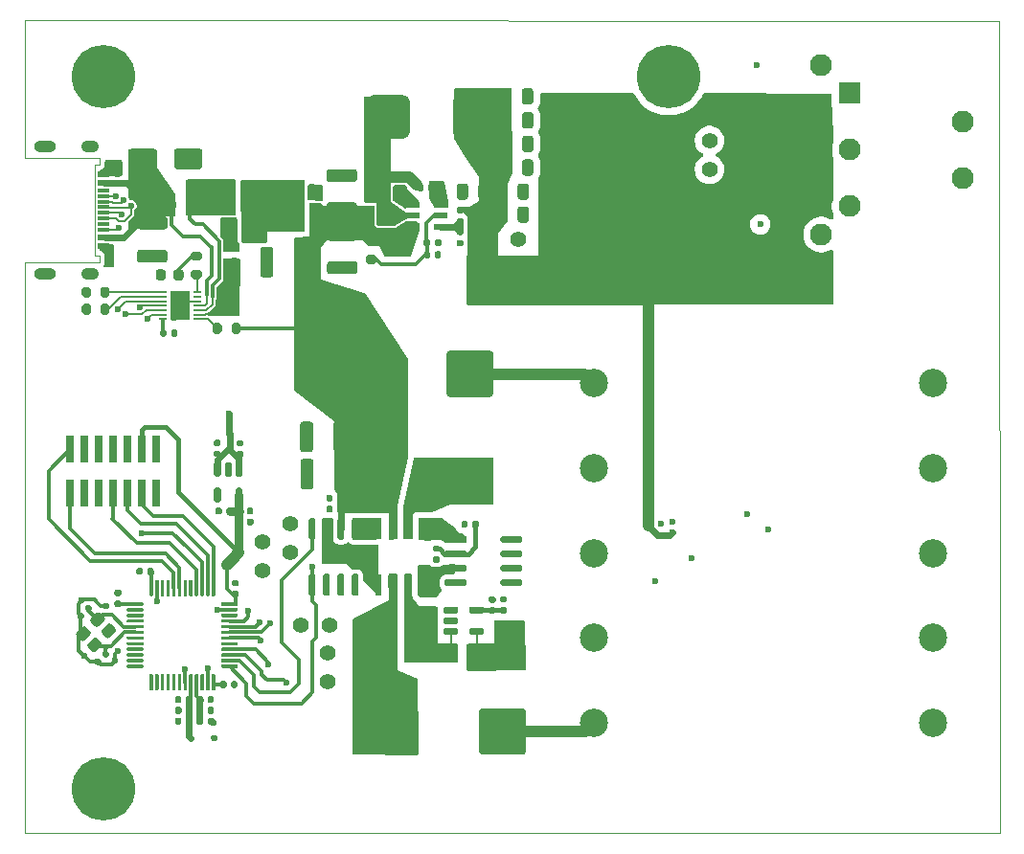
<source format=gtl>
G04 #@! TF.GenerationSoftware,KiCad,Pcbnew,9.0.1+1*
G04 #@! TF.CreationDate,2025-09-08T08:51:44+00:00*
G04 #@! TF.ProjectId,c64psu,63363470-7375-42e6-9b69-6361645f7063,rev?*
G04 #@! TF.SameCoordinates,Original*
G04 #@! TF.FileFunction,Copper,L1,Top*
G04 #@! TF.FilePolarity,Positive*
%FSLAX46Y46*%
G04 Gerber Fmt 4.6, Leading zero omitted, Abs format (unit mm)*
G04 Created by KiCad (PCBNEW 9.0.1+1) date 2025-09-08 08:51:44*
%MOMM*%
%LPD*%
G01*
G04 APERTURE LIST*
G04 #@! TA.AperFunction,Profile*
%ADD10C,0.050000*%
G04 #@! TD*
G04 #@! TA.AperFunction,ComponentPad*
%ADD11C,2.500000*%
G04 #@! TD*
G04 #@! TA.AperFunction,SMDPad,CuDef*
%ADD12R,0.600000X1.970000*%
G04 #@! TD*
G04 #@! TA.AperFunction,ComponentPad*
%ADD13C,1.400000*%
G04 #@! TD*
G04 #@! TA.AperFunction,SMDPad,CuDef*
%ADD14R,0.800000X0.200000*%
G04 #@! TD*
G04 #@! TA.AperFunction,SMDPad,CuDef*
%ADD15R,1.750000X2.650000*%
G04 #@! TD*
G04 #@! TA.AperFunction,ComponentPad*
%ADD16C,3.600000*%
G04 #@! TD*
G04 #@! TA.AperFunction,ConnectorPad*
%ADD17C,5.600000*%
G04 #@! TD*
G04 #@! TA.AperFunction,SMDPad,CuDef*
%ADD18R,0.700000X0.420000*%
G04 #@! TD*
G04 #@! TA.AperFunction,SMDPad,CuDef*
%ADD19R,1.200000X0.600000*%
G04 #@! TD*
G04 #@! TA.AperFunction,ConnectorPad*
%ADD20R,1.100000X0.600000*%
G04 #@! TD*
G04 #@! TA.AperFunction,ConnectorPad*
%ADD21R,1.100000X0.300000*%
G04 #@! TD*
G04 #@! TA.AperFunction,ComponentPad*
%ADD22O,1.550000X1.050000*%
G04 #@! TD*
G04 #@! TA.AperFunction,ComponentPad*
%ADD23O,1.950000X1.050000*%
G04 #@! TD*
G04 #@! TA.AperFunction,SMDPad,CuDef*
%ADD24R,0.740000X2.400000*%
G04 #@! TD*
G04 #@! TA.AperFunction,ComponentPad*
%ADD25C,1.950000*%
G04 #@! TD*
G04 #@! TA.AperFunction,ComponentPad*
%ADD26R,1.950000X1.950000*%
G04 #@! TD*
G04 #@! TA.AperFunction,ViaPad*
%ADD27C,0.600000*%
G04 #@! TD*
G04 #@! TA.AperFunction,Conductor*
%ADD28C,0.170000*%
G04 #@! TD*
G04 #@! TA.AperFunction,Conductor*
%ADD29C,0.210000*%
G04 #@! TD*
G04 #@! TA.AperFunction,Conductor*
%ADD30C,0.300000*%
G04 #@! TD*
G04 #@! TA.AperFunction,Conductor*
%ADD31C,0.600000*%
G04 #@! TD*
G04 #@! TA.AperFunction,Conductor*
%ADD32C,0.400000*%
G04 #@! TD*
G04 #@! TA.AperFunction,Conductor*
%ADD33C,1.000000*%
G04 #@! TD*
G04 #@! TA.AperFunction,Conductor*
%ADD34C,2.000000*%
G04 #@! TD*
G04 #@! TA.AperFunction,Conductor*
%ADD35C,0.800000*%
G04 #@! TD*
G04 APERTURE END LIST*
D10*
X219224551Y-37033468D02*
X219250062Y-108900624D01*
X133100087Y-108875624D01*
X133075074Y-58400000D01*
X139675000Y-58400000D01*
X139675000Y-57800000D01*
X139250000Y-57800000D01*
X139250000Y-49750000D01*
X139700000Y-49750000D01*
X139700000Y-49150000D01*
X133075000Y-49150000D01*
X133075000Y-37008468D01*
X219224551Y-37033468D01*
D11*
X183370000Y-69110000D03*
X183370000Y-76610000D03*
X183370000Y-84110000D03*
X183370000Y-91610000D03*
X183370000Y-99110000D03*
X213370000Y-69110000D03*
X213370000Y-76610000D03*
X213370000Y-84110000D03*
X213370000Y-91610000D03*
X213370000Y-99110000D03*
D12*
X164355000Y-86915000D03*
X165625000Y-86915000D03*
X166895000Y-86915000D03*
X168165000Y-86915000D03*
X168165000Y-81965000D03*
X166895000Y-81965000D03*
X165625000Y-81965000D03*
X164355000Y-81965000D03*
G04 #@! TA.AperFunction,SMDPad,CuDef*
G36*
G01*
X174732301Y-54655750D02*
X174732301Y-53705750D01*
G75*
G02*
X174982301Y-53455750I250000J0D01*
G01*
X175482301Y-53455750D01*
G75*
G02*
X175732301Y-53705750I0J-250000D01*
G01*
X175732301Y-54655750D01*
G75*
G02*
X175482301Y-54905750I-250000J0D01*
G01*
X174982301Y-54905750D01*
G75*
G02*
X174732301Y-54655750I0J250000D01*
G01*
G37*
G04 #@! TD.AperFunction*
G04 #@! TA.AperFunction,SMDPad,CuDef*
G36*
G01*
X176632299Y-54655750D02*
X176632299Y-53705750D01*
G75*
G02*
X176882299Y-53455750I250000J0D01*
G01*
X177382299Y-53455750D01*
G75*
G02*
X177632299Y-53705750I0J-250000D01*
G01*
X177632299Y-54655750D01*
G75*
G02*
X177382299Y-54905750I-250000J0D01*
G01*
X176882299Y-54905750D01*
G75*
G02*
X176632299Y-54655750I0J250000D01*
G01*
G37*
G04 #@! TD.AperFunction*
D13*
X157500000Y-90520000D03*
X160040000Y-90520000D03*
G04 #@! TA.AperFunction,SMDPad,CuDef*
G36*
G01*
X175138701Y-50490150D02*
X175138701Y-49540150D01*
G75*
G02*
X175388701Y-49290150I250000J0D01*
G01*
X175888701Y-49290150D01*
G75*
G02*
X176138701Y-49540150I0J-250000D01*
G01*
X176138701Y-50490150D01*
G75*
G02*
X175888701Y-50740150I-250000J0D01*
G01*
X175388701Y-50740150D01*
G75*
G02*
X175138701Y-50490150I0J250000D01*
G01*
G37*
G04 #@! TD.AperFunction*
G04 #@! TA.AperFunction,SMDPad,CuDef*
G36*
G01*
X177038699Y-50490150D02*
X177038699Y-49540150D01*
G75*
G02*
X177288699Y-49290150I250000J0D01*
G01*
X177788699Y-49290150D01*
G75*
G02*
X178038699Y-49540150I0J-250000D01*
G01*
X178038699Y-50490150D01*
G75*
G02*
X177788699Y-50740150I-250000J0D01*
G01*
X177288699Y-50740150D01*
G75*
G02*
X177038699Y-50490150I0J250000D01*
G01*
G37*
G04 #@! TD.AperFunction*
X159870000Y-92960001D03*
X159870000Y-95500001D03*
G04 #@! TA.AperFunction,SMDPad,CuDef*
G36*
G01*
X144665000Y-59766250D02*
X144665000Y-59253750D01*
G75*
G02*
X144883750Y-59035000I218750J0D01*
G01*
X145321250Y-59035000D01*
G75*
G02*
X145540000Y-59253750I0J-218750D01*
G01*
X145540000Y-59766250D01*
G75*
G02*
X145321250Y-59985000I-218750J0D01*
G01*
X144883750Y-59985000D01*
G75*
G02*
X144665000Y-59766250I0J218750D01*
G01*
G37*
G04 #@! TD.AperFunction*
G04 #@! TA.AperFunction,SMDPad,CuDef*
G36*
G01*
X146240000Y-59766250D02*
X146240000Y-59253750D01*
G75*
G02*
X146458750Y-59035000I218750J0D01*
G01*
X146896250Y-59035000D01*
G75*
G02*
X147115000Y-59253750I0J-218750D01*
G01*
X147115000Y-59766250D01*
G75*
G02*
X146896250Y-59985000I-218750J0D01*
G01*
X146458750Y-59985000D01*
G75*
G02*
X146240000Y-59766250I0J218750D01*
G01*
G37*
G04 #@! TD.AperFunction*
G04 #@! TA.AperFunction,SMDPad,CuDef*
G36*
G01*
X151454499Y-80227700D02*
X151454499Y-80567700D01*
G75*
G02*
X151314499Y-80707700I-140000J0D01*
G01*
X151034499Y-80707700D01*
G75*
G02*
X150894499Y-80567700I0J140000D01*
G01*
X150894499Y-80227700D01*
G75*
G02*
X151034499Y-80087700I140000J0D01*
G01*
X151314499Y-80087700D01*
G75*
G02*
X151454499Y-80227700I0J-140000D01*
G01*
G37*
G04 #@! TD.AperFunction*
G04 #@! TA.AperFunction,SMDPad,CuDef*
G36*
G01*
X150494499Y-80227700D02*
X150494499Y-80567700D01*
G75*
G02*
X150354499Y-80707700I-140000J0D01*
G01*
X150074499Y-80707700D01*
G75*
G02*
X149934499Y-80567700I0J140000D01*
G01*
X149934499Y-80227700D01*
G75*
G02*
X150074499Y-80087700I140000J0D01*
G01*
X150354499Y-80087700D01*
G75*
G02*
X150494499Y-80227700I0J-140000D01*
G01*
G37*
G04 #@! TD.AperFunction*
D14*
X148317500Y-63436750D03*
X148317500Y-63036750D03*
X148317500Y-62636750D03*
X148317500Y-62236750D03*
X148317500Y-61836750D03*
X148317500Y-61436750D03*
X148317500Y-61036750D03*
X145317500Y-61036750D03*
X145317500Y-61436750D03*
X145317500Y-61836750D03*
X145317500Y-62236750D03*
X145317500Y-62636750D03*
X145317500Y-63036750D03*
X145317500Y-63436750D03*
D15*
X146817500Y-62236750D03*
D16*
X190000000Y-42000000D03*
D17*
X190000000Y-42000000D03*
G04 #@! TA.AperFunction,SMDPad,CuDef*
G36*
G01*
X140577300Y-60763750D02*
X140577300Y-61313750D01*
G75*
G02*
X140377300Y-61513750I-200000J0D01*
G01*
X139977300Y-61513750D01*
G75*
G02*
X139777300Y-61313750I0J200000D01*
G01*
X139777300Y-60763750D01*
G75*
G02*
X139977300Y-60563750I200000J0D01*
G01*
X140377300Y-60563750D01*
G75*
G02*
X140577300Y-60763750I0J-200000D01*
G01*
G37*
G04 #@! TD.AperFunction*
G04 #@! TA.AperFunction,SMDPad,CuDef*
G36*
G01*
X138927300Y-60763750D02*
X138927300Y-61313750D01*
G75*
G02*
X138727300Y-61513750I-200000J0D01*
G01*
X138327300Y-61513750D01*
G75*
G02*
X138127300Y-61313750I0J200000D01*
G01*
X138127300Y-60763750D01*
G75*
G02*
X138327300Y-60563750I200000J0D01*
G01*
X138727300Y-60563750D01*
G75*
G02*
X138927300Y-60763750I0J-200000D01*
G01*
G37*
G04 #@! TD.AperFunction*
G04 #@! TA.AperFunction,SMDPad,CuDef*
G36*
G01*
X174240000Y-87950000D02*
X174580000Y-87950000D01*
G75*
G02*
X174720000Y-88090000I0J-140000D01*
G01*
X174720000Y-88370000D01*
G75*
G02*
X174580000Y-88510000I-140000J0D01*
G01*
X174240000Y-88510000D01*
G75*
G02*
X174100000Y-88370000I0J140000D01*
G01*
X174100000Y-88090000D01*
G75*
G02*
X174240000Y-87950000I140000J0D01*
G01*
G37*
G04 #@! TD.AperFunction*
G04 #@! TA.AperFunction,SMDPad,CuDef*
G36*
G01*
X174240000Y-88910000D02*
X174580000Y-88910000D01*
G75*
G02*
X174720000Y-89050000I0J-140000D01*
G01*
X174720000Y-89330000D01*
G75*
G02*
X174580000Y-89470000I-140000J0D01*
G01*
X174240000Y-89470000D01*
G75*
G02*
X174100000Y-89330000I0J140000D01*
G01*
X174100000Y-89050000D01*
G75*
G02*
X174240000Y-88910000I140000J0D01*
G01*
G37*
G04 #@! TD.AperFunction*
G04 #@! TA.AperFunction,SMDPad,CuDef*
G36*
G01*
X175123500Y-44190950D02*
X175123500Y-43240950D01*
G75*
G02*
X175373500Y-42990950I250000J0D01*
G01*
X175873500Y-42990950D01*
G75*
G02*
X176123500Y-43240950I0J-250000D01*
G01*
X176123500Y-44190950D01*
G75*
G02*
X175873500Y-44440950I-250000J0D01*
G01*
X175373500Y-44440950D01*
G75*
G02*
X175123500Y-44190950I0J250000D01*
G01*
G37*
G04 #@! TD.AperFunction*
G04 #@! TA.AperFunction,SMDPad,CuDef*
G36*
G01*
X177023498Y-44190950D02*
X177023498Y-43240950D01*
G75*
G02*
X177273498Y-42990950I250000J0D01*
G01*
X177773498Y-42990950D01*
G75*
G02*
X178023498Y-43240950I0J-250000D01*
G01*
X178023498Y-44190950D01*
G75*
G02*
X177773498Y-44440950I-250000J0D01*
G01*
X177273498Y-44440950D01*
G75*
G02*
X177023498Y-44190950I0J250000D01*
G01*
G37*
G04 #@! TD.AperFunction*
G04 #@! TA.AperFunction,SMDPad,CuDef*
G36*
G01*
X151410100Y-56958750D02*
X151780100Y-56958750D01*
G75*
G02*
X151915100Y-57093750I0J-135000D01*
G01*
X151915100Y-57363750D01*
G75*
G02*
X151780100Y-57498750I-135000J0D01*
G01*
X151410100Y-57498750D01*
G75*
G02*
X151275100Y-57363750I0J135000D01*
G01*
X151275100Y-57093750D01*
G75*
G02*
X151410100Y-56958750I135000J0D01*
G01*
G37*
G04 #@! TD.AperFunction*
G04 #@! TA.AperFunction,SMDPad,CuDef*
G36*
G01*
X151410100Y-57978748D02*
X151780100Y-57978748D01*
G75*
G02*
X151915100Y-58113748I0J-135000D01*
G01*
X151915100Y-58383748D01*
G75*
G02*
X151780100Y-58518748I-135000J0D01*
G01*
X151410100Y-58518748D01*
G75*
G02*
X151275100Y-58383748I0J135000D01*
G01*
X151275100Y-58113748D01*
G75*
G02*
X151410100Y-57978748I135000J0D01*
G01*
G37*
G04 #@! TD.AperFunction*
G04 #@! TA.AperFunction,SMDPad,CuDef*
G36*
G01*
X148282200Y-98197000D02*
X148282200Y-97857000D01*
G75*
G02*
X148422200Y-97717000I140000J0D01*
G01*
X148702200Y-97717000D01*
G75*
G02*
X148842200Y-97857000I0J-140000D01*
G01*
X148842200Y-98197000D01*
G75*
G02*
X148702200Y-98337000I-140000J0D01*
G01*
X148422200Y-98337000D01*
G75*
G02*
X148282200Y-98197000I0J140000D01*
G01*
G37*
G04 #@! TD.AperFunction*
G04 #@! TA.AperFunction,SMDPad,CuDef*
G36*
G01*
X149242200Y-98197000D02*
X149242200Y-97857000D01*
G75*
G02*
X149382200Y-97717000I140000J0D01*
G01*
X149662200Y-97717000D01*
G75*
G02*
X149802200Y-97857000I0J-140000D01*
G01*
X149802200Y-98197000D01*
G75*
G02*
X149662200Y-98337000I-140000J0D01*
G01*
X149382200Y-98337000D01*
G75*
G02*
X149242200Y-98197000I0J140000D01*
G01*
G37*
G04 #@! TD.AperFunction*
G04 #@! TA.AperFunction,SMDPad,CuDef*
G36*
G01*
X171374500Y-53504350D02*
X171744500Y-53504350D01*
G75*
G02*
X171879500Y-53639350I0J-135000D01*
G01*
X171879500Y-53909350D01*
G75*
G02*
X171744500Y-54044350I-135000J0D01*
G01*
X171374500Y-54044350D01*
G75*
G02*
X171239500Y-53909350I0J135000D01*
G01*
X171239500Y-53639350D01*
G75*
G02*
X171374500Y-53504350I135000J0D01*
G01*
G37*
G04 #@! TD.AperFunction*
G04 #@! TA.AperFunction,SMDPad,CuDef*
G36*
G01*
X171374500Y-54524348D02*
X171744500Y-54524348D01*
G75*
G02*
X171879500Y-54659348I0J-135000D01*
G01*
X171879500Y-54929348D01*
G75*
G02*
X171744500Y-55064348I-135000J0D01*
G01*
X171374500Y-55064348D01*
G75*
G02*
X171239500Y-54929348I0J135000D01*
G01*
X171239500Y-54659348D01*
G75*
G02*
X171374500Y-54524348I135000J0D01*
G01*
G37*
G04 #@! TD.AperFunction*
G04 #@! TA.AperFunction,SMDPad,CuDef*
G36*
G01*
X137957007Y-89997809D02*
X137716591Y-89757393D01*
G75*
G02*
X137716591Y-89559403I98995J98995D01*
G01*
X137914581Y-89361413D01*
G75*
G02*
X138112571Y-89361413I98995J-98995D01*
G01*
X138352987Y-89601829D01*
G75*
G02*
X138352987Y-89799819I-98995J-98995D01*
G01*
X138154997Y-89997809D01*
G75*
G02*
X137957007Y-89997809I-98995J98995D01*
G01*
G37*
G04 #@! TD.AperFunction*
G04 #@! TA.AperFunction,SMDPad,CuDef*
G36*
G01*
X138635829Y-89318987D02*
X138395413Y-89078571D01*
G75*
G02*
X138395413Y-88880581I98995J98995D01*
G01*
X138593403Y-88682591D01*
G75*
G02*
X138791393Y-88682591I98995J-98995D01*
G01*
X139031809Y-88923007D01*
G75*
G02*
X139031809Y-89120997I-98995J-98995D01*
G01*
X138833819Y-89318987D01*
G75*
G02*
X138635829Y-89318987I-98995J98995D01*
G01*
G37*
G04 #@! TD.AperFunction*
G04 #@! TA.AperFunction,SMDPad,CuDef*
G36*
G01*
X145645700Y-53592150D02*
X145645700Y-53042150D01*
G75*
G02*
X145845700Y-52842150I200000J0D01*
G01*
X146245700Y-52842150D01*
G75*
G02*
X146445700Y-53042150I0J-200000D01*
G01*
X146445700Y-53592150D01*
G75*
G02*
X146245700Y-53792150I-200000J0D01*
G01*
X145845700Y-53792150D01*
G75*
G02*
X145645700Y-53592150I0J200000D01*
G01*
G37*
G04 #@! TD.AperFunction*
G04 #@! TA.AperFunction,SMDPad,CuDef*
G36*
G01*
X147295700Y-53592150D02*
X147295700Y-53042150D01*
G75*
G02*
X147495700Y-52842150I200000J0D01*
G01*
X147895700Y-52842150D01*
G75*
G02*
X148095700Y-53042150I0J-200000D01*
G01*
X148095700Y-53592150D01*
G75*
G02*
X147895700Y-53792150I-200000J0D01*
G01*
X147495700Y-53792150D01*
G75*
G02*
X147295700Y-53592150I0J200000D01*
G01*
G37*
G04 #@! TD.AperFunction*
G04 #@! TA.AperFunction,SMDPad,CuDef*
G36*
G01*
X171374500Y-55432751D02*
X171744500Y-55432751D01*
G75*
G02*
X171879500Y-55567751I0J-135000D01*
G01*
X171879500Y-55837751D01*
G75*
G02*
X171744500Y-55972751I-135000J0D01*
G01*
X171374500Y-55972751D01*
G75*
G02*
X171239500Y-55837751I0J135000D01*
G01*
X171239500Y-55567751D01*
G75*
G02*
X171374500Y-55432751I135000J0D01*
G01*
G37*
G04 #@! TD.AperFunction*
G04 #@! TA.AperFunction,SMDPad,CuDef*
G36*
G01*
X171374500Y-56452749D02*
X171744500Y-56452749D01*
G75*
G02*
X171879500Y-56587749I0J-135000D01*
G01*
X171879500Y-56857749D01*
G75*
G02*
X171744500Y-56992749I-135000J0D01*
G01*
X171374500Y-56992749D01*
G75*
G02*
X171239500Y-56857749I0J135000D01*
G01*
X171239500Y-56587749D01*
G75*
G02*
X171374500Y-56452749I135000J0D01*
G01*
G37*
G04 #@! TD.AperFunction*
G04 #@! TA.AperFunction,SMDPad,CuDef*
G36*
G01*
X142281098Y-49903150D02*
X142281098Y-48603150D01*
G75*
G02*
X142531098Y-48353150I250000J0D01*
G01*
X144531098Y-48353150D01*
G75*
G02*
X144781098Y-48603150I0J-250000D01*
G01*
X144781098Y-49903150D01*
G75*
G02*
X144531098Y-50153150I-250000J0D01*
G01*
X142531098Y-50153150D01*
G75*
G02*
X142281098Y-49903150I0J250000D01*
G01*
G37*
G04 #@! TD.AperFunction*
G04 #@! TA.AperFunction,SMDPad,CuDef*
G36*
G01*
X146281100Y-49903150D02*
X146281100Y-48603150D01*
G75*
G02*
X146531100Y-48353150I250000J0D01*
G01*
X148531100Y-48353150D01*
G75*
G02*
X148781100Y-48603150I0J-250000D01*
G01*
X148781100Y-49903150D01*
G75*
G02*
X148531100Y-50153150I-250000J0D01*
G01*
X146531100Y-50153150D01*
G75*
G02*
X146281100Y-49903150I0J250000D01*
G01*
G37*
G04 #@! TD.AperFunction*
G04 #@! TA.AperFunction,SMDPad,CuDef*
G36*
G01*
X150254899Y-75620500D02*
X149914899Y-75620500D01*
G75*
G02*
X149774899Y-75480500I0J140000D01*
G01*
X149774899Y-75200500D01*
G75*
G02*
X149914899Y-75060500I140000J0D01*
G01*
X150254899Y-75060500D01*
G75*
G02*
X150394899Y-75200500I0J-140000D01*
G01*
X150394899Y-75480500D01*
G75*
G02*
X150254899Y-75620500I-140000J0D01*
G01*
G37*
G04 #@! TD.AperFunction*
G04 #@! TA.AperFunction,SMDPad,CuDef*
G36*
G01*
X150254899Y-74660500D02*
X149914899Y-74660500D01*
G75*
G02*
X149774899Y-74520500I0J140000D01*
G01*
X149774899Y-74240500D01*
G75*
G02*
X149914899Y-74100500I140000J0D01*
G01*
X150254899Y-74100500D01*
G75*
G02*
X150394899Y-74240500I0J-140000D01*
G01*
X150394899Y-74520500D01*
G75*
G02*
X150254899Y-74660500I-140000J0D01*
G01*
G37*
G04 #@! TD.AperFunction*
D18*
X158605500Y-54657550D03*
X158605500Y-54007550D03*
X158605500Y-53357550D03*
X158605500Y-52707550D03*
G04 #@! TA.AperFunction,SMDPad,CuDef*
G36*
X156901964Y-55436086D02*
G01*
X156900500Y-55432550D01*
X156900500Y-54987550D01*
X155805500Y-54987550D01*
X155801964Y-54986086D01*
X155800500Y-54982550D01*
X155800500Y-54872550D01*
X155255500Y-54872550D01*
X155251964Y-54871086D01*
X155250500Y-54867550D01*
X155250500Y-54447550D01*
X155251964Y-54444014D01*
X155255500Y-54442550D01*
X155800500Y-54442550D01*
X155800500Y-54222550D01*
X155255500Y-54222550D01*
X155251964Y-54221086D01*
X155250500Y-54217550D01*
X155250500Y-53797550D01*
X155251964Y-53794014D01*
X155255500Y-53792550D01*
X155800500Y-53792550D01*
X155800500Y-53572550D01*
X155255500Y-53572550D01*
X155251964Y-53571086D01*
X155250500Y-53567550D01*
X155250500Y-53147550D01*
X155251964Y-53144014D01*
X155255500Y-53142550D01*
X155800500Y-53142550D01*
X155800500Y-52922550D01*
X155255500Y-52922550D01*
X155251964Y-52921086D01*
X155250500Y-52917550D01*
X155250500Y-52497550D01*
X155251964Y-52494014D01*
X155255500Y-52492550D01*
X155800500Y-52492550D01*
X155800500Y-52382550D01*
X155801964Y-52379014D01*
X155805500Y-52377550D01*
X156900500Y-52377550D01*
X156900500Y-51932550D01*
X156901964Y-51929014D01*
X156905500Y-51927550D01*
X157305500Y-51927550D01*
X157309036Y-51929014D01*
X157310500Y-51932550D01*
X157310500Y-52377550D01*
X157705500Y-52377550D01*
X157709036Y-52379014D01*
X157710500Y-52382550D01*
X157710500Y-54982550D01*
X157709036Y-54986086D01*
X157705500Y-54987550D01*
X157310500Y-54987550D01*
X157310500Y-55432550D01*
X157309036Y-55436086D01*
X157305500Y-55437550D01*
X156905500Y-55437550D01*
X156901964Y-55436086D01*
G37*
G04 #@! TD.AperFunction*
D13*
X156510000Y-84019999D03*
X156510000Y-81479999D03*
G04 #@! TA.AperFunction,SMDPad,CuDef*
G36*
G01*
X161520001Y-72740000D02*
X161520001Y-74940000D01*
G75*
G02*
X161270001Y-75190000I-250000J0D01*
G01*
X160620001Y-75190000D01*
G75*
G02*
X160370001Y-74940000I0J250000D01*
G01*
X160370001Y-72740000D01*
G75*
G02*
X160620001Y-72490000I250000J0D01*
G01*
X161270001Y-72490000D01*
G75*
G02*
X161520001Y-72740000I0J-250000D01*
G01*
G37*
G04 #@! TD.AperFunction*
G04 #@! TA.AperFunction,SMDPad,CuDef*
G36*
G01*
X158569999Y-72740000D02*
X158569999Y-74940000D01*
G75*
G02*
X158319999Y-75190000I-250000J0D01*
G01*
X157669999Y-75190000D01*
G75*
G02*
X157419999Y-74940000I0J250000D01*
G01*
X157419999Y-72740000D01*
G75*
G02*
X157669999Y-72490000I250000J0D01*
G01*
X158319999Y-72490000D01*
G75*
G02*
X158569999Y-72740000I0J-250000D01*
G01*
G37*
G04 #@! TD.AperFunction*
G04 #@! TA.AperFunction,SMDPad,CuDef*
G36*
G01*
X174177899Y-51673750D02*
X174177899Y-52623750D01*
G75*
G02*
X173927899Y-52873750I-250000J0D01*
G01*
X173427899Y-52873750D01*
G75*
G02*
X173177899Y-52623750I0J250000D01*
G01*
X173177899Y-51673750D01*
G75*
G02*
X173427899Y-51423750I250000J0D01*
G01*
X173927899Y-51423750D01*
G75*
G02*
X174177899Y-51673750I0J-250000D01*
G01*
G37*
G04 #@! TD.AperFunction*
G04 #@! TA.AperFunction,SMDPad,CuDef*
G36*
G01*
X172277901Y-51673750D02*
X172277901Y-52623750D01*
G75*
G02*
X172027901Y-52873750I-250000J0D01*
G01*
X171527901Y-52873750D01*
G75*
G02*
X171277901Y-52623750I0J250000D01*
G01*
X171277901Y-51673750D01*
G75*
G02*
X171527901Y-51423750I250000J0D01*
G01*
X172027901Y-51423750D01*
G75*
G02*
X172277901Y-51673750I0J-250000D01*
G01*
G37*
G04 #@! TD.AperFunction*
G04 #@! TA.AperFunction,SMDPad,CuDef*
G36*
G01*
X158640000Y-87895000D02*
X158340000Y-87895000D01*
G75*
G02*
X158190000Y-87745000I0J150000D01*
G01*
X158190000Y-86095000D01*
G75*
G02*
X158340000Y-85945000I150000J0D01*
G01*
X158640000Y-85945000D01*
G75*
G02*
X158790000Y-86095000I0J-150000D01*
G01*
X158790000Y-87745000D01*
G75*
G02*
X158640000Y-87895000I-150000J0D01*
G01*
G37*
G04 #@! TD.AperFunction*
G04 #@! TA.AperFunction,SMDPad,CuDef*
G36*
G01*
X159910000Y-87895000D02*
X159610000Y-87895000D01*
G75*
G02*
X159460000Y-87745000I0J150000D01*
G01*
X159460000Y-86095000D01*
G75*
G02*
X159610000Y-85945000I150000J0D01*
G01*
X159910000Y-85945000D01*
G75*
G02*
X160060000Y-86095000I0J-150000D01*
G01*
X160060000Y-87745000D01*
G75*
G02*
X159910000Y-87895000I-150000J0D01*
G01*
G37*
G04 #@! TD.AperFunction*
G04 #@! TA.AperFunction,SMDPad,CuDef*
G36*
G01*
X161180000Y-87895000D02*
X160880000Y-87895000D01*
G75*
G02*
X160730000Y-87745000I0J150000D01*
G01*
X160730000Y-86095000D01*
G75*
G02*
X160880000Y-85945000I150000J0D01*
G01*
X161180000Y-85945000D01*
G75*
G02*
X161330000Y-86095000I0J-150000D01*
G01*
X161330000Y-87745000D01*
G75*
G02*
X161180000Y-87895000I-150000J0D01*
G01*
G37*
G04 #@! TD.AperFunction*
G04 #@! TA.AperFunction,SMDPad,CuDef*
G36*
G01*
X162450000Y-87895000D02*
X162150000Y-87895000D01*
G75*
G02*
X162000000Y-87745000I0J150000D01*
G01*
X162000000Y-86095000D01*
G75*
G02*
X162150000Y-85945000I150000J0D01*
G01*
X162450000Y-85945000D01*
G75*
G02*
X162600000Y-86095000I0J-150000D01*
G01*
X162600000Y-87745000D01*
G75*
G02*
X162450000Y-87895000I-150000J0D01*
G01*
G37*
G04 #@! TD.AperFunction*
G04 #@! TA.AperFunction,SMDPad,CuDef*
G36*
G01*
X162450000Y-82945000D02*
X162150000Y-82945000D01*
G75*
G02*
X162000000Y-82795000I0J150000D01*
G01*
X162000000Y-81145000D01*
G75*
G02*
X162150000Y-80995000I150000J0D01*
G01*
X162450000Y-80995000D01*
G75*
G02*
X162600000Y-81145000I0J-150000D01*
G01*
X162600000Y-82795000D01*
G75*
G02*
X162450000Y-82945000I-150000J0D01*
G01*
G37*
G04 #@! TD.AperFunction*
G04 #@! TA.AperFunction,SMDPad,CuDef*
G36*
G01*
X161180000Y-82945000D02*
X160880000Y-82945000D01*
G75*
G02*
X160730000Y-82795000I0J150000D01*
G01*
X160730000Y-81145000D01*
G75*
G02*
X160880000Y-80995000I150000J0D01*
G01*
X161180000Y-80995000D01*
G75*
G02*
X161330000Y-81145000I0J-150000D01*
G01*
X161330000Y-82795000D01*
G75*
G02*
X161180000Y-82945000I-150000J0D01*
G01*
G37*
G04 #@! TD.AperFunction*
G04 #@! TA.AperFunction,SMDPad,CuDef*
G36*
G01*
X159910000Y-82945000D02*
X159610000Y-82945000D01*
G75*
G02*
X159460000Y-82795000I0J150000D01*
G01*
X159460000Y-81145000D01*
G75*
G02*
X159610000Y-80995000I150000J0D01*
G01*
X159910000Y-80995000D01*
G75*
G02*
X160060000Y-81145000I0J-150000D01*
G01*
X160060000Y-82795000D01*
G75*
G02*
X159910000Y-82945000I-150000J0D01*
G01*
G37*
G04 #@! TD.AperFunction*
G04 #@! TA.AperFunction,SMDPad,CuDef*
G36*
G01*
X158640000Y-82945000D02*
X158340000Y-82945000D01*
G75*
G02*
X158190000Y-82795000I0J150000D01*
G01*
X158190000Y-81145000D01*
G75*
G02*
X158340000Y-80995000I150000J0D01*
G01*
X158640000Y-80995000D01*
G75*
G02*
X158790000Y-81145000I0J-150000D01*
G01*
X158790000Y-82795000D01*
G75*
G02*
X158640000Y-82945000I-150000J0D01*
G01*
G37*
G04 #@! TD.AperFunction*
G04 #@! TA.AperFunction,SMDPad,CuDef*
G36*
G01*
X152286899Y-75643300D02*
X151946899Y-75643300D01*
G75*
G02*
X151806899Y-75503300I0J140000D01*
G01*
X151806899Y-75223300D01*
G75*
G02*
X151946899Y-75083300I140000J0D01*
G01*
X152286899Y-75083300D01*
G75*
G02*
X152426899Y-75223300I0J-140000D01*
G01*
X152426899Y-75503300D01*
G75*
G02*
X152286899Y-75643300I-140000J0D01*
G01*
G37*
G04 #@! TD.AperFunction*
G04 #@! TA.AperFunction,SMDPad,CuDef*
G36*
G01*
X152286899Y-74683300D02*
X151946899Y-74683300D01*
G75*
G02*
X151806899Y-74543300I0J140000D01*
G01*
X151806899Y-74263300D01*
G75*
G02*
X151946899Y-74123300I140000J0D01*
G01*
X152286899Y-74123300D01*
G75*
G02*
X152426899Y-74263300I0J-140000D01*
G01*
X152426899Y-74543300D01*
G75*
G02*
X152286899Y-74683300I-140000J0D01*
G01*
G37*
G04 #@! TD.AperFunction*
G04 #@! TA.AperFunction,SMDPad,CuDef*
G36*
G01*
X147899800Y-97857000D02*
X147899800Y-98197000D01*
G75*
G02*
X147759800Y-98337000I-140000J0D01*
G01*
X147479800Y-98337000D01*
G75*
G02*
X147339800Y-98197000I0J140000D01*
G01*
X147339800Y-97857000D01*
G75*
G02*
X147479800Y-97717000I140000J0D01*
G01*
X147759800Y-97717000D01*
G75*
G02*
X147899800Y-97857000I0J-140000D01*
G01*
G37*
G04 #@! TD.AperFunction*
G04 #@! TA.AperFunction,SMDPad,CuDef*
G36*
G01*
X146939800Y-97857000D02*
X146939800Y-98197000D01*
G75*
G02*
X146799800Y-98337000I-140000J0D01*
G01*
X146519800Y-98337000D01*
G75*
G02*
X146379800Y-98197000I0J140000D01*
G01*
X146379800Y-97857000D01*
G75*
G02*
X146519800Y-97717000I140000J0D01*
G01*
X146799800Y-97717000D01*
G75*
G02*
X146939800Y-97857000I0J-140000D01*
G01*
G37*
G04 #@! TD.AperFunction*
G04 #@! TA.AperFunction,SMDPad,CuDef*
G36*
G01*
X149822199Y-98807200D02*
X149822199Y-99177200D01*
G75*
G02*
X149687199Y-99312200I-135000J0D01*
G01*
X149417199Y-99312200D01*
G75*
G02*
X149282199Y-99177200I0J135000D01*
G01*
X149282199Y-98807200D01*
G75*
G02*
X149417199Y-98672200I135000J0D01*
G01*
X149687199Y-98672200D01*
G75*
G02*
X149822199Y-98807200I0J-135000D01*
G01*
G37*
G04 #@! TD.AperFunction*
G04 #@! TA.AperFunction,SMDPad,CuDef*
G36*
G01*
X148802201Y-98807200D02*
X148802201Y-99177200D01*
G75*
G02*
X148667201Y-99312200I-135000J0D01*
G01*
X148397201Y-99312200D01*
G75*
G02*
X148262201Y-99177200I0J135000D01*
G01*
X148262201Y-98807200D01*
G75*
G02*
X148397201Y-98672200I135000J0D01*
G01*
X148667201Y-98672200D01*
G75*
G02*
X148802201Y-98807200I0J-135000D01*
G01*
G37*
G04 #@! TD.AperFunction*
G04 #@! TA.AperFunction,SMDPad,CuDef*
G36*
G01*
X142110200Y-88697200D02*
X142110200Y-88547200D01*
G75*
G02*
X142185200Y-88472200I75000J0D01*
G01*
X143510200Y-88472200D01*
G75*
G02*
X143585200Y-88547200I0J-75000D01*
G01*
X143585200Y-88697200D01*
G75*
G02*
X143510200Y-88772200I-75000J0D01*
G01*
X142185200Y-88772200D01*
G75*
G02*
X142110200Y-88697200I0J75000D01*
G01*
G37*
G04 #@! TD.AperFunction*
G04 #@! TA.AperFunction,SMDPad,CuDef*
G36*
G01*
X142110200Y-89197200D02*
X142110200Y-89047200D01*
G75*
G02*
X142185200Y-88972200I75000J0D01*
G01*
X143510200Y-88972200D01*
G75*
G02*
X143585200Y-89047200I0J-75000D01*
G01*
X143585200Y-89197200D01*
G75*
G02*
X143510200Y-89272200I-75000J0D01*
G01*
X142185200Y-89272200D01*
G75*
G02*
X142110200Y-89197200I0J75000D01*
G01*
G37*
G04 #@! TD.AperFunction*
G04 #@! TA.AperFunction,SMDPad,CuDef*
G36*
G01*
X142110200Y-89697200D02*
X142110200Y-89547200D01*
G75*
G02*
X142185200Y-89472200I75000J0D01*
G01*
X143510200Y-89472200D01*
G75*
G02*
X143585200Y-89547200I0J-75000D01*
G01*
X143585200Y-89697200D01*
G75*
G02*
X143510200Y-89772200I-75000J0D01*
G01*
X142185200Y-89772200D01*
G75*
G02*
X142110200Y-89697200I0J75000D01*
G01*
G37*
G04 #@! TD.AperFunction*
G04 #@! TA.AperFunction,SMDPad,CuDef*
G36*
G01*
X142110200Y-90197200D02*
X142110200Y-90047200D01*
G75*
G02*
X142185200Y-89972200I75000J0D01*
G01*
X143510200Y-89972200D01*
G75*
G02*
X143585200Y-90047200I0J-75000D01*
G01*
X143585200Y-90197200D01*
G75*
G02*
X143510200Y-90272200I-75000J0D01*
G01*
X142185200Y-90272200D01*
G75*
G02*
X142110200Y-90197200I0J75000D01*
G01*
G37*
G04 #@! TD.AperFunction*
G04 #@! TA.AperFunction,SMDPad,CuDef*
G36*
G01*
X142110200Y-90697200D02*
X142110200Y-90547200D01*
G75*
G02*
X142185200Y-90472200I75000J0D01*
G01*
X143510200Y-90472200D01*
G75*
G02*
X143585200Y-90547200I0J-75000D01*
G01*
X143585200Y-90697200D01*
G75*
G02*
X143510200Y-90772200I-75000J0D01*
G01*
X142185200Y-90772200D01*
G75*
G02*
X142110200Y-90697200I0J75000D01*
G01*
G37*
G04 #@! TD.AperFunction*
G04 #@! TA.AperFunction,SMDPad,CuDef*
G36*
G01*
X142110200Y-91197200D02*
X142110200Y-91047200D01*
G75*
G02*
X142185200Y-90972200I75000J0D01*
G01*
X143510200Y-90972200D01*
G75*
G02*
X143585200Y-91047200I0J-75000D01*
G01*
X143585200Y-91197200D01*
G75*
G02*
X143510200Y-91272200I-75000J0D01*
G01*
X142185200Y-91272200D01*
G75*
G02*
X142110200Y-91197200I0J75000D01*
G01*
G37*
G04 #@! TD.AperFunction*
G04 #@! TA.AperFunction,SMDPad,CuDef*
G36*
G01*
X142110200Y-91697200D02*
X142110200Y-91547200D01*
G75*
G02*
X142185200Y-91472200I75000J0D01*
G01*
X143510200Y-91472200D01*
G75*
G02*
X143585200Y-91547200I0J-75000D01*
G01*
X143585200Y-91697200D01*
G75*
G02*
X143510200Y-91772200I-75000J0D01*
G01*
X142185200Y-91772200D01*
G75*
G02*
X142110200Y-91697200I0J75000D01*
G01*
G37*
G04 #@! TD.AperFunction*
G04 #@! TA.AperFunction,SMDPad,CuDef*
G36*
G01*
X142110200Y-92197200D02*
X142110200Y-92047200D01*
G75*
G02*
X142185200Y-91972200I75000J0D01*
G01*
X143510200Y-91972200D01*
G75*
G02*
X143585200Y-92047200I0J-75000D01*
G01*
X143585200Y-92197200D01*
G75*
G02*
X143510200Y-92272200I-75000J0D01*
G01*
X142185200Y-92272200D01*
G75*
G02*
X142110200Y-92197200I0J75000D01*
G01*
G37*
G04 #@! TD.AperFunction*
G04 #@! TA.AperFunction,SMDPad,CuDef*
G36*
G01*
X142110200Y-92697200D02*
X142110200Y-92547200D01*
G75*
G02*
X142185200Y-92472200I75000J0D01*
G01*
X143510200Y-92472200D01*
G75*
G02*
X143585200Y-92547200I0J-75000D01*
G01*
X143585200Y-92697200D01*
G75*
G02*
X143510200Y-92772200I-75000J0D01*
G01*
X142185200Y-92772200D01*
G75*
G02*
X142110200Y-92697200I0J75000D01*
G01*
G37*
G04 #@! TD.AperFunction*
G04 #@! TA.AperFunction,SMDPad,CuDef*
G36*
G01*
X142110200Y-93197200D02*
X142110200Y-93047200D01*
G75*
G02*
X142185200Y-92972200I75000J0D01*
G01*
X143510200Y-92972200D01*
G75*
G02*
X143585200Y-93047200I0J-75000D01*
G01*
X143585200Y-93197200D01*
G75*
G02*
X143510200Y-93272200I-75000J0D01*
G01*
X142185200Y-93272200D01*
G75*
G02*
X142110200Y-93197200I0J75000D01*
G01*
G37*
G04 #@! TD.AperFunction*
G04 #@! TA.AperFunction,SMDPad,CuDef*
G36*
G01*
X142110200Y-93697200D02*
X142110200Y-93547200D01*
G75*
G02*
X142185200Y-93472200I75000J0D01*
G01*
X143510200Y-93472200D01*
G75*
G02*
X143585200Y-93547200I0J-75000D01*
G01*
X143585200Y-93697200D01*
G75*
G02*
X143510200Y-93772200I-75000J0D01*
G01*
X142185200Y-93772200D01*
G75*
G02*
X142110200Y-93697200I0J75000D01*
G01*
G37*
G04 #@! TD.AperFunction*
G04 #@! TA.AperFunction,SMDPad,CuDef*
G36*
G01*
X142110200Y-94197200D02*
X142110200Y-94047200D01*
G75*
G02*
X142185200Y-93972200I75000J0D01*
G01*
X143510200Y-93972200D01*
G75*
G02*
X143585200Y-94047200I0J-75000D01*
G01*
X143585200Y-94197200D01*
G75*
G02*
X143510200Y-94272200I-75000J0D01*
G01*
X142185200Y-94272200D01*
G75*
G02*
X142110200Y-94197200I0J75000D01*
G01*
G37*
G04 #@! TD.AperFunction*
G04 #@! TA.AperFunction,SMDPad,CuDef*
G36*
G01*
X144110200Y-96197200D02*
X144110200Y-94872200D01*
G75*
G02*
X144185200Y-94797200I75000J0D01*
G01*
X144335200Y-94797200D01*
G75*
G02*
X144410200Y-94872200I0J-75000D01*
G01*
X144410200Y-96197200D01*
G75*
G02*
X144335200Y-96272200I-75000J0D01*
G01*
X144185200Y-96272200D01*
G75*
G02*
X144110200Y-96197200I0J75000D01*
G01*
G37*
G04 #@! TD.AperFunction*
G04 #@! TA.AperFunction,SMDPad,CuDef*
G36*
G01*
X144610200Y-96197200D02*
X144610200Y-94872200D01*
G75*
G02*
X144685200Y-94797200I75000J0D01*
G01*
X144835200Y-94797200D01*
G75*
G02*
X144910200Y-94872200I0J-75000D01*
G01*
X144910200Y-96197200D01*
G75*
G02*
X144835200Y-96272200I-75000J0D01*
G01*
X144685200Y-96272200D01*
G75*
G02*
X144610200Y-96197200I0J75000D01*
G01*
G37*
G04 #@! TD.AperFunction*
G04 #@! TA.AperFunction,SMDPad,CuDef*
G36*
G01*
X145110200Y-96197200D02*
X145110200Y-94872200D01*
G75*
G02*
X145185200Y-94797200I75000J0D01*
G01*
X145335200Y-94797200D01*
G75*
G02*
X145410200Y-94872200I0J-75000D01*
G01*
X145410200Y-96197200D01*
G75*
G02*
X145335200Y-96272200I-75000J0D01*
G01*
X145185200Y-96272200D01*
G75*
G02*
X145110200Y-96197200I0J75000D01*
G01*
G37*
G04 #@! TD.AperFunction*
G04 #@! TA.AperFunction,SMDPad,CuDef*
G36*
G01*
X145610200Y-96197200D02*
X145610200Y-94872200D01*
G75*
G02*
X145685200Y-94797200I75000J0D01*
G01*
X145835200Y-94797200D01*
G75*
G02*
X145910200Y-94872200I0J-75000D01*
G01*
X145910200Y-96197200D01*
G75*
G02*
X145835200Y-96272200I-75000J0D01*
G01*
X145685200Y-96272200D01*
G75*
G02*
X145610200Y-96197200I0J75000D01*
G01*
G37*
G04 #@! TD.AperFunction*
G04 #@! TA.AperFunction,SMDPad,CuDef*
G36*
G01*
X146110200Y-96197200D02*
X146110200Y-94872200D01*
G75*
G02*
X146185200Y-94797200I75000J0D01*
G01*
X146335200Y-94797200D01*
G75*
G02*
X146410200Y-94872200I0J-75000D01*
G01*
X146410200Y-96197200D01*
G75*
G02*
X146335200Y-96272200I-75000J0D01*
G01*
X146185200Y-96272200D01*
G75*
G02*
X146110200Y-96197200I0J75000D01*
G01*
G37*
G04 #@! TD.AperFunction*
G04 #@! TA.AperFunction,SMDPad,CuDef*
G36*
G01*
X146610200Y-96197200D02*
X146610200Y-94872200D01*
G75*
G02*
X146685200Y-94797200I75000J0D01*
G01*
X146835200Y-94797200D01*
G75*
G02*
X146910200Y-94872200I0J-75000D01*
G01*
X146910200Y-96197200D01*
G75*
G02*
X146835200Y-96272200I-75000J0D01*
G01*
X146685200Y-96272200D01*
G75*
G02*
X146610200Y-96197200I0J75000D01*
G01*
G37*
G04 #@! TD.AperFunction*
G04 #@! TA.AperFunction,SMDPad,CuDef*
G36*
G01*
X147110200Y-96197200D02*
X147110200Y-94872200D01*
G75*
G02*
X147185200Y-94797200I75000J0D01*
G01*
X147335200Y-94797200D01*
G75*
G02*
X147410200Y-94872200I0J-75000D01*
G01*
X147410200Y-96197200D01*
G75*
G02*
X147335200Y-96272200I-75000J0D01*
G01*
X147185200Y-96272200D01*
G75*
G02*
X147110200Y-96197200I0J75000D01*
G01*
G37*
G04 #@! TD.AperFunction*
G04 #@! TA.AperFunction,SMDPad,CuDef*
G36*
G01*
X147610200Y-96197200D02*
X147610200Y-94872200D01*
G75*
G02*
X147685200Y-94797200I75000J0D01*
G01*
X147835200Y-94797200D01*
G75*
G02*
X147910200Y-94872200I0J-75000D01*
G01*
X147910200Y-96197200D01*
G75*
G02*
X147835200Y-96272200I-75000J0D01*
G01*
X147685200Y-96272200D01*
G75*
G02*
X147610200Y-96197200I0J75000D01*
G01*
G37*
G04 #@! TD.AperFunction*
G04 #@! TA.AperFunction,SMDPad,CuDef*
G36*
G01*
X148110200Y-96197200D02*
X148110200Y-94872200D01*
G75*
G02*
X148185200Y-94797200I75000J0D01*
G01*
X148335200Y-94797200D01*
G75*
G02*
X148410200Y-94872200I0J-75000D01*
G01*
X148410200Y-96197200D01*
G75*
G02*
X148335200Y-96272200I-75000J0D01*
G01*
X148185200Y-96272200D01*
G75*
G02*
X148110200Y-96197200I0J75000D01*
G01*
G37*
G04 #@! TD.AperFunction*
G04 #@! TA.AperFunction,SMDPad,CuDef*
G36*
G01*
X148610200Y-96197200D02*
X148610200Y-94872200D01*
G75*
G02*
X148685200Y-94797200I75000J0D01*
G01*
X148835200Y-94797200D01*
G75*
G02*
X148910200Y-94872200I0J-75000D01*
G01*
X148910200Y-96197200D01*
G75*
G02*
X148835200Y-96272200I-75000J0D01*
G01*
X148685200Y-96272200D01*
G75*
G02*
X148610200Y-96197200I0J75000D01*
G01*
G37*
G04 #@! TD.AperFunction*
G04 #@! TA.AperFunction,SMDPad,CuDef*
G36*
G01*
X149110200Y-96197200D02*
X149110200Y-94872200D01*
G75*
G02*
X149185200Y-94797200I75000J0D01*
G01*
X149335200Y-94797200D01*
G75*
G02*
X149410200Y-94872200I0J-75000D01*
G01*
X149410200Y-96197200D01*
G75*
G02*
X149335200Y-96272200I-75000J0D01*
G01*
X149185200Y-96272200D01*
G75*
G02*
X149110200Y-96197200I0J75000D01*
G01*
G37*
G04 #@! TD.AperFunction*
G04 #@! TA.AperFunction,SMDPad,CuDef*
G36*
G01*
X149610200Y-96197200D02*
X149610200Y-94872200D01*
G75*
G02*
X149685200Y-94797200I75000J0D01*
G01*
X149835200Y-94797200D01*
G75*
G02*
X149910200Y-94872200I0J-75000D01*
G01*
X149910200Y-96197200D01*
G75*
G02*
X149835200Y-96272200I-75000J0D01*
G01*
X149685200Y-96272200D01*
G75*
G02*
X149610200Y-96197200I0J75000D01*
G01*
G37*
G04 #@! TD.AperFunction*
G04 #@! TA.AperFunction,SMDPad,CuDef*
G36*
G01*
X150435200Y-94197200D02*
X150435200Y-94047200D01*
G75*
G02*
X150510200Y-93972200I75000J0D01*
G01*
X151835200Y-93972200D01*
G75*
G02*
X151910200Y-94047200I0J-75000D01*
G01*
X151910200Y-94197200D01*
G75*
G02*
X151835200Y-94272200I-75000J0D01*
G01*
X150510200Y-94272200D01*
G75*
G02*
X150435200Y-94197200I0J75000D01*
G01*
G37*
G04 #@! TD.AperFunction*
G04 #@! TA.AperFunction,SMDPad,CuDef*
G36*
G01*
X150435200Y-93697200D02*
X150435200Y-93547200D01*
G75*
G02*
X150510200Y-93472200I75000J0D01*
G01*
X151835200Y-93472200D01*
G75*
G02*
X151910200Y-93547200I0J-75000D01*
G01*
X151910200Y-93697200D01*
G75*
G02*
X151835200Y-93772200I-75000J0D01*
G01*
X150510200Y-93772200D01*
G75*
G02*
X150435200Y-93697200I0J75000D01*
G01*
G37*
G04 #@! TD.AperFunction*
G04 #@! TA.AperFunction,SMDPad,CuDef*
G36*
G01*
X150435200Y-93197200D02*
X150435200Y-93047200D01*
G75*
G02*
X150510200Y-92972200I75000J0D01*
G01*
X151835200Y-92972200D01*
G75*
G02*
X151910200Y-93047200I0J-75000D01*
G01*
X151910200Y-93197200D01*
G75*
G02*
X151835200Y-93272200I-75000J0D01*
G01*
X150510200Y-93272200D01*
G75*
G02*
X150435200Y-93197200I0J75000D01*
G01*
G37*
G04 #@! TD.AperFunction*
G04 #@! TA.AperFunction,SMDPad,CuDef*
G36*
G01*
X150435200Y-92697200D02*
X150435200Y-92547200D01*
G75*
G02*
X150510200Y-92472200I75000J0D01*
G01*
X151835200Y-92472200D01*
G75*
G02*
X151910200Y-92547200I0J-75000D01*
G01*
X151910200Y-92697200D01*
G75*
G02*
X151835200Y-92772200I-75000J0D01*
G01*
X150510200Y-92772200D01*
G75*
G02*
X150435200Y-92697200I0J75000D01*
G01*
G37*
G04 #@! TD.AperFunction*
G04 #@! TA.AperFunction,SMDPad,CuDef*
G36*
G01*
X150435200Y-92197200D02*
X150435200Y-92047200D01*
G75*
G02*
X150510200Y-91972200I75000J0D01*
G01*
X151835200Y-91972200D01*
G75*
G02*
X151910200Y-92047200I0J-75000D01*
G01*
X151910200Y-92197200D01*
G75*
G02*
X151835200Y-92272200I-75000J0D01*
G01*
X150510200Y-92272200D01*
G75*
G02*
X150435200Y-92197200I0J75000D01*
G01*
G37*
G04 #@! TD.AperFunction*
G04 #@! TA.AperFunction,SMDPad,CuDef*
G36*
G01*
X150435200Y-91697200D02*
X150435200Y-91547200D01*
G75*
G02*
X150510200Y-91472200I75000J0D01*
G01*
X151835200Y-91472200D01*
G75*
G02*
X151910200Y-91547200I0J-75000D01*
G01*
X151910200Y-91697200D01*
G75*
G02*
X151835200Y-91772200I-75000J0D01*
G01*
X150510200Y-91772200D01*
G75*
G02*
X150435200Y-91697200I0J75000D01*
G01*
G37*
G04 #@! TD.AperFunction*
G04 #@! TA.AperFunction,SMDPad,CuDef*
G36*
G01*
X150435200Y-91197200D02*
X150435200Y-91047200D01*
G75*
G02*
X150510200Y-90972200I75000J0D01*
G01*
X151835200Y-90972200D01*
G75*
G02*
X151910200Y-91047200I0J-75000D01*
G01*
X151910200Y-91197200D01*
G75*
G02*
X151835200Y-91272200I-75000J0D01*
G01*
X150510200Y-91272200D01*
G75*
G02*
X150435200Y-91197200I0J75000D01*
G01*
G37*
G04 #@! TD.AperFunction*
G04 #@! TA.AperFunction,SMDPad,CuDef*
G36*
G01*
X150435200Y-90697200D02*
X150435200Y-90547200D01*
G75*
G02*
X150510200Y-90472200I75000J0D01*
G01*
X151835200Y-90472200D01*
G75*
G02*
X151910200Y-90547200I0J-75000D01*
G01*
X151910200Y-90697200D01*
G75*
G02*
X151835200Y-90772200I-75000J0D01*
G01*
X150510200Y-90772200D01*
G75*
G02*
X150435200Y-90697200I0J75000D01*
G01*
G37*
G04 #@! TD.AperFunction*
G04 #@! TA.AperFunction,SMDPad,CuDef*
G36*
G01*
X150435200Y-90197200D02*
X150435200Y-90047200D01*
G75*
G02*
X150510200Y-89972200I75000J0D01*
G01*
X151835200Y-89972200D01*
G75*
G02*
X151910200Y-90047200I0J-75000D01*
G01*
X151910200Y-90197200D01*
G75*
G02*
X151835200Y-90272200I-75000J0D01*
G01*
X150510200Y-90272200D01*
G75*
G02*
X150435200Y-90197200I0J75000D01*
G01*
G37*
G04 #@! TD.AperFunction*
G04 #@! TA.AperFunction,SMDPad,CuDef*
G36*
G01*
X150435200Y-89697200D02*
X150435200Y-89547200D01*
G75*
G02*
X150510200Y-89472200I75000J0D01*
G01*
X151835200Y-89472200D01*
G75*
G02*
X151910200Y-89547200I0J-75000D01*
G01*
X151910200Y-89697200D01*
G75*
G02*
X151835200Y-89772200I-75000J0D01*
G01*
X150510200Y-89772200D01*
G75*
G02*
X150435200Y-89697200I0J75000D01*
G01*
G37*
G04 #@! TD.AperFunction*
G04 #@! TA.AperFunction,SMDPad,CuDef*
G36*
G01*
X150435200Y-89197200D02*
X150435200Y-89047200D01*
G75*
G02*
X150510200Y-88972200I75000J0D01*
G01*
X151835200Y-88972200D01*
G75*
G02*
X151910200Y-89047200I0J-75000D01*
G01*
X151910200Y-89197200D01*
G75*
G02*
X151835200Y-89272200I-75000J0D01*
G01*
X150510200Y-89272200D01*
G75*
G02*
X150435200Y-89197200I0J75000D01*
G01*
G37*
G04 #@! TD.AperFunction*
G04 #@! TA.AperFunction,SMDPad,CuDef*
G36*
G01*
X150435200Y-88697200D02*
X150435200Y-88547200D01*
G75*
G02*
X150510200Y-88472200I75000J0D01*
G01*
X151835200Y-88472200D01*
G75*
G02*
X151910200Y-88547200I0J-75000D01*
G01*
X151910200Y-88697200D01*
G75*
G02*
X151835200Y-88772200I-75000J0D01*
G01*
X150510200Y-88772200D01*
G75*
G02*
X150435200Y-88697200I0J75000D01*
G01*
G37*
G04 #@! TD.AperFunction*
G04 #@! TA.AperFunction,SMDPad,CuDef*
G36*
G01*
X149610200Y-87872200D02*
X149610200Y-86547200D01*
G75*
G02*
X149685200Y-86472200I75000J0D01*
G01*
X149835200Y-86472200D01*
G75*
G02*
X149910200Y-86547200I0J-75000D01*
G01*
X149910200Y-87872200D01*
G75*
G02*
X149835200Y-87947200I-75000J0D01*
G01*
X149685200Y-87947200D01*
G75*
G02*
X149610200Y-87872200I0J75000D01*
G01*
G37*
G04 #@! TD.AperFunction*
G04 #@! TA.AperFunction,SMDPad,CuDef*
G36*
G01*
X149110200Y-87872200D02*
X149110200Y-86547200D01*
G75*
G02*
X149185200Y-86472200I75000J0D01*
G01*
X149335200Y-86472200D01*
G75*
G02*
X149410200Y-86547200I0J-75000D01*
G01*
X149410200Y-87872200D01*
G75*
G02*
X149335200Y-87947200I-75000J0D01*
G01*
X149185200Y-87947200D01*
G75*
G02*
X149110200Y-87872200I0J75000D01*
G01*
G37*
G04 #@! TD.AperFunction*
G04 #@! TA.AperFunction,SMDPad,CuDef*
G36*
G01*
X148610200Y-87872200D02*
X148610200Y-86547200D01*
G75*
G02*
X148685200Y-86472200I75000J0D01*
G01*
X148835200Y-86472200D01*
G75*
G02*
X148910200Y-86547200I0J-75000D01*
G01*
X148910200Y-87872200D01*
G75*
G02*
X148835200Y-87947200I-75000J0D01*
G01*
X148685200Y-87947200D01*
G75*
G02*
X148610200Y-87872200I0J75000D01*
G01*
G37*
G04 #@! TD.AperFunction*
G04 #@! TA.AperFunction,SMDPad,CuDef*
G36*
G01*
X148110200Y-87872200D02*
X148110200Y-86547200D01*
G75*
G02*
X148185200Y-86472200I75000J0D01*
G01*
X148335200Y-86472200D01*
G75*
G02*
X148410200Y-86547200I0J-75000D01*
G01*
X148410200Y-87872200D01*
G75*
G02*
X148335200Y-87947200I-75000J0D01*
G01*
X148185200Y-87947200D01*
G75*
G02*
X148110200Y-87872200I0J75000D01*
G01*
G37*
G04 #@! TD.AperFunction*
G04 #@! TA.AperFunction,SMDPad,CuDef*
G36*
G01*
X147610200Y-87872200D02*
X147610200Y-86547200D01*
G75*
G02*
X147685200Y-86472200I75000J0D01*
G01*
X147835200Y-86472200D01*
G75*
G02*
X147910200Y-86547200I0J-75000D01*
G01*
X147910200Y-87872200D01*
G75*
G02*
X147835200Y-87947200I-75000J0D01*
G01*
X147685200Y-87947200D01*
G75*
G02*
X147610200Y-87872200I0J75000D01*
G01*
G37*
G04 #@! TD.AperFunction*
G04 #@! TA.AperFunction,SMDPad,CuDef*
G36*
G01*
X147110200Y-87872200D02*
X147110200Y-86547200D01*
G75*
G02*
X147185200Y-86472200I75000J0D01*
G01*
X147335200Y-86472200D01*
G75*
G02*
X147410200Y-86547200I0J-75000D01*
G01*
X147410200Y-87872200D01*
G75*
G02*
X147335200Y-87947200I-75000J0D01*
G01*
X147185200Y-87947200D01*
G75*
G02*
X147110200Y-87872200I0J75000D01*
G01*
G37*
G04 #@! TD.AperFunction*
G04 #@! TA.AperFunction,SMDPad,CuDef*
G36*
G01*
X146610200Y-87872200D02*
X146610200Y-86547200D01*
G75*
G02*
X146685200Y-86472200I75000J0D01*
G01*
X146835200Y-86472200D01*
G75*
G02*
X146910200Y-86547200I0J-75000D01*
G01*
X146910200Y-87872200D01*
G75*
G02*
X146835200Y-87947200I-75000J0D01*
G01*
X146685200Y-87947200D01*
G75*
G02*
X146610200Y-87872200I0J75000D01*
G01*
G37*
G04 #@! TD.AperFunction*
G04 #@! TA.AperFunction,SMDPad,CuDef*
G36*
G01*
X146110200Y-87872200D02*
X146110200Y-86547200D01*
G75*
G02*
X146185200Y-86472200I75000J0D01*
G01*
X146335200Y-86472200D01*
G75*
G02*
X146410200Y-86547200I0J-75000D01*
G01*
X146410200Y-87872200D01*
G75*
G02*
X146335200Y-87947200I-75000J0D01*
G01*
X146185200Y-87947200D01*
G75*
G02*
X146110200Y-87872200I0J75000D01*
G01*
G37*
G04 #@! TD.AperFunction*
G04 #@! TA.AperFunction,SMDPad,CuDef*
G36*
G01*
X145610200Y-87872200D02*
X145610200Y-86547200D01*
G75*
G02*
X145685200Y-86472200I75000J0D01*
G01*
X145835200Y-86472200D01*
G75*
G02*
X145910200Y-86547200I0J-75000D01*
G01*
X145910200Y-87872200D01*
G75*
G02*
X145835200Y-87947200I-75000J0D01*
G01*
X145685200Y-87947200D01*
G75*
G02*
X145610200Y-87872200I0J75000D01*
G01*
G37*
G04 #@! TD.AperFunction*
G04 #@! TA.AperFunction,SMDPad,CuDef*
G36*
G01*
X145110200Y-87872200D02*
X145110200Y-86547200D01*
G75*
G02*
X145185200Y-86472200I75000J0D01*
G01*
X145335200Y-86472200D01*
G75*
G02*
X145410200Y-86547200I0J-75000D01*
G01*
X145410200Y-87872200D01*
G75*
G02*
X145335200Y-87947200I-75000J0D01*
G01*
X145185200Y-87947200D01*
G75*
G02*
X145110200Y-87872200I0J75000D01*
G01*
G37*
G04 #@! TD.AperFunction*
G04 #@! TA.AperFunction,SMDPad,CuDef*
G36*
G01*
X144610200Y-87872200D02*
X144610200Y-86547200D01*
G75*
G02*
X144685200Y-86472200I75000J0D01*
G01*
X144835200Y-86472200D01*
G75*
G02*
X144910200Y-86547200I0J-75000D01*
G01*
X144910200Y-87872200D01*
G75*
G02*
X144835200Y-87947200I-75000J0D01*
G01*
X144685200Y-87947200D01*
G75*
G02*
X144610200Y-87872200I0J75000D01*
G01*
G37*
G04 #@! TD.AperFunction*
G04 #@! TA.AperFunction,SMDPad,CuDef*
G36*
G01*
X144110200Y-87872200D02*
X144110200Y-86547200D01*
G75*
G02*
X144185200Y-86472200I75000J0D01*
G01*
X144335200Y-86472200D01*
G75*
G02*
X144410200Y-86547200I0J-75000D01*
G01*
X144410200Y-87872200D01*
G75*
G02*
X144335200Y-87947200I-75000J0D01*
G01*
X144185200Y-87947200D01*
G75*
G02*
X144110200Y-87872200I0J75000D01*
G01*
G37*
G04 #@! TD.AperFunction*
D19*
X167363100Y-53332350D03*
X167363100Y-54282350D03*
X167363100Y-55232350D03*
X169863100Y-55232350D03*
X169863100Y-54282350D03*
X169863100Y-53332350D03*
G04 #@! TA.AperFunction,SMDPad,CuDef*
G36*
G01*
X159740000Y-79430000D02*
X159740000Y-79090000D01*
G75*
G02*
X159880000Y-78950000I140000J0D01*
G01*
X160160000Y-78950000D01*
G75*
G02*
X160300000Y-79090000I0J-140000D01*
G01*
X160300000Y-79430000D01*
G75*
G02*
X160160000Y-79570000I-140000J0D01*
G01*
X159880000Y-79570000D01*
G75*
G02*
X159740000Y-79430000I0J140000D01*
G01*
G37*
G04 #@! TD.AperFunction*
G04 #@! TA.AperFunction,SMDPad,CuDef*
G36*
G01*
X160700000Y-79430000D02*
X160700000Y-79090000D01*
G75*
G02*
X160840000Y-78950000I140000J0D01*
G01*
X161120000Y-78950000D01*
G75*
G02*
X161260000Y-79090000I0J-140000D01*
G01*
X161260000Y-79430000D01*
G75*
G02*
X161120000Y-79570000I-140000J0D01*
G01*
X160840000Y-79570000D01*
G75*
G02*
X160700000Y-79430000I0J140000D01*
G01*
G37*
G04 #@! TD.AperFunction*
D20*
X140000000Y-50575000D03*
X140000000Y-51375000D03*
D21*
X139999999Y-52525000D03*
X140000000Y-53525000D03*
X140000000Y-54025000D03*
X139999999Y-55025000D03*
D20*
X140000000Y-56975000D03*
X140000000Y-56175000D03*
D21*
X140000000Y-55525000D03*
X140000000Y-54525000D03*
X140000000Y-53025000D03*
X140000000Y-52025000D03*
D22*
X138850000Y-48155000D03*
X138850000Y-59395000D03*
D23*
X134850000Y-48155000D03*
X134850000Y-59395000D03*
G04 #@! TA.AperFunction,SMDPad,CuDef*
G36*
G01*
X153899999Y-59475000D02*
X153899999Y-57275000D01*
G75*
G02*
X154149999Y-57025000I250000J0D01*
G01*
X154799999Y-57025000D01*
G75*
G02*
X155049999Y-57275000I0J-250000D01*
G01*
X155049999Y-59475000D01*
G75*
G02*
X154799999Y-59725000I-250000J0D01*
G01*
X154149999Y-59725000D01*
G75*
G02*
X153899999Y-59475000I0J250000D01*
G01*
G37*
G04 #@! TD.AperFunction*
G04 #@! TA.AperFunction,SMDPad,CuDef*
G36*
G01*
X156850001Y-59475000D02*
X156850001Y-57275000D01*
G75*
G02*
X157100001Y-57025000I250000J0D01*
G01*
X157750001Y-57025000D01*
G75*
G02*
X158000001Y-57275000I0J-250000D01*
G01*
X158000001Y-59475000D01*
G75*
G02*
X157750001Y-59725000I-250000J0D01*
G01*
X157100001Y-59725000D01*
G75*
G02*
X156850001Y-59475000I0J250000D01*
G01*
G37*
G04 #@! TD.AperFunction*
G04 #@! TA.AperFunction,SMDPad,CuDef*
G36*
G01*
X169630400Y-84945999D02*
X169290400Y-84945999D01*
G75*
G02*
X169150400Y-84805999I0J140000D01*
G01*
X169150400Y-84525999D01*
G75*
G02*
X169290400Y-84385999I140000J0D01*
G01*
X169630400Y-84385999D01*
G75*
G02*
X169770400Y-84525999I0J-140000D01*
G01*
X169770400Y-84805999D01*
G75*
G02*
X169630400Y-84945999I-140000J0D01*
G01*
G37*
G04 #@! TD.AperFunction*
G04 #@! TA.AperFunction,SMDPad,CuDef*
G36*
G01*
X169630400Y-83985999D02*
X169290400Y-83985999D01*
G75*
G02*
X169150400Y-83845999I0J140000D01*
G01*
X169150400Y-83565999D01*
G75*
G02*
X169290400Y-83425999I140000J0D01*
G01*
X169630400Y-83425999D01*
G75*
G02*
X169770400Y-83565999I0J-140000D01*
G01*
X169770400Y-83845999D01*
G75*
G02*
X169630400Y-83985999I-140000J0D01*
G01*
G37*
G04 #@! TD.AperFunction*
G04 #@! TA.AperFunction,SMDPad,CuDef*
G36*
G01*
X141490600Y-88881000D02*
X141150600Y-88881000D01*
G75*
G02*
X141010600Y-88741000I0J140000D01*
G01*
X141010600Y-88461000D01*
G75*
G02*
X141150600Y-88321000I140000J0D01*
G01*
X141490600Y-88321000D01*
G75*
G02*
X141630600Y-88461000I0J-140000D01*
G01*
X141630600Y-88741000D01*
G75*
G02*
X141490600Y-88881000I-140000J0D01*
G01*
G37*
G04 #@! TD.AperFunction*
G04 #@! TA.AperFunction,SMDPad,CuDef*
G36*
G01*
X141490600Y-87921000D02*
X141150600Y-87921000D01*
G75*
G02*
X141010600Y-87781000I0J140000D01*
G01*
X141010600Y-87501000D01*
G75*
G02*
X141150600Y-87361000I140000J0D01*
G01*
X141490600Y-87361000D01*
G75*
G02*
X141630600Y-87501000I0J-140000D01*
G01*
X141630600Y-87781000D01*
G75*
G02*
X141490600Y-87921000I-140000J0D01*
G01*
G37*
G04 #@! TD.AperFunction*
G04 #@! TA.AperFunction,SMDPad,CuDef*
G36*
G01*
X143250000Y-54340000D02*
X145450000Y-54340000D01*
G75*
G02*
X145700000Y-54590000I0J-250000D01*
G01*
X145700000Y-55240000D01*
G75*
G02*
X145450000Y-55490000I-250000J0D01*
G01*
X143250000Y-55490000D01*
G75*
G02*
X143000000Y-55240000I0J250000D01*
G01*
X143000000Y-54590000D01*
G75*
G02*
X143250000Y-54340000I250000J0D01*
G01*
G37*
G04 #@! TD.AperFunction*
G04 #@! TA.AperFunction,SMDPad,CuDef*
G36*
G01*
X143250000Y-57290000D02*
X145450000Y-57290000D01*
G75*
G02*
X145700000Y-57540000I0J-250000D01*
G01*
X145700000Y-58190000D01*
G75*
G02*
X145450000Y-58440000I-250000J0D01*
G01*
X143250000Y-58440000D01*
G75*
G02*
X143000000Y-58190000I0J250000D01*
G01*
X143000000Y-57540000D01*
G75*
G02*
X143250000Y-57290000I250000J0D01*
G01*
G37*
G04 #@! TD.AperFunction*
G04 #@! TA.AperFunction,SMDPad,CuDef*
G36*
G01*
X166542001Y-47469750D02*
X163847001Y-47469750D01*
G75*
G02*
X163269501Y-46892250I0J577500D01*
G01*
X163269501Y-44197250D01*
G75*
G02*
X163847001Y-43619750I577500J0D01*
G01*
X166542001Y-43619750D01*
G75*
G02*
X167119501Y-44197250I0J-577500D01*
G01*
X167119501Y-46892250D01*
G75*
G02*
X166542001Y-47469750I-577500J0D01*
G01*
G37*
G04 #@! TD.AperFunction*
G04 #@! TA.AperFunction,SMDPad,CuDef*
G36*
G01*
X174191999Y-47469750D02*
X171496999Y-47469750D01*
G75*
G02*
X170919499Y-46892250I0J577500D01*
G01*
X170919499Y-44197250D01*
G75*
G02*
X171496999Y-43619750I577500J0D01*
G01*
X174191999Y-43619750D01*
G75*
G02*
X174769499Y-44197250I0J-577500D01*
G01*
X174769499Y-46892250D01*
G75*
G02*
X174191999Y-47469750I-577500J0D01*
G01*
G37*
G04 #@! TD.AperFunction*
D18*
X151365100Y-52697750D03*
X151365100Y-53347750D03*
X151365100Y-53997750D03*
X151365100Y-54647750D03*
G04 #@! TA.AperFunction,SMDPad,CuDef*
G36*
X153068636Y-51919214D02*
G01*
X153070100Y-51922750D01*
X153070100Y-52367750D01*
X154165100Y-52367750D01*
X154168636Y-52369214D01*
X154170100Y-52372750D01*
X154170100Y-52482750D01*
X154715100Y-52482750D01*
X154718636Y-52484214D01*
X154720100Y-52487750D01*
X154720100Y-52907750D01*
X154718636Y-52911286D01*
X154715100Y-52912750D01*
X154170100Y-52912750D01*
X154170100Y-53132750D01*
X154715100Y-53132750D01*
X154718636Y-53134214D01*
X154720100Y-53137750D01*
X154720100Y-53557750D01*
X154718636Y-53561286D01*
X154715100Y-53562750D01*
X154170100Y-53562750D01*
X154170100Y-53782750D01*
X154715100Y-53782750D01*
X154718636Y-53784214D01*
X154720100Y-53787750D01*
X154720100Y-54207750D01*
X154718636Y-54211286D01*
X154715100Y-54212750D01*
X154170100Y-54212750D01*
X154170100Y-54432750D01*
X154715100Y-54432750D01*
X154718636Y-54434214D01*
X154720100Y-54437750D01*
X154720100Y-54857750D01*
X154718636Y-54861286D01*
X154715100Y-54862750D01*
X154170100Y-54862750D01*
X154170100Y-54972750D01*
X154168636Y-54976286D01*
X154165100Y-54977750D01*
X153070100Y-54977750D01*
X153070100Y-55422750D01*
X153068636Y-55426286D01*
X153065100Y-55427750D01*
X152665100Y-55427750D01*
X152661564Y-55426286D01*
X152660100Y-55422750D01*
X152660100Y-54977750D01*
X152265100Y-54977750D01*
X152261564Y-54976286D01*
X152260100Y-54972750D01*
X152260100Y-52372750D01*
X152261564Y-52369214D01*
X152265100Y-52367750D01*
X152660100Y-52367750D01*
X152660100Y-51922750D01*
X152661564Y-51919214D01*
X152665100Y-51917750D01*
X153065100Y-51917750D01*
X153068636Y-51919214D01*
G37*
G04 #@! TD.AperFunction*
D13*
X154120000Y-83130000D03*
X154120000Y-85670000D03*
D16*
X140000000Y-105000000D03*
D17*
X140000000Y-105000000D03*
D24*
X144673400Y-74944200D03*
X144673400Y-78844200D03*
X143403400Y-74944200D03*
X143403400Y-78844200D03*
X142133400Y-74944200D03*
X142133400Y-78844200D03*
X140863400Y-74944200D03*
X140863400Y-78844200D03*
X139593400Y-74944200D03*
X139593400Y-78844200D03*
X138323400Y-74944200D03*
X138323400Y-78844200D03*
X137053400Y-74944200D03*
X137053400Y-78844200D03*
G04 #@! TA.AperFunction,SMDPad,CuDef*
G36*
G01*
X142948200Y-85903400D02*
X142948200Y-85563400D01*
G75*
G02*
X143088200Y-85423400I140000J0D01*
G01*
X143368200Y-85423400D01*
G75*
G02*
X143508200Y-85563400I0J-140000D01*
G01*
X143508200Y-85903400D01*
G75*
G02*
X143368200Y-86043400I-140000J0D01*
G01*
X143088200Y-86043400D01*
G75*
G02*
X142948200Y-85903400I0J140000D01*
G01*
G37*
G04 #@! TD.AperFunction*
G04 #@! TA.AperFunction,SMDPad,CuDef*
G36*
G01*
X143908200Y-85903400D02*
X143908200Y-85563400D01*
G75*
G02*
X144048200Y-85423400I140000J0D01*
G01*
X144328200Y-85423400D01*
G75*
G02*
X144468200Y-85563400I0J-140000D01*
G01*
X144468200Y-85903400D01*
G75*
G02*
X144328200Y-86043400I-140000J0D01*
G01*
X144048200Y-86043400D01*
G75*
G02*
X143908200Y-85903400I0J140000D01*
G01*
G37*
G04 #@! TD.AperFunction*
G04 #@! TA.AperFunction,SMDPad,CuDef*
G36*
G01*
X175138701Y-46324550D02*
X175138701Y-45374550D01*
G75*
G02*
X175388701Y-45124550I250000J0D01*
G01*
X175888701Y-45124550D01*
G75*
G02*
X176138701Y-45374550I0J-250000D01*
G01*
X176138701Y-46324550D01*
G75*
G02*
X175888701Y-46574550I-250000J0D01*
G01*
X175388701Y-46574550D01*
G75*
G02*
X175138701Y-46324550I0J250000D01*
G01*
G37*
G04 #@! TD.AperFunction*
G04 #@! TA.AperFunction,SMDPad,CuDef*
G36*
G01*
X177038699Y-46324550D02*
X177038699Y-45374550D01*
G75*
G02*
X177288699Y-45124550I250000J0D01*
G01*
X177788699Y-45124550D01*
G75*
G02*
X178038699Y-45374550I0J-250000D01*
G01*
X178038699Y-46324550D01*
G75*
G02*
X177788699Y-46574550I-250000J0D01*
G01*
X177288699Y-46574550D01*
G75*
G02*
X177038699Y-46324550I0J250000D01*
G01*
G37*
G04 #@! TD.AperFunction*
G04 #@! TA.AperFunction,SMDPad,CuDef*
G36*
G01*
X140572300Y-62273750D02*
X140572300Y-62823750D01*
G75*
G02*
X140372300Y-63023750I-200000J0D01*
G01*
X139972300Y-63023750D01*
G75*
G02*
X139772300Y-62823750I0J200000D01*
G01*
X139772300Y-62273750D01*
G75*
G02*
X139972300Y-62073750I200000J0D01*
G01*
X140372300Y-62073750D01*
G75*
G02*
X140572300Y-62273750I0J-200000D01*
G01*
G37*
G04 #@! TD.AperFunction*
G04 #@! TA.AperFunction,SMDPad,CuDef*
G36*
G01*
X138922300Y-62273750D02*
X138922300Y-62823750D01*
G75*
G02*
X138722300Y-63023750I-200000J0D01*
G01*
X138322300Y-63023750D01*
G75*
G02*
X138122300Y-62823750I0J200000D01*
G01*
X138122300Y-62273750D01*
G75*
G02*
X138322300Y-62073750I200000J0D01*
G01*
X138722300Y-62073750D01*
G75*
G02*
X138922300Y-62273750I0J-200000D01*
G01*
G37*
G04 #@! TD.AperFunction*
G04 #@! TA.AperFunction,SMDPad,CuDef*
G36*
G01*
X150365000Y-95911000D02*
X150365000Y-95571000D01*
G75*
G02*
X150505000Y-95431000I140000J0D01*
G01*
X150785000Y-95431000D01*
G75*
G02*
X150925000Y-95571000I0J-140000D01*
G01*
X150925000Y-95911000D01*
G75*
G02*
X150785000Y-96051000I-140000J0D01*
G01*
X150505000Y-96051000D01*
G75*
G02*
X150365000Y-95911000I0J140000D01*
G01*
G37*
G04 #@! TD.AperFunction*
G04 #@! TA.AperFunction,SMDPad,CuDef*
G36*
G01*
X151325000Y-95911000D02*
X151325000Y-95571000D01*
G75*
G02*
X151465000Y-95431000I140000J0D01*
G01*
X151745000Y-95431000D01*
G75*
G02*
X151885000Y-95571000I0J-140000D01*
G01*
X151885000Y-95911000D01*
G75*
G02*
X151745000Y-96051000I-140000J0D01*
G01*
X151465000Y-96051000D01*
G75*
G02*
X151325000Y-95911000I0J140000D01*
G01*
G37*
G04 #@! TD.AperFunction*
G04 #@! TA.AperFunction,SMDPad,CuDef*
G36*
G01*
X139036646Y-92815256D02*
X138683093Y-92461703D01*
G75*
G02*
X138683093Y-92108149I176777J176777D01*
G01*
X139142712Y-91648530D01*
G75*
G02*
X139496266Y-91648530I176777J-176777D01*
G01*
X139849819Y-92002083D01*
G75*
G02*
X139849819Y-92355637I-176777J-176777D01*
G01*
X139390200Y-92815256D01*
G75*
G02*
X139036646Y-92815256I-176777J176777D01*
G01*
G37*
G04 #@! TD.AperFunction*
G04 #@! TA.AperFunction,SMDPad,CuDef*
G36*
G01*
X140274083Y-91577819D02*
X139920530Y-91224266D01*
G75*
G02*
X139920530Y-90870712I176777J176777D01*
G01*
X140380149Y-90411093D01*
G75*
G02*
X140733703Y-90411093I176777J-176777D01*
G01*
X141087256Y-90764646D01*
G75*
G02*
X141087256Y-91118200I-176777J-176777D01*
G01*
X140627637Y-91577819D01*
G75*
G02*
X140274083Y-91577819I-176777J176777D01*
G01*
G37*
G04 #@! TD.AperFunction*
G04 #@! TA.AperFunction,SMDPad,CuDef*
G36*
G01*
X139284134Y-90587870D02*
X138930581Y-90234317D01*
G75*
G02*
X138930581Y-89880763I176777J176777D01*
G01*
X139390200Y-89421144D01*
G75*
G02*
X139743754Y-89421144I176777J-176777D01*
G01*
X140097307Y-89774697D01*
G75*
G02*
X140097307Y-90128251I-176777J-176777D01*
G01*
X139637688Y-90587870D01*
G75*
G02*
X139284134Y-90587870I-176777J176777D01*
G01*
G37*
G04 #@! TD.AperFunction*
G04 #@! TA.AperFunction,SMDPad,CuDef*
G36*
G01*
X138046697Y-91825307D02*
X137693144Y-91471754D01*
G75*
G02*
X137693144Y-91118200I176777J176777D01*
G01*
X138152763Y-90658581D01*
G75*
G02*
X138506317Y-90658581I176777J-176777D01*
G01*
X138859870Y-91012134D01*
G75*
G02*
X138859870Y-91365688I-176777J-176777D01*
G01*
X138400251Y-91825307D01*
G75*
G02*
X138046697Y-91825307I-176777J176777D01*
G01*
G37*
G04 #@! TD.AperFunction*
G04 #@! TA.AperFunction,SMDPad,CuDef*
G36*
G01*
X173190000Y-81390000D02*
X173190000Y-81730000D01*
G75*
G02*
X173050000Y-81870000I-140000J0D01*
G01*
X172770000Y-81870000D01*
G75*
G02*
X172630000Y-81730000I0J140000D01*
G01*
X172630000Y-81390000D01*
G75*
G02*
X172770000Y-81250000I140000J0D01*
G01*
X173050000Y-81250000D01*
G75*
G02*
X173190000Y-81390000I0J-140000D01*
G01*
G37*
G04 #@! TD.AperFunction*
G04 #@! TA.AperFunction,SMDPad,CuDef*
G36*
G01*
X172230000Y-81390000D02*
X172230000Y-81730000D01*
G75*
G02*
X172090000Y-81870000I-140000J0D01*
G01*
X171810000Y-81870000D01*
G75*
G02*
X171670000Y-81730000I0J140000D01*
G01*
X171670000Y-81390000D01*
G75*
G02*
X171810000Y-81250000I140000J0D01*
G01*
X172090000Y-81250000D01*
G75*
G02*
X172230000Y-81390000I0J-140000D01*
G01*
G37*
G04 #@! TD.AperFunction*
G04 #@! TA.AperFunction,SMDPad,CuDef*
G36*
G01*
X147942599Y-98807200D02*
X147942599Y-99177200D01*
G75*
G02*
X147807599Y-99312200I-135000J0D01*
G01*
X147537599Y-99312200D01*
G75*
G02*
X147402599Y-99177200I0J135000D01*
G01*
X147402599Y-98807200D01*
G75*
G02*
X147537599Y-98672200I135000J0D01*
G01*
X147807599Y-98672200D01*
G75*
G02*
X147942599Y-98807200I0J-135000D01*
G01*
G37*
G04 #@! TD.AperFunction*
G04 #@! TA.AperFunction,SMDPad,CuDef*
G36*
G01*
X146922601Y-98807200D02*
X146922601Y-99177200D01*
G75*
G02*
X146787601Y-99312200I-135000J0D01*
G01*
X146517601Y-99312200D01*
G75*
G02*
X146382601Y-99177200I0J135000D01*
G01*
X146382601Y-98807200D01*
G75*
G02*
X146517601Y-98672200I135000J0D01*
G01*
X146787601Y-98672200D01*
G75*
G02*
X146922601Y-98807200I0J-135000D01*
G01*
G37*
G04 #@! TD.AperFunction*
G04 #@! TA.AperFunction,SMDPad,CuDef*
G36*
G01*
X168341101Y-56854949D02*
X168341101Y-56484949D01*
G75*
G02*
X168476101Y-56349949I135000J0D01*
G01*
X168746101Y-56349949D01*
G75*
G02*
X168881101Y-56484949I0J-135000D01*
G01*
X168881101Y-56854949D01*
G75*
G02*
X168746101Y-56989949I-135000J0D01*
G01*
X168476101Y-56989949D01*
G75*
G02*
X168341101Y-56854949I0J135000D01*
G01*
G37*
G04 #@! TD.AperFunction*
G04 #@! TA.AperFunction,SMDPad,CuDef*
G36*
G01*
X169361099Y-56854949D02*
X169361099Y-56484949D01*
G75*
G02*
X169496099Y-56349949I135000J0D01*
G01*
X169766099Y-56349949D01*
G75*
G02*
X169901099Y-56484949I0J-135000D01*
G01*
X169901099Y-56854949D01*
G75*
G02*
X169766099Y-56989949I-135000J0D01*
G01*
X169496099Y-56989949D01*
G75*
G02*
X169361099Y-56854949I0J135000D01*
G01*
G37*
G04 #@! TD.AperFunction*
G04 #@! TA.AperFunction,SMDPad,CuDef*
G36*
G01*
X151864198Y-76057700D02*
X152164198Y-76057700D01*
G75*
G02*
X152314198Y-76207700I0J-150000D01*
G01*
X152314198Y-77232700D01*
G75*
G02*
X152164198Y-77382700I-150000J0D01*
G01*
X151864198Y-77382700D01*
G75*
G02*
X151714198Y-77232700I0J150000D01*
G01*
X151714198Y-76207700D01*
G75*
G02*
X151864198Y-76057700I150000J0D01*
G01*
G37*
G04 #@! TD.AperFunction*
G04 #@! TA.AperFunction,SMDPad,CuDef*
G36*
G01*
X150914199Y-76057700D02*
X151214199Y-76057700D01*
G75*
G02*
X151364199Y-76207700I0J-150000D01*
G01*
X151364199Y-77232700D01*
G75*
G02*
X151214199Y-77382700I-150000J0D01*
G01*
X150914199Y-77382700D01*
G75*
G02*
X150764199Y-77232700I0J150000D01*
G01*
X150764199Y-76207700D01*
G75*
G02*
X150914199Y-76057700I150000J0D01*
G01*
G37*
G04 #@! TD.AperFunction*
G04 #@! TA.AperFunction,SMDPad,CuDef*
G36*
G01*
X149964200Y-76057700D02*
X150264200Y-76057700D01*
G75*
G02*
X150414200Y-76207700I0J-150000D01*
G01*
X150414200Y-77232700D01*
G75*
G02*
X150264200Y-77382700I-150000J0D01*
G01*
X149964200Y-77382700D01*
G75*
G02*
X149814200Y-77232700I0J150000D01*
G01*
X149814200Y-76207700D01*
G75*
G02*
X149964200Y-76057700I150000J0D01*
G01*
G37*
G04 #@! TD.AperFunction*
G04 #@! TA.AperFunction,SMDPad,CuDef*
G36*
G01*
X149964200Y-78332700D02*
X150264200Y-78332700D01*
G75*
G02*
X150414200Y-78482700I0J-150000D01*
G01*
X150414200Y-79507700D01*
G75*
G02*
X150264200Y-79657700I-150000J0D01*
G01*
X149964200Y-79657700D01*
G75*
G02*
X149814200Y-79507700I0J150000D01*
G01*
X149814200Y-78482700D01*
G75*
G02*
X149964200Y-78332700I150000J0D01*
G01*
G37*
G04 #@! TD.AperFunction*
G04 #@! TA.AperFunction,SMDPad,CuDef*
G36*
G01*
X151864198Y-78332700D02*
X152164198Y-78332700D01*
G75*
G02*
X152314198Y-78482700I0J-150000D01*
G01*
X152314198Y-79507700D01*
G75*
G02*
X152164198Y-79657700I-150000J0D01*
G01*
X151864198Y-79657700D01*
G75*
G02*
X151714198Y-79507700I0J150000D01*
G01*
X151714198Y-78482700D01*
G75*
G02*
X151864198Y-78332700I150000J0D01*
G01*
G37*
G04 #@! TD.AperFunction*
G04 #@! TA.AperFunction,SMDPad,CuDef*
G36*
G01*
X159994700Y-50149549D02*
X162194700Y-50149549D01*
G75*
G02*
X162444700Y-50399549I0J-250000D01*
G01*
X162444700Y-51049549D01*
G75*
G02*
X162194700Y-51299549I-250000J0D01*
G01*
X159994700Y-51299549D01*
G75*
G02*
X159744700Y-51049549I0J250000D01*
G01*
X159744700Y-50399549D01*
G75*
G02*
X159994700Y-50149549I250000J0D01*
G01*
G37*
G04 #@! TD.AperFunction*
G04 #@! TA.AperFunction,SMDPad,CuDef*
G36*
G01*
X159994700Y-53099551D02*
X162194700Y-53099551D01*
G75*
G02*
X162444700Y-53349551I0J-250000D01*
G01*
X162444700Y-53999551D01*
G75*
G02*
X162194700Y-54249551I-250000J0D01*
G01*
X159994700Y-54249551D01*
G75*
G02*
X159744700Y-53999551I0J250000D01*
G01*
X159744700Y-53349551D01*
G75*
G02*
X159994700Y-53099551I250000J0D01*
G01*
G37*
G04 #@! TD.AperFunction*
G04 #@! TA.AperFunction,SMDPad,CuDef*
G36*
G01*
X151853800Y-88017400D02*
X151513800Y-88017400D01*
G75*
G02*
X151373800Y-87877400I0J140000D01*
G01*
X151373800Y-87597400D01*
G75*
G02*
X151513800Y-87457400I140000J0D01*
G01*
X151853800Y-87457400D01*
G75*
G02*
X151993800Y-87597400I0J-140000D01*
G01*
X151993800Y-87877400D01*
G75*
G02*
X151853800Y-88017400I-140000J0D01*
G01*
G37*
G04 #@! TD.AperFunction*
G04 #@! TA.AperFunction,SMDPad,CuDef*
G36*
G01*
X151853800Y-87057400D02*
X151513800Y-87057400D01*
G75*
G02*
X151373800Y-86917400I0J140000D01*
G01*
X151373800Y-86637400D01*
G75*
G02*
X151513800Y-86497400I140000J0D01*
G01*
X151853800Y-86497400D01*
G75*
G02*
X151993800Y-86637400I0J-140000D01*
G01*
X151993800Y-86917400D01*
G75*
G02*
X151853800Y-87057400I-140000J0D01*
G01*
G37*
G04 #@! TD.AperFunction*
G04 #@! TA.AperFunction,SMDPad,CuDef*
G36*
G01*
X170295000Y-93290000D02*
X170295000Y-92390000D01*
G75*
G02*
X170545000Y-92140000I250000J0D01*
G01*
X171070000Y-92140000D01*
G75*
G02*
X171320000Y-92390000I0J-250000D01*
G01*
X171320000Y-93290000D01*
G75*
G02*
X171070000Y-93540000I-250000J0D01*
G01*
X170545000Y-93540000D01*
G75*
G02*
X170295000Y-93290000I0J250000D01*
G01*
G37*
G04 #@! TD.AperFunction*
G04 #@! TA.AperFunction,SMDPad,CuDef*
G36*
G01*
X172120000Y-93290000D02*
X172120000Y-92390000D01*
G75*
G02*
X172370000Y-92140000I250000J0D01*
G01*
X172895000Y-92140000D01*
G75*
G02*
X173145000Y-92390000I0J-250000D01*
G01*
X173145000Y-93290000D01*
G75*
G02*
X172895000Y-93540000I-250000J0D01*
G01*
X172370000Y-93540000D01*
G75*
G02*
X172120000Y-93290000I0J250000D01*
G01*
G37*
G04 #@! TD.AperFunction*
G04 #@! TA.AperFunction,SMDPad,CuDef*
G36*
G01*
X151270302Y-56448550D02*
X151270302Y-56078550D01*
G75*
G02*
X151405302Y-55943550I135000J0D01*
G01*
X151675302Y-55943550D01*
G75*
G02*
X151810302Y-56078550I0J-135000D01*
G01*
X151810302Y-56448550D01*
G75*
G02*
X151675302Y-56583550I-135000J0D01*
G01*
X151405302Y-56583550D01*
G75*
G02*
X151270302Y-56448550I0J135000D01*
G01*
G37*
G04 #@! TD.AperFunction*
G04 #@! TA.AperFunction,SMDPad,CuDef*
G36*
G01*
X152290300Y-56448550D02*
X152290300Y-56078550D01*
G75*
G02*
X152425300Y-55943550I135000J0D01*
G01*
X152695300Y-55943550D01*
G75*
G02*
X152830300Y-56078550I0J-135000D01*
G01*
X152830300Y-56448550D01*
G75*
G02*
X152695300Y-56583550I-135000J0D01*
G01*
X152425300Y-56583550D01*
G75*
G02*
X152290300Y-56448550I0J135000D01*
G01*
G37*
G04 #@! TD.AperFunction*
G04 #@! TA.AperFunction,SMDPad,CuDef*
G36*
G01*
X170080000Y-89290002D02*
X170080000Y-88990002D01*
G75*
G02*
X170230000Y-88840002I150000J0D01*
G01*
X171255000Y-88840002D01*
G75*
G02*
X171405000Y-88990002I0J-150000D01*
G01*
X171405000Y-89290002D01*
G75*
G02*
X171255000Y-89440002I-150000J0D01*
G01*
X170230000Y-89440002D01*
G75*
G02*
X170080000Y-89290002I0J150000D01*
G01*
G37*
G04 #@! TD.AperFunction*
G04 #@! TA.AperFunction,SMDPad,CuDef*
G36*
G01*
X170080000Y-90240001D02*
X170080000Y-89940001D01*
G75*
G02*
X170230000Y-89790001I150000J0D01*
G01*
X171255000Y-89790001D01*
G75*
G02*
X171405000Y-89940001I0J-150000D01*
G01*
X171405000Y-90240001D01*
G75*
G02*
X171255000Y-90390001I-150000J0D01*
G01*
X170230000Y-90390001D01*
G75*
G02*
X170080000Y-90240001I0J150000D01*
G01*
G37*
G04 #@! TD.AperFunction*
G04 #@! TA.AperFunction,SMDPad,CuDef*
G36*
G01*
X170080000Y-91190000D02*
X170080000Y-90890000D01*
G75*
G02*
X170230000Y-90740000I150000J0D01*
G01*
X171255000Y-90740000D01*
G75*
G02*
X171405000Y-90890000I0J-150000D01*
G01*
X171405000Y-91190000D01*
G75*
G02*
X171255000Y-91340000I-150000J0D01*
G01*
X170230000Y-91340000D01*
G75*
G02*
X170080000Y-91190000I0J150000D01*
G01*
G37*
G04 #@! TD.AperFunction*
G04 #@! TA.AperFunction,SMDPad,CuDef*
G36*
G01*
X172355000Y-91190000D02*
X172355000Y-90890000D01*
G75*
G02*
X172505000Y-90740000I150000J0D01*
G01*
X173530000Y-90740000D01*
G75*
G02*
X173680000Y-90890000I0J-150000D01*
G01*
X173680000Y-91190000D01*
G75*
G02*
X173530000Y-91340000I-150000J0D01*
G01*
X172505000Y-91340000D01*
G75*
G02*
X172355000Y-91190000I0J150000D01*
G01*
G37*
G04 #@! TD.AperFunction*
G04 #@! TA.AperFunction,SMDPad,CuDef*
G36*
G01*
X172355000Y-89290002D02*
X172355000Y-88990002D01*
G75*
G02*
X172505000Y-88840002I150000J0D01*
G01*
X173530000Y-88840002D01*
G75*
G02*
X173680000Y-88990002I0J-150000D01*
G01*
X173680000Y-89290002D01*
G75*
G02*
X173530000Y-89440002I-150000J0D01*
G01*
X172505000Y-89440002D01*
G75*
G02*
X172355000Y-89290002I0J150000D01*
G01*
G37*
G04 #@! TD.AperFunction*
D13*
X174170300Y-56365150D03*
X176710300Y-56365150D03*
G04 #@! TA.AperFunction,SMDPad,CuDef*
G36*
G01*
X148522500Y-59891750D02*
X147972500Y-59891750D01*
G75*
G02*
X147772500Y-59691750I0J200000D01*
G01*
X147772500Y-59291750D01*
G75*
G02*
X147972500Y-59091750I200000J0D01*
G01*
X148522500Y-59091750D01*
G75*
G02*
X148722500Y-59291750I0J-200000D01*
G01*
X148722500Y-59691750D01*
G75*
G02*
X148522500Y-59891750I-200000J0D01*
G01*
G37*
G04 #@! TD.AperFunction*
G04 #@! TA.AperFunction,SMDPad,CuDef*
G36*
G01*
X148522500Y-58241750D02*
X147972500Y-58241750D01*
G75*
G02*
X147772500Y-58041750I0J200000D01*
G01*
X147772500Y-57641750D01*
G75*
G02*
X147972500Y-57441750I200000J0D01*
G01*
X148522500Y-57441750D01*
G75*
G02*
X148722500Y-57641750I0J-200000D01*
G01*
X148722500Y-58041750D01*
G75*
G02*
X148522500Y-58241750I-200000J0D01*
G01*
G37*
G04 #@! TD.AperFunction*
G04 #@! TA.AperFunction,SMDPad,CuDef*
G36*
G01*
X147894600Y-96891800D02*
X147894600Y-97231800D01*
G75*
G02*
X147754600Y-97371800I-140000J0D01*
G01*
X147474600Y-97371800D01*
G75*
G02*
X147334600Y-97231800I0J140000D01*
G01*
X147334600Y-96891800D01*
G75*
G02*
X147474600Y-96751800I140000J0D01*
G01*
X147754600Y-96751800D01*
G75*
G02*
X147894600Y-96891800I0J-140000D01*
G01*
G37*
G04 #@! TD.AperFunction*
G04 #@! TA.AperFunction,SMDPad,CuDef*
G36*
G01*
X146934600Y-96891800D02*
X146934600Y-97231800D01*
G75*
G02*
X146794600Y-97371800I-140000J0D01*
G01*
X146514600Y-97371800D01*
G75*
G02*
X146374600Y-97231800I0J140000D01*
G01*
X146374600Y-96891800D01*
G75*
G02*
X146514600Y-96751800I140000J0D01*
G01*
X146794600Y-96751800D01*
G75*
G02*
X146934600Y-96891800I0J-140000D01*
G01*
G37*
G04 #@! TD.AperFunction*
G04 #@! TA.AperFunction,SMDPad,CuDef*
G36*
G01*
X167760000Y-51970000D02*
X167760000Y-51630000D01*
G75*
G02*
X167900000Y-51490000I140000J0D01*
G01*
X168180000Y-51490000D01*
G75*
G02*
X168320000Y-51630000I0J-140000D01*
G01*
X168320000Y-51970000D01*
G75*
G02*
X168180000Y-52110000I-140000J0D01*
G01*
X167900000Y-52110000D01*
G75*
G02*
X167760000Y-51970000I0J140000D01*
G01*
G37*
G04 #@! TD.AperFunction*
G04 #@! TA.AperFunction,SMDPad,CuDef*
G36*
G01*
X168720000Y-51970000D02*
X168720000Y-51630000D01*
G75*
G02*
X168860000Y-51490000I140000J0D01*
G01*
X169140000Y-51490000D01*
G75*
G02*
X169280000Y-51630000I0J-140000D01*
G01*
X169280000Y-51970000D01*
G75*
G02*
X169140000Y-52110000I-140000J0D01*
G01*
X168860000Y-52110000D01*
G75*
G02*
X168720000Y-51970000I0J140000D01*
G01*
G37*
G04 #@! TD.AperFunction*
G04 #@! TA.AperFunction,SMDPad,CuDef*
G36*
G01*
X163760000Y-101689998D02*
X163760000Y-98090002D01*
G75*
G02*
X164010002Y-97840000I250002J0D01*
G01*
X167609998Y-97840000D01*
G75*
G02*
X167860000Y-98090002I0J-250002D01*
G01*
X167860000Y-101689998D01*
G75*
G02*
X167609998Y-101940000I-250002J0D01*
G01*
X164010002Y-101940000D01*
G75*
G02*
X163760000Y-101689998I0J250002D01*
G01*
G37*
G04 #@! TD.AperFunction*
G04 #@! TA.AperFunction,SMDPad,CuDef*
G36*
G01*
X173260000Y-101689998D02*
X173260000Y-98090002D01*
G75*
G02*
X173510002Y-97840000I250002J0D01*
G01*
X177109998Y-97840000D01*
G75*
G02*
X177360000Y-98090002I0J-250002D01*
G01*
X177360000Y-101689998D01*
G75*
G02*
X177109998Y-101940000I-250002J0D01*
G01*
X173510002Y-101940000D01*
G75*
G02*
X173260000Y-101689998I0J250002D01*
G01*
G37*
G04 #@! TD.AperFunction*
D25*
X215980000Y-50940000D03*
X215980000Y-45940000D03*
D26*
X205980000Y-43440000D03*
D25*
X205980000Y-48440000D03*
X205980000Y-53440000D03*
X203480000Y-45940000D03*
X203480000Y-50940000D03*
X203480000Y-40940000D03*
X203480000Y-55940000D03*
G04 #@! TA.AperFunction,SMDPad,CuDef*
G36*
G01*
X151763299Y-80567700D02*
X151763299Y-80227700D01*
G75*
G02*
X151903299Y-80087700I140000J0D01*
G01*
X152183299Y-80087700D01*
G75*
G02*
X152323299Y-80227700I0J-140000D01*
G01*
X152323299Y-80567700D01*
G75*
G02*
X152183299Y-80707700I-140000J0D01*
G01*
X151903299Y-80707700D01*
G75*
G02*
X151763299Y-80567700I0J140000D01*
G01*
G37*
G04 #@! TD.AperFunction*
G04 #@! TA.AperFunction,SMDPad,CuDef*
G36*
G01*
X152723299Y-80567700D02*
X152723299Y-80227700D01*
G75*
G02*
X152863299Y-80087700I140000J0D01*
G01*
X153143299Y-80087700D01*
G75*
G02*
X153283299Y-80227700I0J-140000D01*
G01*
X153283299Y-80567700D01*
G75*
G02*
X153143299Y-80707700I-140000J0D01*
G01*
X152863299Y-80707700D01*
G75*
G02*
X152723299Y-80567700I0J140000D01*
G01*
G37*
G04 #@! TD.AperFunction*
G04 #@! TA.AperFunction,SMDPad,CuDef*
G36*
G01*
X175138701Y-48407350D02*
X175138701Y-47457350D01*
G75*
G02*
X175388701Y-47207350I250000J0D01*
G01*
X175888701Y-47207350D01*
G75*
G02*
X176138701Y-47457350I0J-250000D01*
G01*
X176138701Y-48407350D01*
G75*
G02*
X175888701Y-48657350I-250000J0D01*
G01*
X175388701Y-48657350D01*
G75*
G02*
X175138701Y-48407350I0J250000D01*
G01*
G37*
G04 #@! TD.AperFunction*
G04 #@! TA.AperFunction,SMDPad,CuDef*
G36*
G01*
X177038699Y-48407350D02*
X177038699Y-47457350D01*
G75*
G02*
X177288699Y-47207350I250000J0D01*
G01*
X177788699Y-47207350D01*
G75*
G02*
X178038699Y-47457350I0J-250000D01*
G01*
X178038699Y-48407350D01*
G75*
G02*
X177788699Y-48657350I-250000J0D01*
G01*
X177288699Y-48657350D01*
G75*
G02*
X177038699Y-48407350I0J250000D01*
G01*
G37*
G04 #@! TD.AperFunction*
G04 #@! TA.AperFunction,SMDPad,CuDef*
G36*
G01*
X169881100Y-57566750D02*
X169881100Y-57906750D01*
G75*
G02*
X169741100Y-58046750I-140000J0D01*
G01*
X169461100Y-58046750D01*
G75*
G02*
X169321100Y-57906750I0J140000D01*
G01*
X169321100Y-57566750D01*
G75*
G02*
X169461100Y-57426750I140000J0D01*
G01*
X169741100Y-57426750D01*
G75*
G02*
X169881100Y-57566750I0J-140000D01*
G01*
G37*
G04 #@! TD.AperFunction*
G04 #@! TA.AperFunction,SMDPad,CuDef*
G36*
G01*
X168921100Y-57566750D02*
X168921100Y-57906750D01*
G75*
G02*
X168781100Y-58046750I-140000J0D01*
G01*
X168501100Y-58046750D01*
G75*
G02*
X168361100Y-57906750I0J140000D01*
G01*
X168361100Y-57566750D01*
G75*
G02*
X168501100Y-57426750I140000J0D01*
G01*
X168781100Y-57426750D01*
G75*
G02*
X168921100Y-57566750I0J-140000D01*
G01*
G37*
G04 #@! TD.AperFunction*
G04 #@! TA.AperFunction,SMDPad,CuDef*
G36*
G01*
X160050000Y-55349998D02*
X162250000Y-55349998D01*
G75*
G02*
X162500000Y-55599998I0J-250000D01*
G01*
X162500000Y-56249998D01*
G75*
G02*
X162250000Y-56499998I-250000J0D01*
G01*
X160050000Y-56499998D01*
G75*
G02*
X159800000Y-56249998I0J250000D01*
G01*
X159800000Y-55599998D01*
G75*
G02*
X160050000Y-55349998I250000J0D01*
G01*
G37*
G04 #@! TD.AperFunction*
G04 #@! TA.AperFunction,SMDPad,CuDef*
G36*
G01*
X160050000Y-58300000D02*
X162250000Y-58300000D01*
G75*
G02*
X162500000Y-58550000I0J-250000D01*
G01*
X162500000Y-59200000D01*
G75*
G02*
X162250000Y-59450000I-250000J0D01*
G01*
X160050000Y-59450000D01*
G75*
G02*
X159800000Y-59200000I0J250000D01*
G01*
X159800000Y-58550000D01*
G75*
G02*
X160050000Y-58300000I250000J0D01*
G01*
G37*
G04 #@! TD.AperFunction*
G04 #@! TA.AperFunction,SMDPad,CuDef*
G36*
G01*
X150138200Y-100352900D02*
X150138200Y-100577900D01*
G75*
G02*
X150025700Y-100690400I-112500J0D01*
G01*
X149650700Y-100690400D01*
G75*
G02*
X149538200Y-100577900I0J112500D01*
G01*
X149538200Y-100352900D01*
G75*
G02*
X149650700Y-100240400I112500J0D01*
G01*
X150025700Y-100240400D01*
G75*
G02*
X150138200Y-100352900I0J-112500D01*
G01*
G37*
G04 #@! TD.AperFunction*
G04 #@! TA.AperFunction,SMDPad,CuDef*
G36*
G01*
X148038200Y-100352900D02*
X148038200Y-100577900D01*
G75*
G02*
X147925700Y-100690400I-112500J0D01*
G01*
X147550700Y-100690400D01*
G75*
G02*
X147438200Y-100577900I0J112500D01*
G01*
X147438200Y-100352900D01*
G75*
G02*
X147550700Y-100240400I112500J0D01*
G01*
X147925700Y-100240400D01*
G75*
G02*
X148038200Y-100352900I0J-112500D01*
G01*
G37*
G04 #@! TD.AperFunction*
G04 #@! TA.AperFunction,SMDPad,CuDef*
G36*
G01*
X157459999Y-78220000D02*
X157459999Y-76020000D01*
G75*
G02*
X157709999Y-75770000I250000J0D01*
G01*
X158359999Y-75770000D01*
G75*
G02*
X158609999Y-76020000I0J-250000D01*
G01*
X158609999Y-78220000D01*
G75*
G02*
X158359999Y-78470000I-250000J0D01*
G01*
X157709999Y-78470000D01*
G75*
G02*
X157459999Y-78220000I0J250000D01*
G01*
G37*
G04 #@! TD.AperFunction*
G04 #@! TA.AperFunction,SMDPad,CuDef*
G36*
G01*
X160410001Y-78220000D02*
X160410001Y-76020000D01*
G75*
G02*
X160660001Y-75770000I250000J0D01*
G01*
X161310001Y-75770000D01*
G75*
G02*
X161560001Y-76020000I0J-250000D01*
G01*
X161560001Y-78220000D01*
G75*
G02*
X161310001Y-78470000I-250000J0D01*
G01*
X160660001Y-78470000D01*
G75*
G02*
X160410001Y-78220000I0J250000D01*
G01*
G37*
G04 #@! TD.AperFunction*
G04 #@! TA.AperFunction,SMDPad,CuDef*
G36*
G01*
X161250000Y-80060000D02*
X161250000Y-80400000D01*
G75*
G02*
X161110000Y-80540000I-140000J0D01*
G01*
X160830000Y-80540000D01*
G75*
G02*
X160690000Y-80400000I0J140000D01*
G01*
X160690000Y-80060000D01*
G75*
G02*
X160830000Y-79920000I140000J0D01*
G01*
X161110000Y-79920000D01*
G75*
G02*
X161250000Y-80060000I0J-140000D01*
G01*
G37*
G04 #@! TD.AperFunction*
G04 #@! TA.AperFunction,SMDPad,CuDef*
G36*
G01*
X160290000Y-80060000D02*
X160290000Y-80400000D01*
G75*
G02*
X160150000Y-80540000I-140000J0D01*
G01*
X159870000Y-80540000D01*
G75*
G02*
X159730000Y-80400000I0J140000D01*
G01*
X159730000Y-80060000D01*
G75*
G02*
X159870000Y-79920000I140000J0D01*
G01*
X160150000Y-79920000D01*
G75*
G02*
X160290000Y-80060000I0J-140000D01*
G01*
G37*
G04 #@! TD.AperFunction*
D13*
X193598800Y-50170399D03*
X193598800Y-47630399D03*
G04 #@! TA.AperFunction,SMDPad,CuDef*
G36*
G01*
X152150000Y-63975000D02*
X152150000Y-64525000D01*
G75*
G02*
X151950000Y-64725000I-200000J0D01*
G01*
X151550000Y-64725000D01*
G75*
G02*
X151350000Y-64525000I0J200000D01*
G01*
X151350000Y-63975000D01*
G75*
G02*
X151550000Y-63775000I200000J0D01*
G01*
X151950000Y-63775000D01*
G75*
G02*
X152150000Y-63975000I0J-200000D01*
G01*
G37*
G04 #@! TD.AperFunction*
G04 #@! TA.AperFunction,SMDPad,CuDef*
G36*
G01*
X150500000Y-63975000D02*
X150500000Y-64525000D01*
G75*
G02*
X150300000Y-64725000I-200000J0D01*
G01*
X149900000Y-64725000D01*
G75*
G02*
X149700000Y-64525000I0J200000D01*
G01*
X149700000Y-63975000D01*
G75*
G02*
X149900000Y-63775000I200000J0D01*
G01*
X150300000Y-63775000D01*
G75*
G02*
X150500000Y-63975000I0J-200000D01*
G01*
G37*
G04 #@! TD.AperFunction*
G04 #@! TA.AperFunction,SMDPad,CuDef*
G36*
G01*
X175560000Y-89450000D02*
X175220000Y-89450000D01*
G75*
G02*
X175080000Y-89310000I0J140000D01*
G01*
X175080000Y-89030000D01*
G75*
G02*
X175220000Y-88890000I140000J0D01*
G01*
X175560000Y-88890000D01*
G75*
G02*
X175700000Y-89030000I0J-140000D01*
G01*
X175700000Y-89310000D01*
G75*
G02*
X175560000Y-89450000I-140000J0D01*
G01*
G37*
G04 #@! TD.AperFunction*
G04 #@! TA.AperFunction,SMDPad,CuDef*
G36*
G01*
X175560000Y-88490000D02*
X175220000Y-88490000D01*
G75*
G02*
X175080000Y-88350000I0J140000D01*
G01*
X175080000Y-88070000D01*
G75*
G02*
X175220000Y-87930000I140000J0D01*
G01*
X175560000Y-87930000D01*
G75*
G02*
X175700000Y-88070000I0J-140000D01*
G01*
X175700000Y-88350000D01*
G75*
G02*
X175560000Y-88490000I-140000J0D01*
G01*
G37*
G04 #@! TD.AperFunction*
G04 #@! TA.AperFunction,SMDPad,CuDef*
G36*
G01*
X174732301Y-52623750D02*
X174732301Y-51673750D01*
G75*
G02*
X174982301Y-51423750I250000J0D01*
G01*
X175482301Y-51423750D01*
G75*
G02*
X175732301Y-51673750I0J-250000D01*
G01*
X175732301Y-52623750D01*
G75*
G02*
X175482301Y-52873750I-250000J0D01*
G01*
X174982301Y-52873750D01*
G75*
G02*
X174732301Y-52623750I0J250000D01*
G01*
G37*
G04 #@! TD.AperFunction*
G04 #@! TA.AperFunction,SMDPad,CuDef*
G36*
G01*
X176632299Y-52623750D02*
X176632299Y-51673750D01*
G75*
G02*
X176882299Y-51423750I250000J0D01*
G01*
X177382299Y-51423750D01*
G75*
G02*
X177632299Y-51673750I0J-250000D01*
G01*
X177632299Y-52623750D01*
G75*
G02*
X177382299Y-52873750I-250000J0D01*
G01*
X176882299Y-52873750D01*
G75*
G02*
X176632299Y-52623750I0J250000D01*
G01*
G37*
G04 #@! TD.AperFunction*
D16*
X140000000Y-42000000D03*
D17*
X140000000Y-42000000D03*
G04 #@! TA.AperFunction,SMDPad,CuDef*
G36*
G01*
X163410500Y-56105350D02*
X163960500Y-56105350D01*
G75*
G02*
X164160500Y-56305350I0J-200000D01*
G01*
X164160500Y-56705350D01*
G75*
G02*
X163960500Y-56905350I-200000J0D01*
G01*
X163410500Y-56905350D01*
G75*
G02*
X163210500Y-56705350I0J200000D01*
G01*
X163210500Y-56305350D01*
G75*
G02*
X163410500Y-56105350I200000J0D01*
G01*
G37*
G04 #@! TD.AperFunction*
G04 #@! TA.AperFunction,SMDPad,CuDef*
G36*
G01*
X163410500Y-57755350D02*
X163960500Y-57755350D01*
G75*
G02*
X164160500Y-57955350I0J-200000D01*
G01*
X164160500Y-58355350D01*
G75*
G02*
X163960500Y-58555350I-200000J0D01*
G01*
X163410500Y-58555350D01*
G75*
G02*
X163210500Y-58355350I0J200000D01*
G01*
X163210500Y-57955350D01*
G75*
G02*
X163410500Y-57755350I200000J0D01*
G01*
G37*
G04 #@! TD.AperFunction*
G04 #@! TA.AperFunction,SMDPad,CuDef*
G36*
G01*
X151786099Y-81532900D02*
X151786099Y-81192900D01*
G75*
G02*
X151926099Y-81052900I140000J0D01*
G01*
X152206099Y-81052900D01*
G75*
G02*
X152346099Y-81192900I0J-140000D01*
G01*
X152346099Y-81532900D01*
G75*
G02*
X152206099Y-81672900I-140000J0D01*
G01*
X151926099Y-81672900D01*
G75*
G02*
X151786099Y-81532900I0J140000D01*
G01*
G37*
G04 #@! TD.AperFunction*
G04 #@! TA.AperFunction,SMDPad,CuDef*
G36*
G01*
X152746099Y-81532900D02*
X152746099Y-81192900D01*
G75*
G02*
X152886099Y-81052900I140000J0D01*
G01*
X153166099Y-81052900D01*
G75*
G02*
X153306099Y-81192900I0J-140000D01*
G01*
X153306099Y-81532900D01*
G75*
G02*
X153166099Y-81672900I-140000J0D01*
G01*
X152886099Y-81672900D01*
G75*
G02*
X152746099Y-81532900I0J140000D01*
G01*
G37*
G04 #@! TD.AperFunction*
G04 #@! TA.AperFunction,SMDPad,CuDef*
G36*
G01*
X146567500Y-64486750D02*
X146567500Y-64826750D01*
G75*
G02*
X146427500Y-64966750I-140000J0D01*
G01*
X146147500Y-64966750D01*
G75*
G02*
X146007500Y-64826750I0J140000D01*
G01*
X146007500Y-64486750D01*
G75*
G02*
X146147500Y-64346750I140000J0D01*
G01*
X146427500Y-64346750D01*
G75*
G02*
X146567500Y-64486750I0J-140000D01*
G01*
G37*
G04 #@! TD.AperFunction*
G04 #@! TA.AperFunction,SMDPad,CuDef*
G36*
G01*
X145607500Y-64486750D02*
X145607500Y-64826750D01*
G75*
G02*
X145467500Y-64966750I-140000J0D01*
G01*
X145187500Y-64966750D01*
G75*
G02*
X145047500Y-64826750I0J140000D01*
G01*
X145047500Y-64486750D01*
G75*
G02*
X145187500Y-64346750I140000J0D01*
G01*
X145467500Y-64346750D01*
G75*
G02*
X145607500Y-64486750I0J-140000D01*
G01*
G37*
G04 #@! TD.AperFunction*
G04 #@! TA.AperFunction,SMDPad,CuDef*
G36*
G01*
X139481007Y-94061809D02*
X139240591Y-93821393D01*
G75*
G02*
X139240591Y-93623403I98995J98995D01*
G01*
X139438581Y-93425413D01*
G75*
G02*
X139636571Y-93425413I98995J-98995D01*
G01*
X139876987Y-93665829D01*
G75*
G02*
X139876987Y-93863819I-98995J-98995D01*
G01*
X139678997Y-94061809D01*
G75*
G02*
X139481007Y-94061809I-98995J98995D01*
G01*
G37*
G04 #@! TD.AperFunction*
G04 #@! TA.AperFunction,SMDPad,CuDef*
G36*
G01*
X140159829Y-93382987D02*
X139919413Y-93142571D01*
G75*
G02*
X139919413Y-92944581I98995J98995D01*
G01*
X140117403Y-92746591D01*
G75*
G02*
X140315393Y-92746591I98995J-98995D01*
G01*
X140555809Y-92987007D01*
G75*
G02*
X140555809Y-93184997I-98995J-98995D01*
G01*
X140357819Y-93382987D01*
G75*
G02*
X140159829Y-93382987I-98995J98995D01*
G01*
G37*
G04 #@! TD.AperFunction*
G04 #@! TA.AperFunction,SMDPad,CuDef*
G36*
G01*
X149802200Y-96891800D02*
X149802200Y-97231800D01*
G75*
G02*
X149662200Y-97371800I-140000J0D01*
G01*
X149382200Y-97371800D01*
G75*
G02*
X149242200Y-97231800I0J140000D01*
G01*
X149242200Y-96891800D01*
G75*
G02*
X149382200Y-96751800I140000J0D01*
G01*
X149662200Y-96751800D01*
G75*
G02*
X149802200Y-96891800I0J-140000D01*
G01*
G37*
G04 #@! TD.AperFunction*
G04 #@! TA.AperFunction,SMDPad,CuDef*
G36*
G01*
X148842200Y-96891800D02*
X148842200Y-97231800D01*
G75*
G02*
X148702200Y-97371800I-140000J0D01*
G01*
X148422200Y-97371800D01*
G75*
G02*
X148282200Y-97231800I0J140000D01*
G01*
X148282200Y-96891800D01*
G75*
G02*
X148422200Y-96751800I140000J0D01*
G01*
X148702200Y-96751800D01*
G75*
G02*
X148842200Y-96891800I0J-140000D01*
G01*
G37*
G04 #@! TD.AperFunction*
G04 #@! TA.AperFunction,SMDPad,CuDef*
G36*
G01*
X174229998Y-79810000D02*
X170630002Y-79810000D01*
G75*
G02*
X170380000Y-79559998I0J250002D01*
G01*
X170380000Y-75960002D01*
G75*
G02*
X170630002Y-75710000I250002J0D01*
G01*
X174229998Y-75710000D01*
G75*
G02*
X174480000Y-75960002I0J-250002D01*
G01*
X174480000Y-79559998D01*
G75*
G02*
X174229998Y-79810000I-250002J0D01*
G01*
G37*
G04 #@! TD.AperFunction*
G04 #@! TA.AperFunction,SMDPad,CuDef*
G36*
G01*
X174229998Y-70310000D02*
X170630002Y-70310000D01*
G75*
G02*
X170380000Y-70059998I0J250002D01*
G01*
X170380000Y-66460002D01*
G75*
G02*
X170630002Y-66210000I250002J0D01*
G01*
X174229998Y-66210000D01*
G75*
G02*
X174480000Y-66460002I0J-250002D01*
G01*
X174480000Y-70059998D01*
G75*
G02*
X174229998Y-70310000I-250002J0D01*
G01*
G37*
G04 #@! TD.AperFunction*
G04 #@! TA.AperFunction,SMDPad,CuDef*
G36*
G01*
X177076001Y-86580000D02*
X177076001Y-86880000D01*
G75*
G02*
X176926001Y-87030000I-150000J0D01*
G01*
X175276001Y-87030000D01*
G75*
G02*
X175126001Y-86880000I0J150000D01*
G01*
X175126001Y-86580000D01*
G75*
G02*
X175276001Y-86430000I150000J0D01*
G01*
X176926001Y-86430000D01*
G75*
G02*
X177076001Y-86580000I0J-150000D01*
G01*
G37*
G04 #@! TD.AperFunction*
G04 #@! TA.AperFunction,SMDPad,CuDef*
G36*
G01*
X177076001Y-85310000D02*
X177076001Y-85610000D01*
G75*
G02*
X176926001Y-85760000I-150000J0D01*
G01*
X175276001Y-85760000D01*
G75*
G02*
X175126001Y-85610000I0J150000D01*
G01*
X175126001Y-85310000D01*
G75*
G02*
X175276001Y-85160000I150000J0D01*
G01*
X176926001Y-85160000D01*
G75*
G02*
X177076001Y-85310000I0J-150000D01*
G01*
G37*
G04 #@! TD.AperFunction*
G04 #@! TA.AperFunction,SMDPad,CuDef*
G36*
G01*
X177076001Y-84040000D02*
X177076001Y-84340000D01*
G75*
G02*
X176926001Y-84490000I-150000J0D01*
G01*
X175276001Y-84490000D01*
G75*
G02*
X175126001Y-84340000I0J150000D01*
G01*
X175126001Y-84040000D01*
G75*
G02*
X175276001Y-83890000I150000J0D01*
G01*
X176926001Y-83890000D01*
G75*
G02*
X177076001Y-84040000I0J-150000D01*
G01*
G37*
G04 #@! TD.AperFunction*
G04 #@! TA.AperFunction,SMDPad,CuDef*
G36*
G01*
X177076001Y-82770000D02*
X177076001Y-83070000D01*
G75*
G02*
X176926001Y-83220000I-150000J0D01*
G01*
X175276001Y-83220000D01*
G75*
G02*
X175126001Y-83070000I0J150000D01*
G01*
X175126001Y-82770000D01*
G75*
G02*
X175276001Y-82620000I150000J0D01*
G01*
X176926001Y-82620000D01*
G75*
G02*
X177076001Y-82770000I0J-150000D01*
G01*
G37*
G04 #@! TD.AperFunction*
G04 #@! TA.AperFunction,SMDPad,CuDef*
G36*
G01*
X172126001Y-82770000D02*
X172126001Y-83070000D01*
G75*
G02*
X171976001Y-83220000I-150000J0D01*
G01*
X170326001Y-83220000D01*
G75*
G02*
X170176001Y-83070000I0J150000D01*
G01*
X170176001Y-82770000D01*
G75*
G02*
X170326001Y-82620000I150000J0D01*
G01*
X171976001Y-82620000D01*
G75*
G02*
X172126001Y-82770000I0J-150000D01*
G01*
G37*
G04 #@! TD.AperFunction*
G04 #@! TA.AperFunction,SMDPad,CuDef*
G36*
G01*
X172126001Y-84040000D02*
X172126001Y-84340000D01*
G75*
G02*
X171976001Y-84490000I-150000J0D01*
G01*
X170326001Y-84490000D01*
G75*
G02*
X170176001Y-84340000I0J150000D01*
G01*
X170176001Y-84040000D01*
G75*
G02*
X170326001Y-83890000I150000J0D01*
G01*
X171976001Y-83890000D01*
G75*
G02*
X172126001Y-84040000I0J-150000D01*
G01*
G37*
G04 #@! TD.AperFunction*
G04 #@! TA.AperFunction,SMDPad,CuDef*
G36*
G01*
X172126001Y-85310000D02*
X172126001Y-85610000D01*
G75*
G02*
X171976001Y-85760000I-150000J0D01*
G01*
X170326001Y-85760000D01*
G75*
G02*
X170176001Y-85610000I0J150000D01*
G01*
X170176001Y-85310000D01*
G75*
G02*
X170326001Y-85160000I150000J0D01*
G01*
X171976001Y-85160000D01*
G75*
G02*
X172126001Y-85310000I0J-150000D01*
G01*
G37*
G04 #@! TD.AperFunction*
G04 #@! TA.AperFunction,SMDPad,CuDef*
G36*
G01*
X172126001Y-86580000D02*
X172126001Y-86880000D01*
G75*
G02*
X171976001Y-87030000I-150000J0D01*
G01*
X170326001Y-87030000D01*
G75*
G02*
X170176001Y-86880000I0J150000D01*
G01*
X170176001Y-86580000D01*
G75*
G02*
X170326001Y-86430000I150000J0D01*
G01*
X171976001Y-86430000D01*
G75*
G02*
X172126001Y-86580000I0J-150000D01*
G01*
G37*
G04 #@! TD.AperFunction*
D27*
X177535865Y-48329416D03*
X158035465Y-78041544D03*
X147232327Y-61231221D03*
X147367023Y-63241024D03*
X151605000Y-95741000D03*
X154433265Y-59249852D03*
X175390000Y-88210000D03*
X141333500Y-50573950D03*
X146631130Y-48684508D03*
X151064199Y-76720200D03*
X140331850Y-57091395D03*
X173980000Y-92610000D03*
X148432067Y-48691598D03*
X177119813Y-54592482D03*
X157983504Y-74683571D03*
X174990000Y-92530000D03*
X138527300Y-61038750D03*
X150084899Y-74380500D03*
X151683800Y-86777400D03*
X154440694Y-57570786D03*
X189331600Y-81539200D03*
X174950000Y-90530000D03*
X145282548Y-58147437D03*
X177104954Y-53790096D03*
X177104954Y-51739555D03*
X149522200Y-98027000D03*
X198095437Y-55040963D03*
X160020000Y-79260000D03*
X169460400Y-84665999D03*
X174960000Y-93480000D03*
X138323400Y-93201000D03*
X147531100Y-49253150D03*
X138522300Y-62548750D03*
X144836226Y-57520465D03*
X141333500Y-49761150D03*
X177127243Y-52556800D03*
X140307085Y-50562617D03*
X143818100Y-57662976D03*
X149245400Y-94318600D03*
X166682700Y-52402750D03*
X146654600Y-97061800D03*
X154474999Y-58375000D03*
X138120200Y-88324200D03*
X160157760Y-58870423D03*
X138034789Y-89679611D03*
X146673671Y-49826047D03*
X172610000Y-94090000D03*
X141320600Y-87641000D03*
X169601100Y-57736750D03*
X141320600Y-92794600D03*
X153003299Y-80397700D03*
X175700000Y-93970000D03*
X176101001Y-84190000D03*
X160010000Y-80230000D03*
X146659800Y-98027000D03*
X145102500Y-59510000D03*
X167363100Y-53332350D03*
X177543295Y-44094603D03*
X144775000Y-88375000D03*
X197790637Y-40920237D03*
X147264200Y-94420200D03*
X175960000Y-90460000D03*
X140304600Y-88781400D03*
X176610000Y-92320000D03*
X144395672Y-58112274D03*
X140863400Y-74944200D03*
X146310724Y-63283560D03*
X177550724Y-46204580D03*
X158022475Y-76261883D03*
X140579500Y-58488140D03*
X146324903Y-61263122D03*
X160074001Y-50619797D03*
X148417887Y-49804776D03*
X170742500Y-90090001D03*
X162094824Y-50679232D03*
X157994999Y-73840000D03*
X146287500Y-64656750D03*
X177550724Y-50424534D03*
X158034999Y-77120000D03*
X165971500Y-52605950D03*
X140503893Y-90994456D03*
X161094700Y-50724549D03*
X176570000Y-93540000D03*
X192043900Y-84531200D03*
X143228200Y-85733400D03*
X171750508Y-52544481D03*
X174410000Y-88230000D03*
X177543295Y-45454201D03*
X146652601Y-98992200D03*
X153026099Y-81362900D03*
X190347600Y-81308000D03*
X141066600Y-93658200D03*
X139542600Y-93743611D03*
X140569594Y-57765003D03*
X161150000Y-58875000D03*
X161030000Y-87260000D03*
X138323400Y-74944200D03*
X171559500Y-56722749D03*
X149522200Y-97061800D03*
X174420000Y-94130000D03*
X162175539Y-58862446D03*
X171770320Y-51742096D03*
X177528436Y-43284788D03*
X176650000Y-91200000D03*
X167292300Y-52758350D03*
X173830000Y-93520000D03*
X150214499Y-80397700D03*
X177528436Y-47541890D03*
X166530300Y-53113950D03*
X166174700Y-51894750D03*
X174990000Y-91550000D03*
X172632500Y-92840000D03*
X138276507Y-91241944D03*
X142133400Y-74944200D03*
X177550724Y-49607290D03*
X157996495Y-73098764D03*
X152116899Y-74403300D03*
X150120848Y-89122200D03*
X175790000Y-91900000D03*
X169631099Y-56669949D03*
X140498762Y-49899690D03*
X171950000Y-81560000D03*
X198808100Y-82057200D03*
X175900000Y-92890000D03*
X172910000Y-81560000D03*
X165630000Y-79620000D03*
X151125000Y-72700000D03*
X190347600Y-82268000D03*
X174250000Y-61750000D03*
X151156092Y-71816415D03*
X189331600Y-82499200D03*
X173375000Y-61750000D03*
X172575000Y-61750000D03*
X151125000Y-73500000D03*
X152014000Y-84082400D03*
X150617000Y-95741000D03*
X152014198Y-79550000D03*
X149855000Y-100516200D03*
X151429800Y-84666600D03*
X196951600Y-80646000D03*
X149753400Y-99144600D03*
X141320600Y-88601000D03*
X152014198Y-80340000D03*
X150921800Y-85174600D03*
X144260200Y-85835000D03*
X174410000Y-89190000D03*
X141607500Y-54138750D03*
X141972586Y-62987169D03*
X141822754Y-52912510D03*
X143924300Y-63375550D03*
X142458534Y-53398090D03*
X141127500Y-52516750D03*
X143213100Y-62421750D03*
X141367500Y-55349750D03*
X141289958Y-62570008D03*
X139593400Y-78844200D03*
X143454200Y-82329800D03*
X151540302Y-56263550D03*
X159130000Y-52010000D03*
X158535728Y-52532220D03*
X158460000Y-51740000D03*
X151595100Y-57228750D03*
X150934700Y-55755550D03*
X176101001Y-85460000D03*
X153870000Y-90250000D03*
X152840000Y-89250000D03*
X176101001Y-82920000D03*
X154810000Y-90350000D03*
X162300000Y-86920000D03*
X153960000Y-91830000D03*
X159760000Y-87260000D03*
X156230000Y-95590000D03*
X188772800Y-86614000D03*
X158460000Y-85330000D03*
X176101001Y-86730000D03*
X158490000Y-81970000D03*
X171151001Y-86730000D03*
X154620000Y-93930000D03*
X170742500Y-89140002D03*
D28*
X147217500Y-61836750D02*
X146817500Y-62236750D01*
D29*
X173017500Y-92455000D02*
X172632500Y-92840000D01*
D30*
X138034789Y-89679611D02*
X138034789Y-91000226D01*
X147260200Y-95534700D02*
X147260200Y-94424200D01*
X138034789Y-91000226D02*
X138276507Y-91241944D01*
X144760200Y-88360200D02*
X144775000Y-88375000D01*
X138120200Y-88324200D02*
X138221800Y-88222600D01*
X147260200Y-94424200D02*
X147264200Y-94420200D01*
X137869920Y-91648531D02*
X137869920Y-92747520D01*
X139777992Y-93962814D02*
X140761986Y-93962814D01*
X138323400Y-93201000D02*
X138866011Y-93743611D01*
X141066600Y-93048600D02*
X141320600Y-92794600D01*
D29*
X173017500Y-91040000D02*
X173017500Y-92455000D01*
D28*
X148317500Y-61836750D02*
X147217500Y-61836750D01*
D30*
X139558789Y-93743611D02*
X139777992Y-93962814D01*
X151172700Y-89122200D02*
X150120848Y-89122200D01*
X141066600Y-93658200D02*
X141066600Y-93048600D01*
X149260200Y-94333400D02*
X149245400Y-94318600D01*
X138221800Y-88222600D02*
X139237800Y-88222600D01*
X139237800Y-88222600D02*
X139441000Y-88425800D01*
X138276507Y-91241944D02*
X137869920Y-91648531D01*
X137869920Y-92747520D02*
X138323400Y-93201000D01*
X139542600Y-93743611D02*
X139558789Y-93743611D01*
X149260200Y-95534700D02*
X149260200Y-94333400D01*
X140761986Y-93962814D02*
X141066600Y-93658200D01*
X139441000Y-88425800D02*
X139796600Y-88781400D01*
X138866011Y-93743611D02*
X139542600Y-93743611D01*
X137815586Y-89460408D02*
X137815586Y-88628814D01*
X139796600Y-88781400D02*
X140304600Y-88781400D01*
X144760200Y-87209700D02*
X144760200Y-88360200D01*
X138034789Y-89679611D02*
X137815586Y-89460408D01*
X137815586Y-88628814D02*
X138120200Y-88324200D01*
D31*
X140222884Y-56175090D02*
X140222974Y-56175000D01*
X140139619Y-51375000D02*
X142030750Y-51375000D01*
D28*
X148317500Y-62236750D02*
X148989500Y-62236750D01*
X149207500Y-62018750D02*
X149207500Y-61292750D01*
D31*
X144007500Y-53351750D02*
X144657500Y-53351750D01*
D30*
X149512300Y-57025550D02*
X149563100Y-57025550D01*
X148597900Y-56111150D02*
X149512300Y-57025550D01*
X146045700Y-55082950D02*
X147073900Y-56111150D01*
D31*
X141834250Y-56175000D02*
X144657500Y-53351750D01*
X142030750Y-51375000D02*
X144007500Y-53351750D01*
D30*
X146045700Y-53317150D02*
X146045700Y-55082950D01*
D28*
X148989500Y-62236750D02*
X149207500Y-62018750D01*
D30*
X149207500Y-59971950D02*
X149207500Y-61292750D01*
X147073900Y-56111150D02*
X148597900Y-56111150D01*
D31*
X140222974Y-56175000D02*
X141834250Y-56175000D01*
X146011100Y-53351750D02*
X146045700Y-53317150D01*
D30*
X149563100Y-57025550D02*
X149563100Y-59616350D01*
D31*
X144657500Y-53351750D02*
X146011100Y-53351750D01*
X140139618Y-51374999D02*
X140139619Y-51375000D01*
D30*
X149563100Y-59616350D02*
X149207500Y-59971950D01*
D32*
X171151001Y-84190000D02*
X170220000Y-84190000D01*
D30*
X157040000Y-64250000D02*
X157630000Y-63660000D01*
D31*
X161030000Y-79310000D02*
X160980000Y-79260000D01*
D30*
X157630000Y-63660000D02*
X157630000Y-61390000D01*
D31*
X161030000Y-81970000D02*
X161030000Y-79310000D01*
D32*
X170220000Y-84190000D02*
X169735999Y-83705999D01*
X172270000Y-84190000D02*
X171151001Y-84190000D01*
X169735999Y-83705999D02*
X169460400Y-83705999D01*
X172910000Y-83550000D02*
X172270000Y-84190000D01*
D30*
X151750000Y-64250000D02*
X157040000Y-64250000D01*
D32*
X172910000Y-81560000D02*
X172910000Y-83550000D01*
D31*
X151125000Y-73500000D02*
X151125000Y-72700000D01*
X188190000Y-81690000D02*
X189010000Y-82510000D01*
X150114200Y-75872874D02*
X151066096Y-74920978D01*
X189010000Y-82510000D02*
X189320800Y-82510000D01*
D33*
X188190000Y-61430000D02*
X188190000Y-81690000D01*
D31*
X151185299Y-74920978D02*
X151185299Y-74776100D01*
X151185299Y-73560299D02*
X151125000Y-73500000D01*
D34*
X202050000Y-44510000D02*
X203480000Y-45940000D01*
X203480000Y-45940000D02*
X203480000Y-50940000D01*
D31*
X190250000Y-61200000D02*
X188420000Y-61200000D01*
X189342400Y-82510000D02*
X190105600Y-82510000D01*
X151185299Y-74968350D02*
X151185299Y-74776100D01*
X189331600Y-82499200D02*
X189342400Y-82510000D01*
X151125000Y-72700000D02*
X151125000Y-71847507D01*
X152014198Y-76720200D02*
X152014198Y-75797249D01*
X190105600Y-82510000D02*
X190347600Y-82268000D01*
X188420000Y-61200000D02*
X188190000Y-61430000D01*
X152014198Y-75797249D02*
X151185299Y-74968350D01*
X150114200Y-76720200D02*
X150114200Y-75872874D01*
X151066096Y-74920978D02*
X151185299Y-74920978D01*
X151125000Y-71847507D02*
X151156092Y-71816415D01*
X189320800Y-82510000D02*
X189331600Y-82499200D01*
X151185299Y-74920978D02*
X151185299Y-73560299D01*
D33*
X182590000Y-99890000D02*
X183370000Y-99110000D01*
X175310000Y-99890000D02*
X182590000Y-99890000D01*
X182524577Y-68264577D02*
X183370000Y-69110000D01*
X172556095Y-68264577D02*
X182524577Y-68264577D01*
D30*
X147760200Y-95534700D02*
X147760200Y-96916200D01*
D31*
X147615252Y-100342452D02*
X147615252Y-97062452D01*
X147615252Y-97062452D02*
X147614600Y-97061800D01*
D30*
X147760200Y-96916200D02*
X147614600Y-97061800D01*
D31*
X147738200Y-100465400D02*
X147615252Y-100342452D01*
D35*
X152014198Y-78995200D02*
X152014198Y-79550000D01*
D32*
X145505571Y-72931800D02*
X143708200Y-72931800D01*
D30*
X149966500Y-95741000D02*
X149760200Y-95534700D01*
D35*
X152014198Y-80340000D02*
X152014198Y-84082202D01*
D33*
X151429800Y-84666600D02*
X150921800Y-85174600D01*
D30*
X151683800Y-88479283D02*
X151561281Y-88601802D01*
D32*
X152014000Y-84082400D02*
X152011511Y-84084889D01*
X146631474Y-78704853D02*
X146631474Y-74057703D01*
D30*
X151683800Y-87737400D02*
X151373801Y-87737400D01*
D35*
X152014198Y-79550000D02*
X152014198Y-80340000D01*
D30*
X144260200Y-85835000D02*
X144260200Y-85805400D01*
X150617000Y-95741000D02*
X149966500Y-95741000D01*
D35*
X152014198Y-84082202D02*
X152014000Y-84082400D01*
D30*
X150645000Y-95741000D02*
X150617000Y-95741000D01*
X144260200Y-85805400D02*
X144188200Y-85733400D01*
D32*
X143403400Y-73236600D02*
X143403400Y-74944200D01*
D30*
X141341800Y-88622200D02*
X141320600Y-88601000D01*
D32*
X143708200Y-72931800D02*
X143403400Y-73236600D01*
X152011511Y-84084889D02*
X146631474Y-78704853D01*
D35*
X151174499Y-80397700D02*
X152043299Y-80397700D01*
D30*
X151373801Y-87737400D02*
X150921800Y-87285399D01*
D32*
X173017500Y-89140002D02*
X175360002Y-89140002D01*
D30*
X144260200Y-87209700D02*
X144260200Y-85835000D01*
D32*
X146631474Y-74057703D02*
X145505571Y-72931800D01*
D30*
X150921800Y-87285399D02*
X150921800Y-85174600D01*
X151683800Y-87737400D02*
X151683800Y-88479283D01*
D32*
X175360002Y-89140002D02*
X175390000Y-89170000D01*
D30*
X142847700Y-88622200D02*
X141341800Y-88622200D01*
D33*
X152014000Y-84082400D02*
X151429800Y-84666600D01*
D31*
X148532201Y-98992200D02*
X148532201Y-97091799D01*
D30*
X148260200Y-96759800D02*
X148562200Y-97061800D01*
X148260200Y-95534700D02*
X148260200Y-96759800D01*
D31*
X148532201Y-97091799D02*
X148562200Y-97061800D01*
D30*
X145327500Y-64656750D02*
X145327500Y-63497750D01*
X145327500Y-63497750D02*
X145317500Y-63487750D01*
X146677500Y-59112500D02*
X146677500Y-59510000D01*
X148247500Y-57841750D02*
X147948250Y-57841750D01*
X147948250Y-57841750D02*
X146677500Y-59112500D01*
D28*
X149286750Y-63436750D02*
X150100000Y-64250000D01*
X148317500Y-63436750D02*
X149286750Y-63436750D01*
X140179300Y-61036750D02*
X140177300Y-61038750D01*
X145317500Y-61036750D02*
X140179300Y-61036750D01*
D29*
X141612514Y-53122750D02*
X141822754Y-52912510D01*
D28*
X143826830Y-62636750D02*
X145317500Y-62636750D01*
D29*
X140876486Y-53122750D02*
X141612514Y-53122750D01*
D28*
X142723119Y-62987169D02*
X142743700Y-63007750D01*
D29*
X141493750Y-54025000D02*
X141607500Y-54138750D01*
X140778736Y-53025000D02*
X140876486Y-53122750D01*
X140000000Y-53025000D02*
X140778736Y-53025000D01*
D28*
X142743700Y-63007750D02*
X143455830Y-63007750D01*
X141972586Y-62987169D02*
X142723119Y-62987169D01*
X143455830Y-63007750D02*
X143826830Y-62636750D01*
D29*
X140000000Y-54025000D02*
X141493750Y-54025000D01*
D28*
X148317500Y-63036750D02*
X148331500Y-63022750D01*
X149003500Y-63007750D02*
X149267847Y-63007750D01*
X149003500Y-63022750D02*
X149003500Y-63007750D01*
X148331500Y-63022750D02*
X149003500Y-63022750D01*
X149267847Y-63007750D02*
X149570374Y-62705224D01*
X148317500Y-61036750D02*
X148317500Y-59561750D01*
X148317500Y-59561750D02*
X148247500Y-59491750D01*
D30*
X150274300Y-59870350D02*
X149708500Y-60436150D01*
X150274300Y-56517550D02*
X150274300Y-59870350D01*
X147695700Y-54548550D02*
X148191500Y-55044350D01*
X148191500Y-55044350D02*
X148801100Y-55044350D01*
D28*
X149114173Y-62636750D02*
X149664700Y-62086223D01*
D30*
X148801100Y-55044350D02*
X150274300Y-56517550D01*
X147695700Y-53317150D02*
X147695700Y-54548550D01*
D28*
X148317500Y-62636750D02*
X149114173Y-62636750D01*
X149664700Y-62086223D02*
X149664700Y-61445150D01*
D30*
X149708500Y-60436150D02*
X149708500Y-61445150D01*
D28*
X143684100Y-61445150D02*
X141587500Y-61445150D01*
X143692500Y-61436750D02*
X143684100Y-61445150D01*
X145317500Y-61436750D02*
X143692500Y-61436750D01*
X140483900Y-62548750D02*
X140172300Y-62548750D01*
X141587500Y-61445150D02*
X140483900Y-62548750D01*
D29*
X140008750Y-53533750D02*
X142322874Y-53533750D01*
X140000000Y-54525000D02*
X141136736Y-54525000D01*
X141136736Y-54525000D02*
X141356486Y-54744750D01*
X142322874Y-53533750D02*
X142458534Y-53398090D01*
X141356486Y-54744750D02*
X141858514Y-54744750D01*
X142458534Y-54144730D02*
X142458534Y-53398090D01*
D28*
X144263100Y-63036750D02*
X143924300Y-63375550D01*
D29*
X141858514Y-54744750D02*
X142458534Y-54144730D01*
D28*
X145317500Y-63036750D02*
X144263100Y-63036750D01*
D29*
X140000000Y-53525000D02*
X140008750Y-53533750D01*
X141119250Y-52525000D02*
X141127500Y-52516750D01*
D28*
X143398100Y-62236750D02*
X143213100Y-62421750D01*
X145317500Y-62236750D02*
X143398100Y-62236750D01*
D29*
X139999999Y-52525000D02*
X141119250Y-52525000D01*
X141192250Y-55525000D02*
X141367500Y-55349750D01*
D28*
X142023216Y-61836750D02*
X141289958Y-62570008D01*
X145317500Y-61836750D02*
X142023216Y-61836750D01*
D29*
X140000000Y-55525000D02*
X141192250Y-55525000D01*
D30*
X146146600Y-82329800D02*
X143454200Y-82329800D01*
X148760200Y-84943400D02*
X147467400Y-83650600D01*
X147467400Y-83650600D02*
X146146600Y-82329800D01*
X148760200Y-87209700D02*
X148760200Y-84943400D01*
X137053400Y-81923400D02*
X137053400Y-78844200D01*
X146760200Y-87209700D02*
X146760200Y-85381800D01*
X146760200Y-85381800D02*
X145537000Y-84158600D01*
X139288600Y-84158600D02*
X137053400Y-81923400D01*
X145537000Y-84158600D02*
X139288600Y-84158600D01*
X144429200Y-80805800D02*
X143403400Y-79780000D01*
X149760200Y-83505000D02*
X147061000Y-80805800D01*
X149760200Y-87209700D02*
X149760200Y-83505000D01*
X147061000Y-80805800D02*
X144429200Y-80805800D01*
X143403400Y-79780000D02*
X143403400Y-78844200D01*
X146260200Y-87209700D02*
X146260200Y-85847000D01*
X135173800Y-76823800D02*
X137053400Y-74944200D01*
X138882200Y-84819000D02*
X135173800Y-81110600D01*
X135173800Y-81110600D02*
X135173800Y-76823800D01*
X145232200Y-84819000D02*
X138882200Y-84819000D01*
X146260200Y-85847000D02*
X145232200Y-84819000D01*
X145892600Y-83244200D02*
X142997000Y-83244200D01*
X140863400Y-81009000D02*
X140863400Y-78844200D01*
X140812600Y-81059800D02*
X140863400Y-81009000D01*
X148260200Y-87209700D02*
X148260200Y-85611800D01*
X148260200Y-85611800D02*
X145892600Y-83244200D01*
X142997000Y-83244200D02*
X140812600Y-81059800D01*
X140711000Y-92337400D02*
X140304600Y-92337400D01*
X140304600Y-92337400D02*
X139371963Y-92337400D01*
X140237611Y-92556789D02*
X140237611Y-93064789D01*
X140304600Y-92337400D02*
X140304600Y-92489800D01*
X141926200Y-91122200D02*
X140711000Y-92337400D01*
X142847700Y-91122200D02*
X141926200Y-91122200D01*
X139371963Y-92337400D02*
X139266456Y-92231893D01*
X140304600Y-92489800D02*
X140237611Y-92556789D01*
X152992600Y-90622200D02*
X153497800Y-90622200D01*
X153497800Y-90622200D02*
X153870000Y-90250000D01*
X151172700Y-90622200D02*
X152992600Y-90622200D01*
X152476600Y-90122200D02*
X151172700Y-90122200D01*
X152840000Y-89758800D02*
X152476600Y-90122200D01*
X152840000Y-89250000D02*
X152840000Y-89758800D01*
X154037800Y-91122200D02*
X151172700Y-91122200D01*
X154810000Y-90350000D02*
X154037800Y-91122200D01*
X151172700Y-91622200D02*
X153752200Y-91622200D01*
X153752200Y-91622200D02*
X153960000Y-91830000D01*
X139920531Y-89597920D02*
X139513944Y-90004507D01*
X140765520Y-89597920D02*
X139920531Y-89597920D01*
X141789800Y-90622200D02*
X140765520Y-89597920D01*
X138713611Y-89204174D02*
X139513944Y-90004507D01*
X138713611Y-89000789D02*
X138713611Y-89204174D01*
X142847700Y-90622200D02*
X141789800Y-90622200D01*
X152582200Y-93122200D02*
X151172700Y-93122200D01*
X156230000Y-95590000D02*
X155980000Y-95340000D01*
X154480000Y-95340000D02*
X154030000Y-94890000D01*
X154030000Y-94890000D02*
X154030000Y-94570000D01*
X155980000Y-95340000D02*
X154480000Y-95340000D01*
X154030000Y-94570000D02*
X152582200Y-93122200D01*
X142133400Y-80348600D02*
X142133400Y-78844200D01*
X143301800Y-81517000D02*
X142133400Y-80348600D01*
X149260200Y-84325800D02*
X146451400Y-81517000D01*
X149260200Y-87209700D02*
X149260200Y-84325800D01*
X146451400Y-81517000D02*
X143301800Y-81517000D01*
X158830000Y-88730000D02*
X158490000Y-88390000D01*
X158490000Y-96450000D02*
X158490000Y-91890000D01*
X158490000Y-88390000D02*
X158490000Y-86920000D01*
X153330000Y-97400000D02*
X157540000Y-97400000D01*
X151172700Y-94122200D02*
X152670000Y-95619500D01*
X158460000Y-86890000D02*
X158490000Y-86920000D01*
X152670000Y-96740000D02*
X153330000Y-97400000D01*
X158460000Y-85330000D02*
X158460000Y-86890000D01*
X157540000Y-97400000D02*
X158490000Y-96450000D01*
X152670000Y-95619500D02*
X152670000Y-96740000D01*
X158490000Y-91890000D02*
X158830000Y-91550000D01*
X158830000Y-91550000D02*
X158830000Y-88730000D01*
X157300000Y-93510000D02*
X155770000Y-91980000D01*
X151172700Y-93622200D02*
X152022200Y-93622200D01*
X156520000Y-96430000D02*
X157300000Y-95650000D01*
X158490000Y-83760000D02*
X158490000Y-81970000D01*
X153310000Y-95880000D02*
X153860000Y-96430000D01*
X152022200Y-93622200D02*
X153310000Y-94910000D01*
X157300000Y-95650000D02*
X157300000Y-93510000D01*
X153310000Y-94910000D02*
X153310000Y-95880000D01*
X155770000Y-91980000D02*
X155770000Y-86480000D01*
X155770000Y-86480000D02*
X158490000Y-83760000D01*
X153860000Y-96430000D02*
X156520000Y-96430000D01*
X154620000Y-93770000D02*
X153472200Y-92622200D01*
X154620000Y-93930000D02*
X154620000Y-93770000D01*
X153472200Y-92622200D02*
X151172700Y-92622200D01*
D33*
X167038300Y-50878750D02*
X165057100Y-50878750D01*
X167736500Y-51576950D02*
X167038300Y-50878750D01*
D30*
X168641100Y-57736750D02*
X168463250Y-57736750D01*
X168611101Y-54944749D02*
X169273500Y-54282350D01*
X168611101Y-56669949D02*
X168611101Y-54944749D01*
X169273500Y-54282350D02*
X169863100Y-54282350D01*
X167625000Y-58575000D02*
X164625000Y-58575000D01*
X168641100Y-56699948D02*
X168611101Y-56669949D01*
X168463250Y-57736750D02*
X167625000Y-58575000D01*
X164205350Y-58155350D02*
X163685500Y-58155350D01*
X164625000Y-58575000D02*
X164205350Y-58155350D01*
X168641100Y-57736750D02*
X168641100Y-56699948D01*
D31*
X169863100Y-55232350D02*
X171089099Y-55232350D01*
X171121498Y-55232350D02*
X169863100Y-55232350D01*
X171089099Y-55232350D02*
X171559500Y-55702751D01*
X171559500Y-54794348D02*
X171559500Y-55702751D01*
X171559500Y-54794348D02*
X171121498Y-55232350D01*
D29*
X170742500Y-91040000D02*
X170742500Y-92775000D01*
X170742500Y-92775000D02*
X170807500Y-92840000D01*
G04 #@! TA.AperFunction,Conductor*
G36*
X164120239Y-81005285D02*
G01*
X164165994Y-81058089D01*
X164177200Y-81109600D01*
X164177200Y-82815896D01*
X164157515Y-82882935D01*
X164104711Y-82928690D01*
X164054582Y-82939888D01*
X162168302Y-82960914D01*
X162101047Y-82941978D01*
X162054707Y-82889687D01*
X162042922Y-82837590D01*
X162042805Y-82815896D01*
X162033621Y-81110266D01*
X162052944Y-81043123D01*
X162105501Y-80997085D01*
X162157619Y-80985600D01*
X164053200Y-80985600D01*
X164120239Y-81005285D01*
G37*
G04 #@! TD.AperFunction*
G04 #@! TA.AperFunction,Conductor*
G36*
X176075380Y-43024435D02*
G01*
X176121135Y-43077239D01*
X176132338Y-43127906D01*
X176182107Y-50444023D01*
X176170174Y-50497948D01*
X175725100Y-51437550D01*
X175725100Y-51437552D01*
X175725100Y-54748493D01*
X175705415Y-54815532D01*
X175699734Y-54823642D01*
X174912300Y-55857148D01*
X174912300Y-55857150D01*
X174912300Y-57840350D01*
X172169100Y-57840350D01*
X172169100Y-54383950D01*
X171864300Y-54028350D01*
X171864299Y-54028350D01*
X171429500Y-54028350D01*
X171362461Y-54008665D01*
X171316706Y-53955861D01*
X171305500Y-53904350D01*
X171305500Y-53644350D01*
X171325185Y-53577311D01*
X171377989Y-53531556D01*
X171429500Y-53520350D01*
X172372299Y-53520350D01*
X172372300Y-53520350D01*
X173185100Y-53012350D01*
X173185100Y-50827950D01*
X171970982Y-48964420D01*
X171020805Y-47506008D01*
X171000702Y-47439093D01*
X171000700Y-47438319D01*
X171000700Y-43128750D01*
X171020385Y-43061711D01*
X171073189Y-43015956D01*
X171124700Y-43004750D01*
X176008341Y-43004750D01*
X176075380Y-43024435D01*
G37*
G04 #@! TD.AperFunction*
G04 #@! TA.AperFunction,Conductor*
G36*
X152046063Y-58061235D02*
G01*
X152091818Y-58114039D01*
X152103024Y-58165626D01*
X152100075Y-62996143D01*
X152080349Y-63063170D01*
X152027518Y-63108893D01*
X151976143Y-63120067D01*
X149377504Y-63121484D01*
X149371183Y-63119632D01*
X149364708Y-63120829D01*
X149338072Y-63109929D01*
X149310453Y-63101836D01*
X149306137Y-63096860D01*
X149300043Y-63094367D01*
X149283527Y-63070796D01*
X149264670Y-63049057D01*
X149262794Y-63041205D01*
X149259950Y-63037146D01*
X149253535Y-63002444D01*
X149251809Y-62959286D01*
X149268799Y-62891515D01*
X149288029Y-62866651D01*
X149289471Y-62865208D01*
X149289474Y-62865207D01*
X149893157Y-62261524D01*
X149930744Y-62196422D01*
X149950200Y-62123810D01*
X149950200Y-62048636D01*
X149950200Y-61750493D01*
X149969885Y-61683454D01*
X149986519Y-61662812D01*
X149988969Y-61660362D01*
X150035114Y-61580438D01*
X150059000Y-61491294D01*
X150059000Y-60632694D01*
X150078685Y-60565655D01*
X150095319Y-60545013D01*
X150554770Y-60085562D01*
X150600914Y-60005638D01*
X150621156Y-59930092D01*
X150624800Y-59916494D01*
X150624800Y-58165550D01*
X150644485Y-58098511D01*
X150697289Y-58052756D01*
X150748800Y-58041550D01*
X151979024Y-58041550D01*
X152046063Y-58061235D01*
G37*
G04 #@! TD.AperFunction*
G04 #@! TA.AperFunction,Conductor*
G36*
X151792139Y-54454435D02*
G01*
X151837894Y-54507239D01*
X151849100Y-54558750D01*
X151849100Y-56517550D01*
X152015845Y-56684295D01*
X152049330Y-56745618D01*
X152052164Y-56772301D01*
X152050625Y-57359075D01*
X152030764Y-57426063D01*
X151977840Y-57471679D01*
X151926625Y-57482750D01*
X150748800Y-57482750D01*
X150681761Y-57463065D01*
X150636006Y-57410261D01*
X150624800Y-57358750D01*
X150624800Y-56471408D01*
X150624800Y-56471406D01*
X150600914Y-56382262D01*
X150600911Y-56382256D01*
X150554773Y-56302344D01*
X150554770Y-56302341D01*
X150554769Y-56302338D01*
X150489512Y-56237081D01*
X150439987Y-56187556D01*
X150406503Y-56126234D01*
X150403686Y-56101947D01*
X150378039Y-54563114D01*
X150396604Y-54495758D01*
X150448638Y-54449130D01*
X150502022Y-54437050D01*
X151623491Y-54437050D01*
X151623500Y-54437050D01*
X151638278Y-54435460D01*
X151651534Y-54434750D01*
X151725100Y-54434750D01*
X151792139Y-54454435D01*
G37*
G04 #@! TD.AperFunction*
G04 #@! TA.AperFunction,Conductor*
G36*
X165972389Y-85950397D02*
G01*
X166018792Y-86002632D01*
X166030640Y-86054896D01*
X166040000Y-87880000D01*
X166043500Y-89038715D01*
X166059999Y-94499999D01*
X166060000Y-94500000D01*
X167769717Y-95269790D01*
X167822765Y-95315262D01*
X167842806Y-95381970D01*
X167889097Y-101844032D01*
X167869893Y-101911210D01*
X167817418Y-101957342D01*
X167764033Y-101968915D01*
X162202940Y-101921058D01*
X162136072Y-101900798D01*
X162090774Y-101847602D01*
X162080007Y-101797055D01*
X162080452Y-94500000D01*
X162080727Y-89976033D01*
X162100416Y-89908997D01*
X162148570Y-89865488D01*
X165270000Y-88280000D01*
X165222672Y-86065091D01*
X165240920Y-85997650D01*
X165292735Y-85950778D01*
X165345111Y-85938455D01*
X165905113Y-85931541D01*
X165972389Y-85950397D01*
G37*
G04 #@! TD.AperFunction*
G04 #@! TA.AperFunction,Conductor*
G36*
X144666382Y-48437919D02*
G01*
X144733012Y-48458940D01*
X144777702Y-48512648D01*
X144787900Y-48561894D01*
X144787900Y-50015150D01*
X146391998Y-52371169D01*
X146413456Y-52437661D01*
X146413500Y-52440954D01*
X146413500Y-54200350D01*
X146393815Y-54267389D01*
X146341011Y-54313144D01*
X146289500Y-54324350D01*
X144085499Y-54324350D01*
X142459581Y-55950269D01*
X142398258Y-55983754D01*
X142328566Y-55978770D01*
X142272633Y-55936898D01*
X142248216Y-55871434D01*
X142247900Y-55862588D01*
X142247900Y-54838768D01*
X142267585Y-54771729D01*
X142284219Y-54751087D01*
X142330776Y-54704530D01*
X142702995Y-54332312D01*
X142743215Y-54262649D01*
X142764034Y-54184951D01*
X142764034Y-54104510D01*
X142764034Y-53851766D01*
X142783719Y-53784727D01*
X142800353Y-53764085D01*
X142859034Y-53705404D01*
X142924926Y-53591276D01*
X142959034Y-53463982D01*
X142959034Y-53332198D01*
X142924926Y-53204904D01*
X142859034Y-53090776D01*
X142765848Y-52997590D01*
X142708784Y-52964644D01*
X142651721Y-52931698D01*
X142588073Y-52914644D01*
X142524426Y-52897590D01*
X142432060Y-52897590D01*
X142411095Y-52891434D01*
X142389292Y-52889981D01*
X142378229Y-52881783D01*
X142365021Y-52877905D01*
X142350713Y-52861393D01*
X142333155Y-52848382D01*
X142325023Y-52831745D01*
X142319266Y-52825101D01*
X142316090Y-52817488D01*
X142313894Y-52811688D01*
X142289146Y-52719324D01*
X142259487Y-52667953D01*
X142255930Y-52658556D01*
X142254441Y-52639069D01*
X142247900Y-52614658D01*
X142247900Y-48516054D01*
X142267585Y-48449015D01*
X142320389Y-48403260D01*
X142374377Y-48392079D01*
X144666382Y-48437919D01*
G37*
G04 #@! TD.AperFunction*
G04 #@! TA.AperFunction,Conductor*
G36*
X159361339Y-51558835D02*
G01*
X159407094Y-51611639D01*
X159418300Y-51663150D01*
X159418300Y-52832689D01*
X159398615Y-52899728D01*
X159345811Y-52945483D01*
X159289534Y-52956597D01*
X158216734Y-52915335D01*
X158150501Y-52893089D01*
X158106809Y-52838565D01*
X158097500Y-52791427D01*
X158097500Y-51679324D01*
X158104335Y-51656046D01*
X158106918Y-51631922D01*
X158114002Y-51623122D01*
X158117185Y-51612285D01*
X158135517Y-51596399D01*
X158150735Y-51577499D01*
X158166375Y-51569661D01*
X158169989Y-51566530D01*
X158182282Y-51561689D01*
X158230811Y-51545513D01*
X158270023Y-51539150D01*
X159294300Y-51539150D01*
X159361339Y-51558835D01*
G37*
G04 #@! TD.AperFunction*
G04 #@! TA.AperFunction,Conductor*
G36*
X169935757Y-80999685D02*
G01*
X169943045Y-81004746D01*
X171174201Y-81926708D01*
X171213731Y-81979532D01*
X171214410Y-81979239D01*
X171215641Y-81982084D01*
X171216063Y-81982648D01*
X171216643Y-81984401D01*
X171217508Y-81986400D01*
X171299880Y-82125683D01*
X171299887Y-82125692D01*
X171414307Y-82240112D01*
X171414311Y-82240115D01*
X171414313Y-82240117D01*
X171553605Y-82322494D01*
X171594587Y-82334400D01*
X171709002Y-82367642D01*
X171709005Y-82367642D01*
X171709007Y-82367643D01*
X171733521Y-82369572D01*
X171798121Y-82393935D01*
X172056568Y-82587476D01*
X172098430Y-82643415D01*
X172105583Y-82673969D01*
X172145852Y-83063242D01*
X172133171Y-83131949D01*
X172085356Y-83182895D01*
X172022511Y-83200000D01*
X170272020Y-83200000D01*
X170204981Y-83180315D01*
X170202665Y-83178790D01*
X170192771Y-83172114D01*
X170182542Y-83161885D01*
X170067810Y-83085224D01*
X170057921Y-83081128D01*
X170047559Y-83074136D01*
X170042252Y-83067727D01*
X170029233Y-83059027D01*
X170026092Y-83055886D01*
X170026084Y-83055880D01*
X169886793Y-82973504D01*
X169886790Y-82973503D01*
X169731397Y-82928356D01*
X169731391Y-82928355D01*
X169695097Y-82925499D01*
X169695090Y-82925499D01*
X169225710Y-82925499D01*
X169225702Y-82925499D01*
X169189408Y-82928355D01*
X169189402Y-82928356D01*
X169034009Y-82973503D01*
X169034008Y-82973503D01*
X168889312Y-83059075D01*
X168821588Y-83076257D01*
X168811704Y-83075493D01*
X167955991Y-82974822D01*
X167891710Y-82947439D01*
X167852439Y-82889651D01*
X167847833Y-82833395D01*
X167856133Y-82777692D01*
X167860497Y-81926708D01*
X167864693Y-81108363D01*
X167884721Y-81041427D01*
X167937759Y-80995943D01*
X167988691Y-80985000D01*
X168479146Y-80985000D01*
X168492402Y-80985711D01*
X168493273Y-80985804D01*
X168493279Y-80985804D01*
X168493284Y-80985805D01*
X168522276Y-80988080D01*
X168536519Y-80988786D01*
X168565588Y-80989390D01*
X169029927Y-80985676D01*
X169029937Y-80985675D01*
X169029938Y-80985675D01*
X169077859Y-80980671D01*
X169090738Y-80980000D01*
X169868718Y-80980000D01*
X169935757Y-80999685D01*
G37*
G04 #@! TD.AperFunction*
G04 #@! TA.AperFunction,Conductor*
G36*
X151690539Y-51089235D02*
G01*
X151736294Y-51142039D01*
X151747500Y-51193550D01*
X151747500Y-54107550D01*
X151727815Y-54174589D01*
X151675011Y-54220344D01*
X151623500Y-54231550D01*
X147451900Y-54231550D01*
X147384861Y-54211865D01*
X147339106Y-54159061D01*
X147327900Y-54107550D01*
X147327900Y-51193550D01*
X147347585Y-51126511D01*
X147400389Y-51080756D01*
X147451900Y-51069550D01*
X151623500Y-51069550D01*
X151690539Y-51089235D01*
G37*
G04 #@! TD.AperFunction*
G04 #@! TA.AperFunction,Conductor*
G36*
X160272539Y-81023685D02*
G01*
X160318294Y-81076489D01*
X160329500Y-81128000D01*
X160329500Y-82838102D01*
X160335126Y-82884954D01*
X160340122Y-82926561D01*
X160395639Y-83067343D01*
X160487077Y-83187922D01*
X160607656Y-83279360D01*
X160607657Y-83279360D01*
X160607658Y-83279361D01*
X160748436Y-83334877D01*
X160836898Y-83345500D01*
X160836903Y-83345500D01*
X161223097Y-83345500D01*
X161223102Y-83345500D01*
X161311564Y-83334877D01*
X161452342Y-83279361D01*
X161572922Y-83187922D01*
X161572925Y-83187917D01*
X161577315Y-83183529D01*
X161578400Y-83182936D01*
X161579014Y-83181862D01*
X161608980Y-83166236D01*
X161638636Y-83150041D01*
X161639869Y-83150129D01*
X161640967Y-83149557D01*
X161674630Y-83152613D01*
X161708328Y-83155022D01*
X161709720Y-83155799D01*
X161710550Y-83155875D01*
X161714517Y-83158479D01*
X161741198Y-83173380D01*
X161753052Y-83182613D01*
X161757078Y-83187922D01*
X161862618Y-83267955D01*
X161863238Y-83268438D01*
X161863338Y-83268577D01*
X161868540Y-83272810D01*
X161875908Y-83279236D01*
X161875909Y-83279236D01*
X161875911Y-83279238D01*
X161991149Y-83332302D01*
X162058404Y-83351238D01*
X162172822Y-83366389D01*
X162172827Y-83366388D01*
X162172828Y-83366389D01*
X162364246Y-83364255D01*
X163985100Y-83346187D01*
X163988890Y-83346203D01*
X163997415Y-83346371D01*
X164023481Y-83350500D01*
X164206861Y-83350499D01*
X164208042Y-83350523D01*
X164240241Y-83360671D01*
X164272637Y-83370183D01*
X164273469Y-83371143D01*
X164274680Y-83371525D01*
X164296276Y-83397464D01*
X164318392Y-83422987D01*
X164318698Y-83424395D01*
X164319386Y-83425221D01*
X164320055Y-83430634D01*
X164329598Y-83474499D01*
X164329599Y-87593921D01*
X164309914Y-87660960D01*
X164257110Y-87706715D01*
X164187952Y-87716659D01*
X164124396Y-87687634D01*
X164117688Y-87681371D01*
X163036589Y-86594574D01*
X163003265Y-86533164D01*
X163000500Y-86507124D01*
X163000500Y-86051903D01*
X163000500Y-86051898D01*
X162989877Y-85963436D01*
X162934361Y-85822658D01*
X162934360Y-85822657D01*
X162934360Y-85822656D01*
X162842922Y-85702077D01*
X162722343Y-85610639D01*
X162581561Y-85555122D01*
X162535680Y-85549613D01*
X162493102Y-85544500D01*
X162106898Y-85544500D01*
X162078462Y-85547914D01*
X162064318Y-85549613D01*
X161995410Y-85538060D01*
X161961630Y-85513951D01*
X161516823Y-85066800D01*
X159442001Y-85066800D01*
X159374962Y-85047115D01*
X159329207Y-84994311D01*
X159318001Y-84942800D01*
X159318001Y-81128000D01*
X159337686Y-81060961D01*
X159390490Y-81015206D01*
X159442001Y-81004000D01*
X160205500Y-81004000D01*
X160272539Y-81023685D01*
G37*
G04 #@! TD.AperFunction*
G04 #@! TA.AperFunction,Conductor*
G36*
X186830913Y-43423117D02*
G01*
X186897895Y-43442991D01*
X186939920Y-43488664D01*
X187079769Y-43750303D01*
X187079780Y-43750321D01*
X187265393Y-44028109D01*
X187265403Y-44028123D01*
X187477361Y-44286395D01*
X187713604Y-44522638D01*
X187713609Y-44522642D01*
X187713610Y-44522643D01*
X187971882Y-44734601D01*
X188249685Y-44920224D01*
X188249694Y-44920229D01*
X188249696Y-44920230D01*
X188544338Y-45077719D01*
X188544340Y-45077719D01*
X188544346Y-45077723D01*
X188853024Y-45205582D01*
X189172749Y-45302569D01*
X189172755Y-45302570D01*
X189172758Y-45302571D01*
X189172769Y-45302574D01*
X189378243Y-45343444D01*
X189500441Y-45367751D01*
X189832944Y-45400500D01*
X189832947Y-45400500D01*
X190167053Y-45400500D01*
X190167056Y-45400500D01*
X190499559Y-45367751D01*
X190661757Y-45335487D01*
X190827230Y-45302574D01*
X190827241Y-45302571D01*
X190827241Y-45302570D01*
X190827251Y-45302569D01*
X191146976Y-45205582D01*
X191455654Y-45077723D01*
X191750315Y-44920224D01*
X192028118Y-44734601D01*
X192286390Y-44522643D01*
X192522643Y-44286390D01*
X192734601Y-44028118D01*
X192920224Y-43750315D01*
X193050551Y-43506488D01*
X193099510Y-43456649D01*
X193160251Y-43440946D01*
X204280851Y-43472272D01*
X204347833Y-43492146D01*
X204393439Y-43545078D01*
X204404500Y-43596272D01*
X204404500Y-44454363D01*
X204419953Y-44571753D01*
X204419956Y-44571762D01*
X204480464Y-44717842D01*
X204483747Y-44722120D01*
X204508942Y-44787289D01*
X204509372Y-44797458D01*
X204513025Y-47836669D01*
X204506956Y-47875136D01*
X204443294Y-48071064D01*
X204443294Y-48071067D01*
X204404500Y-48315999D01*
X204404500Y-48564000D01*
X204443294Y-48808932D01*
X204443294Y-48808935D01*
X204508411Y-49009342D01*
X204514480Y-49047511D01*
X204519012Y-52818242D01*
X204512943Y-52856709D01*
X204443294Y-53071067D01*
X204404500Y-53315999D01*
X204404500Y-53564000D01*
X204443293Y-53808927D01*
X204443294Y-53808931D01*
X204481008Y-53925003D01*
X204514443Y-54027903D01*
X204520512Y-54066072D01*
X204521040Y-54505421D01*
X204501436Y-54572484D01*
X204448687Y-54618302D01*
X204379540Y-54628329D01*
X204324155Y-54605888D01*
X204305746Y-54592513D01*
X204084784Y-54479928D01*
X204084783Y-54479927D01*
X204084782Y-54479927D01*
X203848931Y-54403294D01*
X203848929Y-54403293D01*
X203848927Y-54403293D01*
X203604000Y-54364500D01*
X203603995Y-54364500D01*
X203356005Y-54364500D01*
X203356000Y-54364500D01*
X203111072Y-54403293D01*
X202875215Y-54479928D01*
X202654257Y-54592511D01*
X202586522Y-54641724D01*
X202453630Y-54738276D01*
X202453628Y-54738278D01*
X202453627Y-54738278D01*
X202278278Y-54913627D01*
X202278278Y-54913628D01*
X202278276Y-54913630D01*
X202232449Y-54976706D01*
X202132511Y-55114257D01*
X202019928Y-55335215D01*
X201943293Y-55571072D01*
X201904500Y-55815999D01*
X201904500Y-56064000D01*
X201943293Y-56308927D01*
X201943294Y-56308931D01*
X202019927Y-56544782D01*
X202132511Y-56765742D01*
X202278276Y-56966370D01*
X202453630Y-57141724D01*
X202654258Y-57287489D01*
X202875218Y-57400073D01*
X203111069Y-57476706D01*
X203202920Y-57491253D01*
X203356000Y-57515500D01*
X203356005Y-57515500D01*
X203604000Y-57515500D01*
X203740070Y-57493947D01*
X203848931Y-57476706D01*
X204084782Y-57400073D01*
X204305742Y-57287489D01*
X204327598Y-57271609D01*
X204393400Y-57248129D01*
X204461454Y-57263951D01*
X204510151Y-57314055D01*
X204524484Y-57371777D01*
X204525665Y-58354044D01*
X204549196Y-62000410D01*
X204529945Y-62067575D01*
X204477437Y-62113670D01*
X204425409Y-62125210D01*
X172255334Y-62179662D01*
X172188261Y-62160091D01*
X172142417Y-62107364D01*
X172131126Y-62054892D01*
X172156989Y-57903037D01*
X172157240Y-57895913D01*
X172160792Y-57840350D01*
X172169100Y-57840350D01*
X178494604Y-57840350D01*
X178474097Y-54952267D01*
X197194937Y-54952267D01*
X197194937Y-55129658D01*
X197229540Y-55303621D01*
X197229543Y-55303630D01*
X197297420Y-55467503D01*
X197297427Y-55467516D01*
X197395972Y-55614997D01*
X197395975Y-55615001D01*
X197521398Y-55740424D01*
X197521402Y-55740427D01*
X197668883Y-55838972D01*
X197668896Y-55838979D01*
X197784257Y-55886762D01*
X197832771Y-55906857D01*
X197832773Y-55906857D01*
X197832778Y-55906859D01*
X198006741Y-55941462D01*
X198006744Y-55941463D01*
X198006746Y-55941463D01*
X198184130Y-55941463D01*
X198184131Y-55941462D01*
X198242119Y-55929927D01*
X198358095Y-55906859D01*
X198358098Y-55906857D01*
X198358103Y-55906857D01*
X198521984Y-55838976D01*
X198669472Y-55740427D01*
X198794901Y-55614998D01*
X198893450Y-55467510D01*
X198961331Y-55303629D01*
X198995937Y-55129654D01*
X198995937Y-54952272D01*
X198995937Y-54952269D01*
X198995936Y-54952267D01*
X198961333Y-54778304D01*
X198961330Y-54778295D01*
X198893453Y-54614422D01*
X198893446Y-54614409D01*
X198794901Y-54466928D01*
X198794898Y-54466924D01*
X198669475Y-54341501D01*
X198669471Y-54341498D01*
X198521990Y-54242953D01*
X198521977Y-54242946D01*
X198358104Y-54175069D01*
X198358095Y-54175066D01*
X198184131Y-54140463D01*
X198184128Y-54140463D01*
X198006746Y-54140463D01*
X198006743Y-54140463D01*
X197832778Y-54175066D01*
X197832769Y-54175069D01*
X197668896Y-54242946D01*
X197668883Y-54242953D01*
X197521402Y-54341498D01*
X197521398Y-54341501D01*
X197395975Y-54466924D01*
X197395972Y-54466928D01*
X197297427Y-54614409D01*
X197297420Y-54614422D01*
X197229543Y-54778295D01*
X197229540Y-54778304D01*
X197194937Y-54952267D01*
X178474097Y-54952267D01*
X178446558Y-51073794D01*
X178465765Y-51006622D01*
X178473897Y-50995244D01*
X178509541Y-50950903D01*
X178591736Y-50785171D01*
X178636382Y-50605645D01*
X178639199Y-50564104D01*
X178639199Y-49466196D01*
X178636382Y-49424655D01*
X178591736Y-49245129D01*
X178550310Y-49161601D01*
X178509542Y-49079398D01*
X178487067Y-49051439D01*
X178460407Y-48986855D01*
X178472897Y-48918111D01*
X178487067Y-48896061D01*
X178509541Y-48868103D01*
X178591736Y-48702371D01*
X178636382Y-48522845D01*
X178639199Y-48481304D01*
X178639199Y-47528047D01*
X192298300Y-47528047D01*
X192298300Y-47732750D01*
X192330322Y-47934933D01*
X192393581Y-48129622D01*
X192486515Y-48312012D01*
X192606828Y-48477612D01*
X192751586Y-48622370D01*
X192861703Y-48702373D01*
X192917190Y-48742686D01*
X193008640Y-48789282D01*
X193009880Y-48789914D01*
X193060676Y-48837889D01*
X193077471Y-48905710D01*
X193054934Y-48971845D01*
X193009880Y-49010884D01*
X192917186Y-49058114D01*
X192751586Y-49178427D01*
X192606828Y-49323185D01*
X192486515Y-49488785D01*
X192393581Y-49671175D01*
X192330322Y-49865864D01*
X192298300Y-50068047D01*
X192298300Y-50272750D01*
X192330322Y-50474933D01*
X192393581Y-50669622D01*
X192486515Y-50852012D01*
X192606828Y-51017612D01*
X192751586Y-51162370D01*
X192899214Y-51269626D01*
X192917190Y-51282686D01*
X193033407Y-51341902D01*
X193099576Y-51375617D01*
X193099578Y-51375617D01*
X193099581Y-51375619D01*
X193203937Y-51409526D01*
X193294265Y-51438876D01*
X193395357Y-51454887D01*
X193496448Y-51470899D01*
X193496449Y-51470899D01*
X193701151Y-51470899D01*
X193701152Y-51470899D01*
X193903334Y-51438876D01*
X194098019Y-51375619D01*
X194280410Y-51282686D01*
X194379089Y-51210992D01*
X194446013Y-51162370D01*
X194446015Y-51162367D01*
X194446019Y-51162365D01*
X194590766Y-51017618D01*
X194590768Y-51017614D01*
X194590771Y-51017612D01*
X194643532Y-50944989D01*
X194711087Y-50852009D01*
X194804020Y-50669618D01*
X194867277Y-50474933D01*
X194899300Y-50272751D01*
X194899300Y-50068047D01*
X194867277Y-49865865D01*
X194804020Y-49671180D01*
X194804018Y-49671177D01*
X194804018Y-49671175D01*
X194768007Y-49600500D01*
X194711087Y-49488789D01*
X194665914Y-49426613D01*
X194590771Y-49323185D01*
X194446013Y-49178427D01*
X194280414Y-49058114D01*
X194273806Y-49054747D01*
X194187717Y-49010882D01*
X194136923Y-48962910D01*
X194120128Y-48895089D01*
X194142665Y-48828954D01*
X194187717Y-48789915D01*
X194280410Y-48742686D01*
X194339851Y-48699500D01*
X194446013Y-48622370D01*
X194446015Y-48622367D01*
X194446019Y-48622365D01*
X194590766Y-48477618D01*
X194590768Y-48477614D01*
X194590771Y-48477612D01*
X194643532Y-48404989D01*
X194711087Y-48312009D01*
X194804020Y-48129618D01*
X194867277Y-47934933D01*
X194899300Y-47732751D01*
X194899300Y-47528047D01*
X194881178Y-47413630D01*
X194867277Y-47325864D01*
X194814141Y-47162329D01*
X194804020Y-47131180D01*
X194804018Y-47131177D01*
X194804018Y-47131175D01*
X194770303Y-47065006D01*
X194711087Y-46948789D01*
X194678586Y-46904055D01*
X194590771Y-46783185D01*
X194446013Y-46638427D01*
X194280413Y-46518114D01*
X194280412Y-46518113D01*
X194280410Y-46518112D01*
X194223453Y-46489090D01*
X194098023Y-46425180D01*
X193903334Y-46361921D01*
X193728795Y-46334277D01*
X193701152Y-46329899D01*
X193496448Y-46329899D01*
X193472129Y-46333750D01*
X193294265Y-46361921D01*
X193099576Y-46425180D01*
X192917186Y-46518114D01*
X192751586Y-46638427D01*
X192606828Y-46783185D01*
X192486515Y-46948785D01*
X192393581Y-47131175D01*
X192330322Y-47325864D01*
X192298300Y-47528047D01*
X178639199Y-47528047D01*
X178639199Y-47383396D01*
X178636382Y-47341855D01*
X178632405Y-47325865D01*
X178610623Y-47238276D01*
X178591736Y-47162329D01*
X178550310Y-47078801D01*
X178509542Y-46996598D01*
X178487067Y-46968639D01*
X178460407Y-46904055D01*
X178472897Y-46835311D01*
X178487067Y-46813261D01*
X178509541Y-46785303D01*
X178591736Y-46619571D01*
X178636382Y-46440045D01*
X178639199Y-46398504D01*
X178639199Y-45300596D01*
X178636382Y-45259055D01*
X178591736Y-45079529D01*
X178550638Y-44996663D01*
X178509543Y-44913800D01*
X178509541Y-44913798D01*
X178509541Y-44913797D01*
X178459047Y-44850980D01*
X178432388Y-44786396D01*
X178444878Y-44717652D01*
X178459041Y-44695615D01*
X178494340Y-44651703D01*
X178576535Y-44485971D01*
X178621181Y-44306445D01*
X178623998Y-44264904D01*
X178623998Y-43524349D01*
X178643683Y-43457310D01*
X178696487Y-43411555D01*
X178748344Y-43400349D01*
X186830913Y-43423117D01*
G37*
G04 #@! TD.AperFunction*
G04 #@! TA.AperFunction,Conductor*
G36*
X141632139Y-49374435D02*
G01*
X141677894Y-49427239D01*
X141689100Y-49478750D01*
X141689100Y-50650500D01*
X141669415Y-50717539D01*
X141616611Y-50763294D01*
X141565100Y-50774500D01*
X140218682Y-50774500D01*
X140218675Y-50774498D01*
X140060561Y-50774498D01*
X140060551Y-50774500D01*
X139824500Y-50774500D01*
X139757461Y-50754815D01*
X139711706Y-50702011D01*
X139700500Y-50650500D01*
X139700500Y-50311405D01*
X139720185Y-50244366D01*
X139772989Y-50198611D01*
X139792396Y-50191634D01*
X139873886Y-50169799D01*
X139976613Y-50110489D01*
X140060489Y-50026613D01*
X140119799Y-49923886D01*
X140150500Y-49809309D01*
X140150500Y-49478750D01*
X140170185Y-49411711D01*
X140222989Y-49365956D01*
X140274500Y-49354750D01*
X141565100Y-49354750D01*
X141632139Y-49374435D01*
G37*
G04 #@! TD.AperFunction*
G04 #@! TA.AperFunction,Conductor*
G36*
X167210146Y-85946575D02*
G01*
X167276595Y-85968166D01*
X167320823Y-86022255D01*
X167330602Y-86069901D01*
X167339999Y-87939998D01*
X167340000Y-87940002D01*
X167353474Y-87961560D01*
X167366923Y-88000458D01*
X167369126Y-87999938D01*
X167370908Y-88007482D01*
X167421202Y-88142328D01*
X167421203Y-88142329D01*
X167421204Y-88142331D01*
X167507454Y-88257546D01*
X167547178Y-88287284D01*
X167578018Y-88320829D01*
X167890000Y-88820000D01*
X169456946Y-88838220D01*
X169523748Y-88858682D01*
X169568886Y-88912014D01*
X169579500Y-88962211D01*
X169579500Y-89355703D01*
X169582401Y-89392569D01*
X169582402Y-89392572D01*
X169605076Y-89470613D01*
X169610000Y-89505209D01*
X169610000Y-89724792D01*
X169605076Y-89759387D01*
X169582402Y-89837427D01*
X169582401Y-89837433D01*
X169579500Y-89874299D01*
X169579500Y-90305702D01*
X169582401Y-90342568D01*
X169582402Y-90342571D01*
X169605076Y-90420612D01*
X169610000Y-90455208D01*
X169610000Y-92110000D01*
X171218937Y-92119300D01*
X171285861Y-92139372D01*
X171331310Y-92192439D01*
X171342200Y-92241044D01*
X171367699Y-93643481D01*
X171349236Y-93710867D01*
X171297272Y-93757574D01*
X171243460Y-93769735D01*
X166714374Y-93760260D01*
X166647375Y-93740435D01*
X166601731Y-93687535D01*
X166590635Y-93635627D01*
X166629351Y-86056939D01*
X166649377Y-85990003D01*
X166702414Y-85944518D01*
X166756888Y-85933625D01*
X167210146Y-85946575D01*
G37*
G04 #@! TD.AperFunction*
G04 #@! TA.AperFunction,Conductor*
G36*
X170104085Y-51203235D02*
G01*
X170149840Y-51256039D01*
X170158244Y-51281343D01*
X170540699Y-53050195D01*
X170543500Y-53076400D01*
X170543500Y-53447150D01*
X170523815Y-53514189D01*
X170471011Y-53559944D01*
X170419500Y-53571150D01*
X169348158Y-53571150D01*
X169281119Y-53551465D01*
X169238568Y-53505168D01*
X168830710Y-52734768D01*
X168816300Y-52676750D01*
X168816300Y-51307550D01*
X168835985Y-51240511D01*
X168888789Y-51194756D01*
X168940300Y-51183550D01*
X170037046Y-51183550D01*
X170104085Y-51203235D01*
G37*
G04 #@! TD.AperFunction*
G04 #@! TA.AperFunction,Conductor*
G36*
X159156646Y-53159648D02*
G01*
X159218673Y-53177036D01*
X159540000Y-53367950D01*
X163864000Y-53367950D01*
X163931039Y-53387635D01*
X163976794Y-53440439D01*
X163988000Y-53491950D01*
X163988000Y-55021957D01*
X163992697Y-55065636D01*
X164003897Y-55117124D01*
X164006390Y-55127322D01*
X164006391Y-55127325D01*
X164049399Y-55208033D01*
X164049401Y-55208036D01*
X164095160Y-55260845D01*
X164112742Y-55278789D01*
X164112746Y-55278793D01*
X164112747Y-55278794D01*
X164112749Y-55278795D01*
X164163369Y-55307110D01*
X164192563Y-55323440D01*
X164259602Y-55343125D01*
X164317500Y-55351450D01*
X164317504Y-55351450D01*
X165785793Y-55351450D01*
X165785795Y-55351450D01*
X165785798Y-55351449D01*
X165785805Y-55351449D01*
X165839093Y-55344417D01*
X165839092Y-55344417D01*
X165839101Y-55344416D01*
X165901229Y-55327729D01*
X165950886Y-55307108D01*
X166827598Y-54799536D01*
X166889727Y-54782850D01*
X167701151Y-54782850D01*
X167722914Y-54789240D01*
X167745523Y-54791061D01*
X167763768Y-54801236D01*
X167768190Y-54802535D01*
X167776345Y-54808251D01*
X167903897Y-54905530D01*
X167945265Y-54961834D01*
X167952700Y-55004126D01*
X167952700Y-55532641D01*
X167946591Y-55571084D01*
X167218599Y-57803593D01*
X167179100Y-57861226D01*
X167114713Y-57888357D01*
X167100708Y-57889150D01*
X164936233Y-57889150D01*
X164869194Y-57869465D01*
X164823439Y-57816661D01*
X164821950Y-57813269D01*
X164817876Y-57803593D01*
X164447500Y-56923950D01*
X164447499Y-56923950D01*
X163456073Y-56923950D01*
X163389034Y-56904265D01*
X163376690Y-56895209D01*
X162881980Y-56482950D01*
X159729598Y-56482950D01*
X159297517Y-57114600D01*
X159297517Y-57114601D01*
X159281553Y-59940064D01*
X159281553Y-59940065D01*
X163066834Y-61077034D01*
X163086679Y-61089962D01*
X156850000Y-61080000D01*
X156850001Y-61079760D01*
X156863341Y-57889150D01*
X156869827Y-56337847D01*
X156889792Y-56270892D01*
X156942787Y-56225358D01*
X156982846Y-56214854D01*
X158275000Y-56100000D01*
X158241504Y-53276796D01*
X158260392Y-53209530D01*
X158312649Y-53163152D01*
X158366796Y-53151334D01*
X159156646Y-53159648D01*
G37*
G04 #@! TD.AperFunction*
G04 #@! TA.AperFunction,Conductor*
G36*
X166763820Y-51598935D02*
G01*
X166784462Y-51615569D01*
X166832920Y-51664027D01*
X166866405Y-51725350D01*
X166869112Y-51757319D01*
X166859322Y-51973456D01*
X166859322Y-51973457D01*
X167870941Y-52936904D01*
X167905912Y-52997392D01*
X167902628Y-53067185D01*
X167862133Y-53124123D01*
X167837089Y-53139421D01*
X166807699Y-53611225D01*
X166798444Y-53613343D01*
X166793388Y-53616741D01*
X166758563Y-53622475D01*
X166670950Y-53624262D01*
X166603523Y-53605949D01*
X166598695Y-53602827D01*
X165686675Y-52982654D01*
X165642307Y-52928679D01*
X165632401Y-52880315D01*
X165630526Y-51703448D01*
X165650104Y-51636377D01*
X165702835Y-51590538D01*
X165754526Y-51579250D01*
X166696781Y-51579250D01*
X166763820Y-51598935D01*
G37*
G04 #@! TD.AperFunction*
G04 #@! TA.AperFunction,Conductor*
G36*
X140143827Y-56775591D02*
G01*
X140301941Y-56775591D01*
X140302281Y-56775500D01*
X140853900Y-56775500D01*
X140920939Y-56795185D01*
X140966694Y-56847989D01*
X140977900Y-56899500D01*
X140977900Y-58730350D01*
X140958215Y-58797389D01*
X140905411Y-58843144D01*
X140853900Y-58854350D01*
X140147647Y-58854350D01*
X140080608Y-58834665D01*
X140034853Y-58781861D01*
X140024909Y-58712703D01*
X140040260Y-58668349D01*
X140094799Y-58573886D01*
X140125500Y-58459309D01*
X140125500Y-57740691D01*
X140094799Y-57626114D01*
X140035489Y-57523387D01*
X139951613Y-57439511D01*
X139892302Y-57405267D01*
X139848885Y-57380200D01*
X139792405Y-57365066D01*
X139732745Y-57328701D01*
X139702217Y-57265853D01*
X139700500Y-57245292D01*
X139700500Y-56899499D01*
X139720185Y-56832460D01*
X139772989Y-56786705D01*
X139824500Y-56775499D01*
X140134974Y-56775499D01*
X140143485Y-56775499D01*
X140143827Y-56775591D01*
G37*
G04 #@! TD.AperFunction*
G04 #@! TA.AperFunction,Conductor*
G36*
X177243473Y-90060509D02*
G01*
X177289991Y-90112642D01*
X177301943Y-90163842D01*
X177368038Y-94375017D01*
X177349408Y-94442357D01*
X177297328Y-94488935D01*
X177245005Y-94500959D01*
X172283919Y-94539048D01*
X172216730Y-94519879D01*
X172170571Y-94467428D01*
X172158971Y-94416083D01*
X172141033Y-92254511D01*
X172160161Y-92187312D01*
X172212583Y-92141121D01*
X172264514Y-92129485D01*
X174560000Y-92120000D01*
X174550601Y-90202804D01*
X174569957Y-90135673D01*
X174622536Y-90089659D01*
X174672792Y-90078213D01*
X177176156Y-90041801D01*
X177243473Y-90060509D01*
G37*
G04 #@! TD.AperFunction*
G04 #@! TA.AperFunction,Conductor*
G36*
X163086679Y-61089962D02*
G01*
X163125372Y-61115169D01*
X163134760Y-61127654D01*
X166949567Y-66928927D01*
X166969953Y-66995757D01*
X166969960Y-66997189D01*
X166960798Y-75590304D01*
X166953474Y-75632158D01*
X166944579Y-75656875D01*
X166067291Y-79926347D01*
X166059723Y-79975180D01*
X166059723Y-79975182D01*
X166057195Y-79999195D01*
X166057191Y-79999242D01*
X166054426Y-80048603D01*
X166035376Y-82763122D01*
X166035377Y-82763127D01*
X166035457Y-82763935D01*
X166035422Y-82764116D01*
X166035527Y-82766389D01*
X166034987Y-82766413D01*
X166022464Y-82832586D01*
X165974418Y-82883314D01*
X165919256Y-82899926D01*
X165361725Y-82932341D01*
X165293656Y-82916581D01*
X165244914Y-82866521D01*
X165230529Y-82808055D01*
X165239558Y-80560000D01*
X160814500Y-80560000D01*
X160805814Y-80557449D01*
X160796853Y-80558738D01*
X160772812Y-80547759D01*
X160747461Y-80540315D01*
X160741533Y-80533474D01*
X160733297Y-80529713D01*
X160719007Y-80507478D01*
X160701706Y-80487511D01*
X160699418Y-80476996D01*
X160695523Y-80470935D01*
X160690500Y-80436000D01*
X160690500Y-80432319D01*
X160690542Y-80429102D01*
X160691156Y-80405436D01*
X160693495Y-80384478D01*
X160710500Y-80298993D01*
X160710500Y-80161007D01*
X160701705Y-80116793D01*
X160699365Y-80089395D01*
X160718908Y-79336992D01*
X160720500Y-79328993D01*
X160720500Y-79275733D01*
X160730000Y-78910000D01*
X160447120Y-78429104D01*
X160430000Y-78366233D01*
X160430000Y-72460001D01*
X160429999Y-72459999D01*
X156898984Y-69777216D01*
X156857512Y-69720985D01*
X156850000Y-69678481D01*
X156850000Y-61080278D01*
X156850000Y-61080000D01*
X163086679Y-61089962D01*
G37*
G04 #@! TD.AperFunction*
G04 #@! TA.AperFunction,Conductor*
G36*
X165350809Y-43652204D02*
G01*
X165398814Y-43702971D01*
X165412364Y-43759135D01*
X165427180Y-53054707D01*
X166784300Y-53977550D01*
X167446963Y-53977550D01*
X167514002Y-53997235D01*
X167559757Y-54050039D01*
X167569701Y-54119197D01*
X167540676Y-54182753D01*
X167504321Y-54211486D01*
X166784308Y-54587145D01*
X165847923Y-55129263D01*
X165785795Y-55145950D01*
X164317500Y-55145950D01*
X164250461Y-55126265D01*
X164204706Y-55073461D01*
X164193500Y-55021950D01*
X164193500Y-53113950D01*
X163180942Y-53113950D01*
X163113903Y-53094265D01*
X163068148Y-53041461D01*
X163056942Y-52989686D01*
X163076371Y-43849851D01*
X163096198Y-43782854D01*
X163149099Y-43737211D01*
X163194980Y-43726233D01*
X165282979Y-43635450D01*
X165350809Y-43652204D01*
G37*
G04 #@! TD.AperFunction*
G04 #@! TA.AperFunction,Conductor*
G36*
X157786539Y-51152435D02*
G01*
X157832294Y-51205239D01*
X157843500Y-51256750D01*
X157843500Y-55580750D01*
X157823815Y-55647789D01*
X157771011Y-55693544D01*
X157719500Y-55704750D01*
X154541500Y-55704750D01*
X154541500Y-56545950D01*
X154521815Y-56612989D01*
X154469011Y-56658744D01*
X154417500Y-56669950D01*
X152377246Y-56669950D01*
X152310207Y-56650265D01*
X152264452Y-56597461D01*
X152253267Y-56548225D01*
X152156217Y-51259025D01*
X152174668Y-51191636D01*
X152226624Y-51144920D01*
X152280196Y-51132750D01*
X157719500Y-51132750D01*
X157786539Y-51152435D01*
G37*
G04 #@! TD.AperFunction*
G04 #@! TA.AperFunction,Conductor*
G36*
X174422599Y-75650347D02*
G01*
X174468576Y-75702958D01*
X174480000Y-75754944D01*
X174480000Y-79686000D01*
X174460315Y-79753039D01*
X174407511Y-79798794D01*
X174356000Y-79810000D01*
X170670000Y-79810000D01*
X169072283Y-80470783D01*
X169025884Y-80480192D01*
X168561545Y-80483906D01*
X168547302Y-80483200D01*
X168512876Y-80479500D01*
X167817129Y-80479500D01*
X167817123Y-80479501D01*
X167757516Y-80485908D01*
X167622671Y-80536202D01*
X167622664Y-80536206D01*
X167507455Y-80622452D01*
X167507452Y-80622455D01*
X167421206Y-80737664D01*
X167421202Y-80737671D01*
X167370908Y-80872516D01*
X167365360Y-80924122D01*
X167360023Y-80945413D01*
X167350640Y-82775103D01*
X167330612Y-82842041D01*
X167277574Y-82887524D01*
X167225111Y-82898458D01*
X166663331Y-82891522D01*
X166596540Y-82871011D01*
X166551440Y-82817646D01*
X166540865Y-82766663D01*
X166559914Y-80052159D01*
X166562448Y-80028085D01*
X167439736Y-75758614D01*
X167472511Y-75696910D01*
X167533443Y-75662720D01*
X167560668Y-75659575D01*
X174355480Y-75630945D01*
X174422599Y-75650347D01*
G37*
G04 #@! TD.AperFunction*
G04 #@! TA.AperFunction,Conductor*
G36*
X171174921Y-85121331D02*
G01*
X171221535Y-85173378D01*
X171233600Y-85226731D01*
X171233600Y-85621102D01*
X171213915Y-85688141D01*
X171209105Y-85695093D01*
X170997630Y-85979491D01*
X170941832Y-86021542D01*
X170898125Y-86029500D01*
X170282899Y-86029500D01*
X170243854Y-86034188D01*
X170194439Y-86040122D01*
X170053657Y-86095639D01*
X169933078Y-86187077D01*
X169841640Y-86307656D01*
X169786123Y-86448438D01*
X169780189Y-86497853D01*
X169775501Y-86536898D01*
X169775501Y-86923102D01*
X169781127Y-86969954D01*
X169786123Y-87011561D01*
X169841640Y-87152343D01*
X169928703Y-87267152D01*
X169953526Y-87332463D01*
X169939098Y-87400827D01*
X169929404Y-87416068D01*
X169497585Y-87996791D01*
X169441787Y-88038842D01*
X169398080Y-88046800D01*
X168063442Y-88046800D01*
X168032057Y-88037584D01*
X168000338Y-88029542D01*
X167998203Y-88027643D01*
X167996403Y-88027115D01*
X167972822Y-88007440D01*
X167968573Y-88002891D01*
X167950149Y-87978706D01*
X167919309Y-87945161D01*
X167889399Y-87918123D01*
X167885820Y-87914291D01*
X167878749Y-87900223D01*
X167860257Y-87872981D01*
X167852666Y-87852627D01*
X167844851Y-87809920D01*
X167842612Y-87364361D01*
X167836096Y-86067361D01*
X167835467Y-86061318D01*
X167834800Y-86048478D01*
X167834800Y-85278383D01*
X167854485Y-85211344D01*
X167907289Y-85165589D01*
X167956764Y-85154400D01*
X168802125Y-85140542D01*
X168869475Y-85159124D01*
X168902956Y-85189597D01*
X168904611Y-85191779D01*
X168904618Y-85191787D01*
X169023005Y-85281561D01*
X169023007Y-85281562D01*
X169092115Y-85308815D01*
X169161226Y-85336069D01*
X169248080Y-85346499D01*
X169278650Y-85346499D01*
X169302840Y-85348881D01*
X169331241Y-85354531D01*
X169391405Y-85366499D01*
X169391407Y-85366499D01*
X169529394Y-85366499D01*
X169574949Y-85357437D01*
X169617959Y-85348881D01*
X169642150Y-85346499D01*
X169672714Y-85346499D01*
X169672720Y-85346499D01*
X169759574Y-85336069D01*
X169897795Y-85281561D01*
X170016185Y-85191784D01*
X170034362Y-85167812D01*
X170090553Y-85126290D01*
X170131132Y-85118755D01*
X171107568Y-85102748D01*
X171174921Y-85121331D01*
G37*
G04 #@! TD.AperFunction*
M02*

</source>
